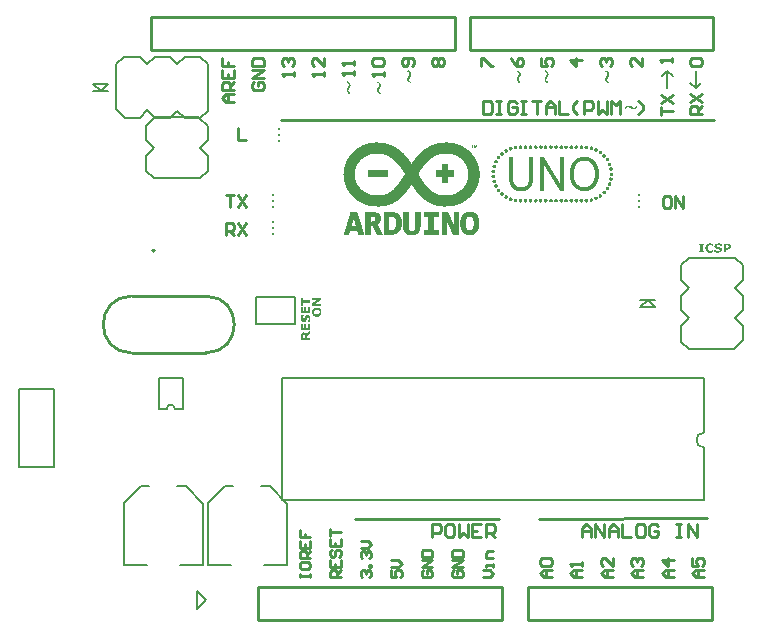
<source format=gto>
G04*
G04 #@! TF.GenerationSoftware,Altium Limited,Altium Designer,18.0.12 (696)*
G04*
G04 Layer_Color=65535*
%FSLAX44Y44*%
%MOMM*%
G71*
G01*
G75*
%ADD10C,0.2000*%
%ADD11C,0.2540*%
%ADD12R,0.2540X0.2540*%
G36*
X450020Y411111D02*
X449549D01*
Y412760D01*
X449432D01*
Y412524D01*
X449314D01*
Y412053D01*
X449196D01*
Y411700D01*
X449079D01*
Y411347D01*
X448961D01*
Y411111D01*
X448490D01*
Y411465D01*
X448372D01*
Y411818D01*
X448254D01*
Y412171D01*
X448137D01*
Y412524D01*
X448019D01*
Y412760D01*
X447901D01*
Y411111D01*
X447430D01*
Y413702D01*
X448137D01*
Y413584D01*
X448254D01*
Y413113D01*
X448372D01*
Y412760D01*
X448490D01*
Y412406D01*
X448608D01*
Y412053D01*
X448725D01*
Y411936D01*
X448843D01*
Y412289D01*
X448961D01*
Y412642D01*
X449079D01*
Y413113D01*
X449196D01*
Y413466D01*
X449314D01*
Y413702D01*
X450020D01*
Y411111D01*
D02*
G37*
G36*
X447195Y413348D02*
X446488D01*
Y413231D01*
X446371D01*
Y411111D01*
X445900D01*
Y413348D01*
X445075D01*
Y413702D01*
X447195D01*
Y413348D01*
D02*
G37*
G36*
X499913Y413153D02*
X500102D01*
Y413089D01*
X500228D01*
Y413026D01*
X500354D01*
Y412963D01*
X500418D01*
Y412900D01*
X500481D01*
Y412837D01*
X500544D01*
Y412774D01*
X500607D01*
Y412711D01*
X500670D01*
Y412648D01*
X500733D01*
Y412585D01*
X500796D01*
Y412458D01*
X500859D01*
Y412332D01*
X500922D01*
Y412206D01*
X500985D01*
Y411890D01*
X501049D01*
Y411575D01*
X500985D01*
Y411259D01*
X500922D01*
Y411070D01*
X500859D01*
Y410944D01*
X500796D01*
Y410881D01*
X500733D01*
Y410754D01*
X500670D01*
Y410691D01*
X500607D01*
Y410628D01*
X500544D01*
Y410565D01*
X500481D01*
Y410502D01*
X500354D01*
Y410439D01*
X500291D01*
Y410376D01*
X500165D01*
Y410313D01*
X500039D01*
Y410249D01*
X499786D01*
Y410186D01*
X499218D01*
Y410249D01*
X498966D01*
Y410313D01*
X498840D01*
Y410376D01*
X498713D01*
Y410439D01*
X498587D01*
Y410502D01*
X498524D01*
Y410565D01*
X498461D01*
Y410628D01*
X498398D01*
Y410691D01*
X498335D01*
Y410754D01*
X498272D01*
Y410817D01*
X498209D01*
Y410944D01*
X498145D01*
Y411070D01*
X498082D01*
Y411259D01*
X498019D01*
Y411512D01*
X497956D01*
Y411954D01*
X498019D01*
Y412206D01*
X498082D01*
Y412332D01*
X498145D01*
Y412458D01*
X498209D01*
Y412585D01*
X498272D01*
Y412648D01*
X498335D01*
Y412774D01*
X498398D01*
Y412837D01*
X498524D01*
Y412900D01*
X498587D01*
Y412963D01*
X498650D01*
Y413026D01*
X498777D01*
Y413089D01*
X498903D01*
Y413153D01*
X499092D01*
Y413216D01*
X499913D01*
Y413153D01*
D02*
G37*
G36*
X495621D02*
X495810D01*
Y413089D01*
X495937D01*
Y413026D01*
X496063D01*
Y412963D01*
X496126D01*
Y412900D01*
X496189D01*
Y412837D01*
X496252D01*
Y412774D01*
X496315D01*
Y412711D01*
X496378D01*
Y412648D01*
X496442D01*
Y412585D01*
X496505D01*
Y412458D01*
X496568D01*
Y412332D01*
X496631D01*
Y412143D01*
X496694D01*
Y411764D01*
X496757D01*
Y411638D01*
X496694D01*
Y411259D01*
X496631D01*
Y411070D01*
X496568D01*
Y410944D01*
X496505D01*
Y410881D01*
X496442D01*
Y410754D01*
X496378D01*
Y410691D01*
X496315D01*
Y410628D01*
X496252D01*
Y410565D01*
X496189D01*
Y410502D01*
X496063D01*
Y410439D01*
X496000D01*
Y410376D01*
X495874D01*
Y410313D01*
X495747D01*
Y410249D01*
X495495D01*
Y410186D01*
X494927D01*
Y410249D01*
X494674D01*
Y410313D01*
X494548D01*
Y410376D01*
X494422D01*
Y410439D01*
X494296D01*
Y410502D01*
X494233D01*
Y410565D01*
X494170D01*
Y410628D01*
X494106D01*
Y410691D01*
X494043D01*
Y410754D01*
X493980D01*
Y410817D01*
X493917D01*
Y410944D01*
X493854D01*
Y411070D01*
X493791D01*
Y411196D01*
X493728D01*
Y411449D01*
X493665D01*
Y411954D01*
X493728D01*
Y412206D01*
X493791D01*
Y412395D01*
X493854D01*
Y412522D01*
X493917D01*
Y412585D01*
X493980D01*
Y412648D01*
X494043D01*
Y412774D01*
X494106D01*
Y412837D01*
X494170D01*
Y412900D01*
X494296D01*
Y412963D01*
X494359D01*
Y413026D01*
X494485D01*
Y413089D01*
X494611D01*
Y413153D01*
X494801D01*
Y413216D01*
X495621D01*
Y413153D01*
D02*
G37*
G36*
X491267D02*
X491456D01*
Y413089D01*
X491582D01*
Y413026D01*
X491708D01*
Y412963D01*
X491771D01*
Y412900D01*
X491835D01*
Y412837D01*
X491961D01*
Y412711D01*
X492024D01*
Y412648D01*
X492087D01*
Y412585D01*
X492150D01*
Y412458D01*
X492213D01*
Y412332D01*
X492276D01*
Y412206D01*
X492339D01*
Y411890D01*
X492402D01*
Y411512D01*
X492339D01*
Y411259D01*
X492276D01*
Y411070D01*
X492213D01*
Y410944D01*
X492150D01*
Y410881D01*
X492087D01*
Y410754D01*
X492024D01*
Y410691D01*
X491961D01*
Y410628D01*
X491898D01*
Y410565D01*
X491835D01*
Y410502D01*
X491771D01*
Y410439D01*
X491645D01*
Y410376D01*
X491519D01*
Y410313D01*
X491393D01*
Y410249D01*
X491140D01*
Y410186D01*
X490572D01*
Y410249D01*
X490320D01*
Y410313D01*
X490194D01*
Y410376D01*
X490067D01*
Y410439D01*
X489941D01*
Y410502D01*
X489878D01*
Y410565D01*
X489815D01*
Y410628D01*
X489752D01*
Y410691D01*
X489689D01*
Y410754D01*
X489626D01*
Y410881D01*
X489563D01*
Y410944D01*
X489500D01*
Y411070D01*
X489436D01*
Y411259D01*
X489373D01*
Y411512D01*
X489310D01*
Y411890D01*
X489373D01*
Y412206D01*
X489436D01*
Y412332D01*
X489500D01*
Y412458D01*
X489563D01*
Y412585D01*
X489626D01*
Y412648D01*
X489689D01*
Y412711D01*
X489752D01*
Y412837D01*
X489878D01*
Y412900D01*
X489941D01*
Y412963D01*
X490004D01*
Y413026D01*
X490131D01*
Y413089D01*
X490257D01*
Y413153D01*
X490446D01*
Y413216D01*
X491267D01*
Y413153D01*
D02*
G37*
G36*
X487038D02*
X487164D01*
Y413089D01*
X487354D01*
Y413026D01*
X487417D01*
Y412963D01*
X487543D01*
Y412900D01*
X487606D01*
Y412837D01*
X487669D01*
Y412774D01*
X487732D01*
Y412711D01*
X487795D01*
Y412648D01*
X487859D01*
Y412522D01*
X487922D01*
Y412395D01*
X487985D01*
Y412269D01*
X488048D01*
Y412080D01*
X488111D01*
Y411385D01*
X488048D01*
Y411133D01*
X487985D01*
Y411007D01*
X487922D01*
Y410881D01*
X487859D01*
Y410817D01*
X487795D01*
Y410754D01*
X487732D01*
Y410628D01*
X487606D01*
Y410565D01*
X487543D01*
Y410502D01*
X487480D01*
Y410439D01*
X487354D01*
Y410376D01*
X487291D01*
Y410313D01*
X487101D01*
Y410249D01*
X486912D01*
Y410186D01*
X486281D01*
Y410249D01*
X486091D01*
Y410313D01*
X485902D01*
Y410376D01*
X485776D01*
Y410439D01*
X485713D01*
Y410502D01*
X485650D01*
Y410565D01*
X485523D01*
Y410628D01*
X485460D01*
Y410754D01*
X485397D01*
Y410817D01*
X485334D01*
Y410881D01*
X485271D01*
Y411007D01*
X485208D01*
Y411133D01*
X485145D01*
Y411322D01*
X485082D01*
Y412080D01*
X485145D01*
Y412269D01*
X485208D01*
Y412395D01*
X485271D01*
Y412522D01*
X485334D01*
Y412648D01*
X485397D01*
Y412711D01*
X485460D01*
Y412774D01*
X485523D01*
Y412837D01*
X485587D01*
Y412900D01*
X485650D01*
Y412963D01*
X485776D01*
Y413026D01*
X485839D01*
Y413089D01*
X485965D01*
Y413153D01*
X486155D01*
Y413216D01*
X487038D01*
Y413153D01*
D02*
G37*
G36*
X482810Y412774D02*
X482999D01*
Y412711D01*
X483125D01*
Y412648D01*
X483252D01*
Y412585D01*
X483315D01*
Y412522D01*
X483378D01*
Y412458D01*
X483441D01*
Y412395D01*
X483504D01*
Y412332D01*
X483567D01*
Y412269D01*
X483630D01*
Y412143D01*
X483693D01*
Y412080D01*
X483756D01*
Y411954D01*
X483820D01*
Y411764D01*
X483883D01*
Y410944D01*
X483820D01*
Y410754D01*
X483756D01*
Y410628D01*
X483693D01*
Y410502D01*
X483630D01*
Y410439D01*
X483567D01*
Y410313D01*
X483504D01*
Y410249D01*
X483441D01*
Y410186D01*
X483315D01*
Y410123D01*
X483252D01*
Y410060D01*
X483189D01*
Y409997D01*
X483062D01*
Y409934D01*
X482873D01*
Y409871D01*
X482621D01*
Y409808D01*
X482116D01*
Y409871D01*
X481863D01*
Y409934D01*
X481737D01*
Y409997D01*
X481611D01*
Y410060D01*
X481484D01*
Y410123D01*
X481421D01*
Y410186D01*
X481358D01*
Y410249D01*
X481295D01*
Y410313D01*
X481232D01*
Y410376D01*
X481169D01*
Y410439D01*
X481106D01*
Y410565D01*
X481043D01*
Y410628D01*
X480980D01*
Y410817D01*
X480916D01*
Y411007D01*
X480853D01*
Y411638D01*
X480916D01*
Y411890D01*
X480980D01*
Y412017D01*
X481043D01*
Y412143D01*
X481106D01*
Y412206D01*
X481169D01*
Y412332D01*
X481232D01*
Y412395D01*
X481295D01*
Y412458D01*
X481358D01*
Y412522D01*
X481421D01*
Y412585D01*
X481548D01*
Y412648D01*
X481611D01*
Y412711D01*
X481737D01*
Y412774D01*
X481926D01*
Y412837D01*
X482810D01*
Y412774D01*
D02*
G37*
G36*
X478455Y411890D02*
X478771D01*
Y411827D01*
X478897D01*
Y411764D01*
X479023D01*
Y411701D01*
X479149D01*
Y411638D01*
X479213D01*
Y411575D01*
X479276D01*
Y411512D01*
X479339D01*
Y411449D01*
X479402D01*
Y411385D01*
X479465D01*
Y411322D01*
X479528D01*
Y411259D01*
X479591D01*
Y411133D01*
X479654D01*
Y411007D01*
X479717D01*
Y410817D01*
X479781D01*
Y409997D01*
X479717D01*
Y409808D01*
X479654D01*
Y409682D01*
X479591D01*
Y409555D01*
X479528D01*
Y409492D01*
X479465D01*
Y409429D01*
X479402D01*
Y409366D01*
X479339D01*
Y409303D01*
X479276D01*
Y409240D01*
X479213D01*
Y409177D01*
X479149D01*
Y409114D01*
X479023D01*
Y409050D01*
X478897D01*
Y408987D01*
X478771D01*
Y408924D01*
X478455D01*
Y408861D01*
X478077D01*
Y408924D01*
X477824D01*
Y408987D01*
X477635D01*
Y409050D01*
X477509D01*
Y409114D01*
X477445D01*
Y409177D01*
X477319D01*
Y409240D01*
X477256D01*
Y409303D01*
X477193D01*
Y409366D01*
X477130D01*
Y409429D01*
X477067D01*
Y409492D01*
X477004D01*
Y409618D01*
X476941D01*
Y409745D01*
X476878D01*
Y409871D01*
X476814D01*
Y410123D01*
X476751D01*
Y410691D01*
X476814D01*
Y410944D01*
X476878D01*
Y411070D01*
X476941D01*
Y411196D01*
X477004D01*
Y411322D01*
X477067D01*
Y411385D01*
X477130D01*
Y411449D01*
X477193D01*
Y411512D01*
X477256D01*
Y411575D01*
X477319D01*
Y411638D01*
X477445D01*
Y411701D01*
X477509D01*
Y411764D01*
X477635D01*
Y411827D01*
X477824D01*
Y411890D01*
X478077D01*
Y411954D01*
X478455D01*
Y411890D01*
D02*
G37*
G36*
X474606Y410060D02*
X474921D01*
Y409997D01*
X475110D01*
Y409934D01*
X475237D01*
Y409871D01*
X475300D01*
Y409808D01*
X475426D01*
Y409745D01*
X475489D01*
Y409682D01*
X475552D01*
Y409618D01*
X475615D01*
Y409555D01*
X475678D01*
Y409429D01*
X475742D01*
Y409366D01*
X475805D01*
Y409240D01*
X475868D01*
Y409050D01*
X475931D01*
Y408861D01*
X475994D01*
Y408293D01*
X475931D01*
Y408041D01*
X475868D01*
Y407915D01*
X475805D01*
Y407788D01*
X475742D01*
Y407725D01*
X475678D01*
Y407599D01*
X475615D01*
Y407536D01*
X475552D01*
Y407473D01*
X475489D01*
Y407410D01*
X475426D01*
Y407346D01*
X475300D01*
Y407283D01*
X475237D01*
Y407220D01*
X475110D01*
Y407157D01*
X474921D01*
Y407094D01*
X474669D01*
Y407031D01*
X474227D01*
Y407094D01*
X473974D01*
Y407157D01*
X473785D01*
Y407220D01*
X473722D01*
Y407283D01*
X473596D01*
Y407346D01*
X473533D01*
Y407410D01*
X473406D01*
Y407473D01*
X473343D01*
Y407536D01*
X473280D01*
Y407662D01*
X473217D01*
Y407725D01*
X473154D01*
Y407851D01*
X473091D01*
Y407978D01*
X473028D01*
Y408167D01*
X472965D01*
Y408546D01*
X472902D01*
Y408609D01*
X472965D01*
Y408987D01*
X473028D01*
Y409177D01*
X473091D01*
Y409303D01*
X473154D01*
Y409429D01*
X473217D01*
Y409492D01*
X473280D01*
Y409555D01*
X473343D01*
Y409682D01*
X473406D01*
Y409745D01*
X473533D01*
Y409808D01*
X473596D01*
Y409871D01*
X473722D01*
Y409934D01*
X473848D01*
Y409997D01*
X473974D01*
Y410060D01*
X474290D01*
Y410123D01*
X474606D01*
Y410060D01*
D02*
G37*
G36*
X471387Y407473D02*
X471513D01*
Y407410D01*
X471639D01*
Y407346D01*
X471766D01*
Y407283D01*
X471892D01*
Y407220D01*
X471955D01*
Y407157D01*
X472018D01*
Y407094D01*
X472081D01*
Y407031D01*
X472144D01*
Y406905D01*
X472207D01*
Y406842D01*
X472270D01*
Y406715D01*
X472334D01*
Y406589D01*
X472397D01*
Y406337D01*
X472460D01*
Y405769D01*
X472397D01*
Y405516D01*
X472334D01*
Y405390D01*
X472270D01*
Y405264D01*
X472207D01*
Y405138D01*
X472144D01*
Y405075D01*
X472081D01*
Y405011D01*
X472018D01*
Y404948D01*
X471955D01*
Y404885D01*
X471892D01*
Y404822D01*
X471829D01*
Y404759D01*
X471702D01*
Y404696D01*
X471576D01*
Y404633D01*
X471450D01*
Y404570D01*
X471198D01*
Y404506D01*
X470630D01*
Y404570D01*
X470440D01*
Y404633D01*
X470251D01*
Y404696D01*
X470125D01*
Y404759D01*
X470062D01*
Y404822D01*
X469935D01*
Y404885D01*
X469872D01*
Y404948D01*
X469809D01*
Y405011D01*
X469746D01*
Y405138D01*
X469683D01*
Y405201D01*
X469620D01*
Y405327D01*
X469557D01*
Y405453D01*
X469494D01*
Y405643D01*
X469431D01*
Y406463D01*
X469494D01*
Y406652D01*
X469557D01*
Y406778D01*
X469620D01*
Y406905D01*
X469683D01*
Y406968D01*
X469746D01*
Y407031D01*
X469809D01*
Y407094D01*
X469872D01*
Y407157D01*
X469935D01*
Y407220D01*
X469999D01*
Y407283D01*
X470062D01*
Y407346D01*
X470188D01*
Y407410D01*
X470314D01*
Y407473D01*
X470503D01*
Y407536D01*
X471387D01*
Y407473D01*
D02*
G37*
G36*
X468168Y404570D02*
X468421D01*
Y404506D01*
X468610D01*
Y404443D01*
X468736D01*
Y404380D01*
X468862D01*
Y404317D01*
X468926D01*
Y404254D01*
X468989D01*
Y404191D01*
X469052D01*
Y404128D01*
X469115D01*
Y404065D01*
X469178D01*
Y404002D01*
X469241D01*
Y403875D01*
X469304D01*
Y403812D01*
X469367D01*
Y403623D01*
X469431D01*
Y403434D01*
X469494D01*
Y402739D01*
X469431D01*
Y402550D01*
X469367D01*
Y402361D01*
X469304D01*
Y402298D01*
X469241D01*
Y402172D01*
X469178D01*
Y402108D01*
X469115D01*
Y402045D01*
X469052D01*
Y401982D01*
X468989D01*
Y401919D01*
X468926D01*
Y401856D01*
X468862D01*
Y401793D01*
X468736D01*
Y401730D01*
X468610D01*
Y401667D01*
X468484D01*
Y401604D01*
X468168D01*
Y401540D01*
X467790D01*
Y401604D01*
X467474D01*
Y401667D01*
X467348D01*
Y401730D01*
X467222D01*
Y401793D01*
X467095D01*
Y401856D01*
X467032D01*
Y401919D01*
X466969D01*
Y401982D01*
X466906D01*
Y402045D01*
X466843D01*
Y402108D01*
X466780D01*
Y402172D01*
X466717D01*
Y402298D01*
X466654D01*
Y402361D01*
X466591D01*
Y402487D01*
X466527D01*
Y402739D01*
X466464D01*
Y403434D01*
X466527D01*
Y403623D01*
X466591D01*
Y403812D01*
X466654D01*
Y403875D01*
X466717D01*
Y404002D01*
X466780D01*
Y404065D01*
X466843D01*
Y404128D01*
X466906D01*
Y404191D01*
X466969D01*
Y404254D01*
X467032D01*
Y404317D01*
X467095D01*
Y404380D01*
X467222D01*
Y404443D01*
X467348D01*
Y404506D01*
X467537D01*
Y404570D01*
X467790D01*
Y404633D01*
X468168D01*
Y404570D01*
D02*
G37*
G36*
X425414Y415703D02*
X426944D01*
Y415585D01*
X427886D01*
Y415468D01*
X428592D01*
Y415350D01*
X429299D01*
Y415232D01*
X429888D01*
Y415114D01*
X430476D01*
Y414997D01*
X430947D01*
Y414879D01*
X431418D01*
Y414761D01*
X431771D01*
Y414643D01*
X432242D01*
Y414526D01*
X432595D01*
Y414408D01*
X432949D01*
Y414290D01*
X433302D01*
Y414173D01*
X433655D01*
Y414055D01*
X434008D01*
Y413937D01*
X434244D01*
Y413819D01*
X434597D01*
Y413702D01*
X434832D01*
Y413584D01*
X435186D01*
Y413466D01*
X435421D01*
Y413348D01*
X435657D01*
Y413231D01*
X436010D01*
Y413113D01*
X436245D01*
Y412995D01*
X436481D01*
Y412877D01*
X436716D01*
Y412760D01*
X436952D01*
Y412642D01*
X437187D01*
Y412524D01*
X437423D01*
Y412406D01*
X437540D01*
Y412289D01*
X437776D01*
Y412171D01*
X438011D01*
Y412053D01*
X438247D01*
Y411936D01*
X438482D01*
Y411818D01*
X438600D01*
Y411700D01*
X438835D01*
Y411582D01*
X438953D01*
Y411465D01*
X439189D01*
Y411347D01*
X439424D01*
Y411229D01*
X439542D01*
Y411111D01*
X439777D01*
Y410994D01*
X439895D01*
Y410876D01*
X440131D01*
Y410758D01*
X440248D01*
Y410640D01*
X440484D01*
Y410523D01*
X440602D01*
Y410405D01*
X440719D01*
Y410287D01*
X440955D01*
Y410169D01*
X441072D01*
Y410052D01*
X441190D01*
Y409934D01*
X441426D01*
Y409816D01*
X441543D01*
Y409698D01*
X441661D01*
Y409581D01*
X441897D01*
Y409463D01*
X442014D01*
Y409345D01*
X442132D01*
Y409228D01*
X442250D01*
Y409110D01*
X442368D01*
Y408992D01*
X442603D01*
Y408874D01*
X442721D01*
Y408757D01*
X442839D01*
Y408639D01*
X442956D01*
Y408521D01*
X443074D01*
Y408403D01*
X443192D01*
Y408286D01*
X443310D01*
Y408168D01*
X443427D01*
Y408050D01*
X443545D01*
Y407932D01*
X443663D01*
Y407815D01*
X443780D01*
Y407697D01*
X443898D01*
Y407579D01*
X444016D01*
Y407462D01*
X444134D01*
Y407344D01*
X444251D01*
Y407226D01*
X444369D01*
Y407108D01*
X444487D01*
Y406991D01*
X444604D01*
Y406873D01*
X444722D01*
Y406755D01*
X444840D01*
Y406637D01*
X444958D01*
Y406520D01*
X445075D01*
Y406402D01*
X445193D01*
Y406284D01*
X445311D01*
Y406166D01*
X445429D01*
Y406049D01*
X445546D01*
Y405813D01*
X445664D01*
Y405695D01*
X445782D01*
Y405578D01*
X445900D01*
Y405460D01*
X446017D01*
Y405224D01*
X446135D01*
Y405107D01*
X446253D01*
Y404989D01*
X446371D01*
Y404871D01*
X446488D01*
Y404636D01*
X446606D01*
Y404518D01*
X446724D01*
Y404400D01*
X446842D01*
Y404165D01*
X446959D01*
Y404047D01*
X447077D01*
Y403929D01*
X447195D01*
Y403694D01*
X447313D01*
Y403576D01*
X447430D01*
Y403341D01*
X447548D01*
Y403223D01*
X447666D01*
Y402988D01*
X447784D01*
Y402870D01*
X447901D01*
Y402634D01*
X448019D01*
Y402399D01*
X448137D01*
Y402281D01*
X448254D01*
Y402046D01*
X448372D01*
Y401810D01*
X448490D01*
Y401692D01*
X448608D01*
Y401457D01*
X448725D01*
Y401221D01*
X448843D01*
Y400986D01*
X448961D01*
Y400751D01*
X449079D01*
Y400515D01*
X449196D01*
Y400280D01*
X449314D01*
Y400044D01*
X449432D01*
Y399809D01*
X449549D01*
Y399573D01*
X449667D01*
Y399338D01*
X449785D01*
Y398984D01*
X449903D01*
Y398749D01*
X450020D01*
Y398396D01*
X450138D01*
Y398160D01*
X450256D01*
Y397807D01*
X450374D01*
Y397572D01*
X450491D01*
Y397218D01*
X450609D01*
Y396865D01*
X450727D01*
Y396512D01*
X450845D01*
Y396041D01*
X450962D01*
Y395688D01*
X451080D01*
Y395217D01*
X451198D01*
Y394746D01*
X451316D01*
Y394275D01*
X451433D01*
Y393686D01*
X451551D01*
Y392980D01*
X451669D01*
Y392273D01*
X451786D01*
Y391214D01*
X451904D01*
Y389330D01*
X452022D01*
Y387917D01*
X451904D01*
Y386033D01*
X451786D01*
Y385092D01*
X451669D01*
Y384267D01*
X451551D01*
Y383679D01*
X451433D01*
Y383090D01*
X451316D01*
Y382619D01*
X451198D01*
Y382030D01*
X451080D01*
Y381677D01*
X450962D01*
Y381206D01*
X450845D01*
Y380853D01*
X450727D01*
Y380500D01*
X450609D01*
Y380147D01*
X450491D01*
Y379793D01*
X450374D01*
Y379440D01*
X450256D01*
Y379087D01*
X450138D01*
Y378852D01*
X450020D01*
Y378616D01*
X449903D01*
Y378263D01*
X449785D01*
Y378027D01*
X449667D01*
Y377792D01*
X449549D01*
Y377439D01*
X449432D01*
Y377203D01*
X449314D01*
Y376968D01*
X449196D01*
Y376732D01*
X449079D01*
Y376497D01*
X448961D01*
Y376261D01*
X448843D01*
Y376143D01*
X448725D01*
Y375908D01*
X448608D01*
Y375673D01*
X448490D01*
Y375437D01*
X448372D01*
Y375202D01*
X448254D01*
Y375084D01*
X448137D01*
Y374848D01*
X448019D01*
Y374613D01*
X447901D01*
Y374495D01*
X447784D01*
Y374260D01*
X447666D01*
Y374142D01*
X447548D01*
Y373907D01*
X447430D01*
Y373789D01*
X447313D01*
Y373553D01*
X447195D01*
Y373436D01*
X447077D01*
Y373200D01*
X446959D01*
Y373082D01*
X446842D01*
Y372965D01*
X446724D01*
Y372729D01*
X446606D01*
Y372611D01*
X446488D01*
Y372494D01*
X446371D01*
Y372258D01*
X446253D01*
Y372141D01*
X446135D01*
Y372023D01*
X446017D01*
Y371905D01*
X445900D01*
Y371670D01*
X445782D01*
Y371552D01*
X445664D01*
Y371434D01*
X445546D01*
Y371316D01*
X445429D01*
Y371199D01*
X445311D01*
Y371081D01*
X445193D01*
Y370963D01*
X445075D01*
Y370728D01*
X444958D01*
Y370610D01*
X444840D01*
Y370492D01*
X444722D01*
Y370374D01*
X444604D01*
Y370257D01*
X444487D01*
Y370139D01*
X444369D01*
Y370021D01*
X444251D01*
Y369903D01*
X444134D01*
Y369786D01*
X444016D01*
Y369668D01*
X443898D01*
Y369550D01*
X443780D01*
Y369432D01*
X443663D01*
Y369315D01*
X443545D01*
Y369197D01*
X443427D01*
Y369079D01*
X443310D01*
Y368962D01*
X443192D01*
Y368844D01*
X443074D01*
Y368726D01*
X442956D01*
Y368608D01*
X442721D01*
Y368491D01*
X442603D01*
Y368373D01*
X442485D01*
Y368255D01*
X442368D01*
Y368137D01*
X442250D01*
Y368020D01*
X442014D01*
Y367902D01*
X441897D01*
Y367784D01*
X441779D01*
Y367667D01*
X441661D01*
Y367549D01*
X441426D01*
Y367431D01*
X441308D01*
Y367313D01*
X441190D01*
Y367196D01*
X441072D01*
Y367078D01*
X440837D01*
Y366960D01*
X440719D01*
Y366842D01*
X440484D01*
Y366725D01*
X440366D01*
Y366607D01*
X440248D01*
Y366489D01*
X440013D01*
Y366371D01*
X439895D01*
Y366254D01*
X439660D01*
Y366136D01*
X439542D01*
Y366018D01*
X439306D01*
Y365900D01*
X439071D01*
Y365783D01*
X438953D01*
Y365665D01*
X438718D01*
Y365547D01*
X438600D01*
Y365429D01*
X438364D01*
Y365312D01*
X438129D01*
Y365194D01*
X437894D01*
Y365076D01*
X437776D01*
Y364959D01*
X437540D01*
Y364841D01*
X437305D01*
Y364723D01*
X437069D01*
Y364605D01*
X436834D01*
Y364488D01*
X436599D01*
Y364370D01*
X436363D01*
Y364252D01*
X436128D01*
Y364134D01*
X435892D01*
Y364017D01*
X435539D01*
Y363899D01*
X435303D01*
Y363781D01*
X435068D01*
Y363663D01*
X434715D01*
Y363546D01*
X434479D01*
Y363428D01*
X434126D01*
Y363310D01*
X433890D01*
Y363192D01*
X433537D01*
Y363075D01*
X433184D01*
Y362957D01*
X432831D01*
Y362839D01*
X432478D01*
Y362722D01*
X432007D01*
Y362604D01*
X431654D01*
Y362486D01*
X431183D01*
Y362368D01*
X430712D01*
Y362251D01*
X430241D01*
Y362133D01*
X429652D01*
Y362015D01*
X429063D01*
Y361897D01*
X428357D01*
Y361780D01*
X427533D01*
Y361662D01*
X426355D01*
Y361544D01*
X423765D01*
Y361426D01*
X420939D01*
Y361544D01*
X419409D01*
Y361662D01*
X418349D01*
Y361780D01*
X417525D01*
Y361897D01*
X416936D01*
Y362015D01*
X416348D01*
Y362133D01*
X415759D01*
Y362251D01*
X415288D01*
Y362368D01*
X414817D01*
Y362486D01*
X414464D01*
Y362604D01*
X413993D01*
Y362722D01*
X413640D01*
Y362839D01*
X413287D01*
Y362957D01*
X412933D01*
Y363075D01*
X412698D01*
Y363192D01*
X412345D01*
Y363310D01*
X411992D01*
Y363428D01*
X411756D01*
Y363546D01*
X411521D01*
Y363663D01*
X411167D01*
Y363781D01*
X410932D01*
Y363899D01*
X410696D01*
Y364017D01*
X410461D01*
Y364134D01*
X410225D01*
Y364252D01*
X409990D01*
Y364370D01*
X409754D01*
Y364488D01*
X409519D01*
Y364605D01*
X409283D01*
Y364723D01*
X409048D01*
Y364841D01*
X408813D01*
Y364959D01*
X408577D01*
Y365076D01*
X408459D01*
Y365194D01*
X408224D01*
Y365312D01*
X407988D01*
Y365429D01*
X407871D01*
Y365547D01*
X407635D01*
Y365665D01*
X407518D01*
Y365783D01*
X407282D01*
Y365900D01*
X407164D01*
Y366018D01*
X406929D01*
Y366136D01*
X406811D01*
Y366254D01*
X406576D01*
Y366371D01*
X406458D01*
Y366489D01*
X406222D01*
Y366607D01*
X406105D01*
Y366725D01*
X405987D01*
Y366842D01*
X405751D01*
Y366960D01*
X405634D01*
Y367078D01*
X405398D01*
Y367196D01*
X405280D01*
Y367313D01*
X405163D01*
Y367431D01*
X405045D01*
Y367549D01*
X404810D01*
Y367667D01*
X404692D01*
Y367784D01*
X404574D01*
Y367902D01*
X404456D01*
Y368020D01*
X404221D01*
Y368137D01*
X404103D01*
Y368255D01*
X403985D01*
Y368373D01*
X403868D01*
Y368491D01*
X403750D01*
Y368608D01*
X403632D01*
Y368726D01*
X403515D01*
Y368844D01*
X403279D01*
Y368962D01*
X403161D01*
Y369079D01*
X403044D01*
Y369197D01*
X402926D01*
Y369315D01*
X402808D01*
Y369432D01*
X402690D01*
Y369550D01*
X402573D01*
Y369668D01*
X402455D01*
Y369786D01*
X402337D01*
Y369903D01*
X402219D01*
Y370021D01*
X402102D01*
Y370139D01*
X401984D01*
Y370257D01*
X401866D01*
Y370374D01*
X401748D01*
Y370492D01*
X401631D01*
Y370610D01*
X401513D01*
Y370728D01*
X401395D01*
Y370845D01*
X401278D01*
Y370963D01*
X401160D01*
Y371081D01*
X401042D01*
Y371199D01*
X400924D01*
Y371316D01*
X400807D01*
Y371552D01*
X400689D01*
Y371670D01*
X400571D01*
Y371787D01*
X400453D01*
Y371905D01*
X400336D01*
Y372023D01*
X400218D01*
Y372141D01*
X400100D01*
Y372258D01*
X399982D01*
Y372494D01*
X399865D01*
Y372611D01*
X399747D01*
Y372729D01*
X399629D01*
Y372847D01*
X399511D01*
Y372965D01*
X399394D01*
Y373082D01*
X399276D01*
Y373318D01*
X399158D01*
Y373436D01*
X399040D01*
Y373553D01*
X398923D01*
Y373671D01*
X398805D01*
Y373907D01*
X398687D01*
Y374024D01*
X398569D01*
Y374142D01*
X398452D01*
Y374260D01*
X398334D01*
Y374495D01*
X398216D01*
Y374613D01*
X398099D01*
Y374731D01*
X397981D01*
Y374966D01*
X397863D01*
Y375084D01*
X397745D01*
Y375202D01*
X397628D01*
Y375319D01*
X397510D01*
Y375555D01*
X397392D01*
Y375673D01*
X397274D01*
Y375908D01*
X397157D01*
Y376026D01*
X397039D01*
Y376143D01*
X396921D01*
Y376379D01*
X396803D01*
Y376497D01*
X396686D01*
Y376614D01*
X396568D01*
Y376850D01*
X396450D01*
Y376968D01*
X396333D01*
Y377203D01*
X396215D01*
Y377321D01*
X396097D01*
Y377556D01*
X395979D01*
Y377674D01*
X395862D01*
Y377792D01*
X395744D01*
Y378027D01*
X395626D01*
Y378145D01*
X395508D01*
Y378381D01*
X395391D01*
Y378498D01*
X395273D01*
Y378734D01*
X395155D01*
Y378852D01*
X395037D01*
Y379087D01*
X394920D01*
Y379205D01*
X394802D01*
Y379440D01*
X394684D01*
Y379558D01*
X394566D01*
Y379793D01*
X394449D01*
Y379911D01*
X394213D01*
Y379793D01*
X394095D01*
Y379558D01*
X393978D01*
Y379440D01*
X393860D01*
Y379205D01*
X393742D01*
Y379087D01*
X393625D01*
Y378852D01*
X393507D01*
Y378734D01*
X393389D01*
Y378498D01*
X393271D01*
Y378381D01*
X393154D01*
Y378145D01*
X393036D01*
Y378027D01*
X392918D01*
Y377792D01*
X392800D01*
Y377674D01*
X392683D01*
Y377556D01*
X392565D01*
Y377321D01*
X392447D01*
Y377203D01*
X392329D01*
Y376968D01*
X392212D01*
Y376850D01*
X392094D01*
Y376614D01*
X391976D01*
Y376497D01*
X391858D01*
Y376379D01*
X391741D01*
Y376143D01*
X391623D01*
Y376026D01*
X391505D01*
Y375908D01*
X391388D01*
Y375673D01*
X391270D01*
Y375555D01*
X391152D01*
Y375319D01*
X391034D01*
Y375202D01*
X390917D01*
Y375084D01*
X390799D01*
Y374966D01*
X390681D01*
Y374731D01*
X390563D01*
Y374613D01*
X390446D01*
Y374495D01*
X390328D01*
Y374260D01*
X390210D01*
Y374142D01*
X390093D01*
Y374024D01*
X389975D01*
Y373907D01*
X389857D01*
Y373671D01*
X389739D01*
Y373553D01*
X389622D01*
Y373436D01*
X389504D01*
Y373318D01*
X389386D01*
Y373082D01*
X389268D01*
Y372965D01*
X389151D01*
Y372847D01*
X389033D01*
Y372729D01*
X388915D01*
Y372611D01*
X388797D01*
Y372494D01*
X388680D01*
Y372258D01*
X388562D01*
Y372141D01*
X388444D01*
Y372023D01*
X388326D01*
Y371905D01*
X388209D01*
Y371787D01*
X388091D01*
Y371670D01*
X387973D01*
Y371552D01*
X387855D01*
Y371316D01*
X387738D01*
Y371199D01*
X387620D01*
Y371081D01*
X387502D01*
Y370963D01*
X387384D01*
Y370845D01*
X387267D01*
Y370728D01*
X387149D01*
Y370610D01*
X387031D01*
Y370492D01*
X386914D01*
Y370374D01*
X386796D01*
Y370257D01*
X386678D01*
Y370139D01*
X386560D01*
Y370021D01*
X386443D01*
Y369903D01*
X386325D01*
Y369786D01*
X386207D01*
Y369668D01*
X386089D01*
Y369550D01*
X385972D01*
Y369432D01*
X385854D01*
Y369315D01*
X385736D01*
Y369197D01*
X385619D01*
Y369079D01*
X385501D01*
Y368962D01*
X385265D01*
Y368844D01*
X385148D01*
Y368726D01*
X385030D01*
Y368608D01*
X384912D01*
Y368491D01*
X384794D01*
Y368373D01*
X384677D01*
Y368255D01*
X384559D01*
Y368137D01*
X384441D01*
Y368020D01*
X384206D01*
Y367902D01*
X384088D01*
Y367784D01*
X383970D01*
Y367667D01*
X383852D01*
Y367549D01*
X383617D01*
Y367431D01*
X383499D01*
Y367313D01*
X383382D01*
Y367196D01*
X383264D01*
Y367078D01*
X383028D01*
Y366960D01*
X382910D01*
Y366842D01*
X382793D01*
Y366725D01*
X382557D01*
Y366607D01*
X382440D01*
Y366489D01*
X382204D01*
Y366371D01*
X382086D01*
Y366254D01*
X381969D01*
Y366136D01*
X381733D01*
Y366018D01*
X381498D01*
Y365900D01*
X381380D01*
Y365783D01*
X381144D01*
Y365665D01*
X381027D01*
Y365547D01*
X380791D01*
Y365429D01*
X380673D01*
Y365312D01*
X380438D01*
Y365194D01*
X380203D01*
Y365076D01*
X380085D01*
Y364959D01*
X379849D01*
Y364841D01*
X379614D01*
Y364723D01*
X379378D01*
Y364605D01*
X379143D01*
Y364488D01*
X378907D01*
Y364370D01*
X378672D01*
Y364252D01*
X378437D01*
Y364134D01*
X378201D01*
Y364017D01*
X377966D01*
Y363899D01*
X377730D01*
Y363781D01*
X377495D01*
Y363663D01*
X377259D01*
Y363546D01*
X376906D01*
Y363428D01*
X376670D01*
Y363310D01*
X376317D01*
Y363192D01*
X376082D01*
Y363075D01*
X375729D01*
Y362957D01*
X375375D01*
Y362839D01*
X375022D01*
Y362722D01*
X374669D01*
Y362604D01*
X374198D01*
Y362486D01*
X373845D01*
Y362368D01*
X373374D01*
Y362251D01*
X372903D01*
Y362133D01*
X372314D01*
Y362015D01*
X371726D01*
Y361897D01*
X371137D01*
Y361780D01*
X370313D01*
Y361662D01*
X369253D01*
Y361544D01*
X367605D01*
Y361426D01*
X365014D01*
Y361544D01*
X362307D01*
Y361662D01*
X361129D01*
Y361780D01*
X360305D01*
Y361897D01*
X359599D01*
Y362015D01*
X358892D01*
Y362133D01*
X358421D01*
Y362251D01*
X357950D01*
Y362368D01*
X357479D01*
Y362486D01*
X357009D01*
Y362604D01*
X356538D01*
Y362722D01*
X356184D01*
Y362839D01*
X355831D01*
Y362957D01*
X355478D01*
Y363075D01*
X355125D01*
Y363192D01*
X354771D01*
Y363310D01*
X354536D01*
Y363428D01*
X354183D01*
Y363546D01*
X353947D01*
Y363663D01*
X353594D01*
Y363781D01*
X353359D01*
Y363899D01*
X353123D01*
Y364017D01*
X352770D01*
Y364134D01*
X352534D01*
Y364252D01*
X352299D01*
Y364370D01*
X352063D01*
Y364488D01*
X351828D01*
Y364605D01*
X351593D01*
Y364723D01*
X351357D01*
Y364841D01*
X351122D01*
Y364959D01*
X350886D01*
Y365076D01*
X350768D01*
Y365194D01*
X350533D01*
Y365312D01*
X350297D01*
Y365429D01*
X350062D01*
Y365547D01*
X349944D01*
Y365665D01*
X349709D01*
Y365783D01*
X349591D01*
Y365900D01*
X349356D01*
Y366018D01*
X349120D01*
Y366136D01*
X349002D01*
Y366254D01*
X348767D01*
Y366371D01*
X348649D01*
Y366489D01*
X348414D01*
Y366607D01*
X348296D01*
Y366725D01*
X348178D01*
Y366842D01*
X347943D01*
Y366960D01*
X347825D01*
Y367078D01*
X347589D01*
Y367196D01*
X347472D01*
Y367313D01*
X347354D01*
Y367431D01*
X347236D01*
Y367549D01*
X347001D01*
Y367667D01*
X346883D01*
Y367784D01*
X346765D01*
Y367902D01*
X346648D01*
Y368020D01*
X346412D01*
Y368137D01*
X346294D01*
Y368255D01*
X346177D01*
Y368373D01*
X346059D01*
Y368491D01*
X345941D01*
Y368608D01*
X345706D01*
Y368726D01*
X345588D01*
Y368844D01*
X345470D01*
Y368962D01*
X345353D01*
Y369079D01*
X345235D01*
Y369197D01*
X345117D01*
Y369315D01*
X344999D01*
Y369432D01*
X344882D01*
Y369550D01*
X344764D01*
Y369668D01*
X344646D01*
Y369786D01*
X344528D01*
Y369903D01*
X344411D01*
Y370021D01*
X344293D01*
Y370139D01*
X344175D01*
Y370257D01*
X344057D01*
Y370374D01*
X343940D01*
Y370492D01*
X343822D01*
Y370610D01*
X343704D01*
Y370728D01*
X343587D01*
Y370845D01*
X343469D01*
Y371081D01*
X343351D01*
Y371199D01*
X343233D01*
Y371316D01*
X343116D01*
Y371434D01*
X342998D01*
Y371552D01*
X342880D01*
Y371670D01*
X342762D01*
Y371905D01*
X342645D01*
Y372023D01*
X342527D01*
Y372141D01*
X342409D01*
Y372258D01*
X342291D01*
Y372494D01*
X342174D01*
Y372611D01*
X342056D01*
Y372729D01*
X341938D01*
Y372965D01*
X341820D01*
Y373082D01*
X341703D01*
Y373200D01*
X341585D01*
Y373436D01*
X341467D01*
Y373553D01*
X341349D01*
Y373789D01*
X341232D01*
Y373907D01*
X341114D01*
Y374142D01*
X340996D01*
Y374260D01*
X340878D01*
Y374495D01*
X340761D01*
Y374613D01*
X340643D01*
Y374848D01*
X340525D01*
Y375084D01*
X340408D01*
Y375202D01*
X340290D01*
Y375437D01*
X340172D01*
Y375673D01*
X340054D01*
Y375908D01*
X339937D01*
Y376143D01*
X339819D01*
Y376261D01*
X339701D01*
Y376497D01*
X339583D01*
Y376732D01*
X339466D01*
Y376968D01*
X339348D01*
Y377203D01*
X339230D01*
Y377439D01*
X339113D01*
Y377792D01*
X338995D01*
Y378027D01*
X338877D01*
Y378263D01*
X338759D01*
Y378616D01*
X338642D01*
Y378852D01*
X338524D01*
Y379087D01*
X338406D01*
Y379440D01*
X338288D01*
Y379793D01*
X338171D01*
Y380147D01*
X338053D01*
Y380500D01*
X337935D01*
Y380853D01*
X337817D01*
Y381206D01*
X337700D01*
Y381677D01*
X337582D01*
Y382030D01*
X337464D01*
Y382619D01*
X337346D01*
Y383090D01*
X337229D01*
Y383679D01*
X337111D01*
Y384267D01*
X336993D01*
Y385092D01*
X336875D01*
Y386033D01*
X336758D01*
Y387917D01*
X336640D01*
Y389448D01*
X336758D01*
Y391214D01*
X336875D01*
Y392273D01*
X336993D01*
Y392980D01*
X337111D01*
Y393686D01*
X337229D01*
Y394275D01*
X337346D01*
Y394746D01*
X337464D01*
Y395217D01*
X337582D01*
Y395688D01*
X337700D01*
Y396041D01*
X337817D01*
Y396512D01*
X337935D01*
Y396865D01*
X338053D01*
Y397218D01*
X338171D01*
Y397572D01*
X338288D01*
Y397807D01*
X338406D01*
Y398160D01*
X338524D01*
Y398396D01*
X338642D01*
Y398749D01*
X338759D01*
Y398984D01*
X338877D01*
Y399338D01*
X338995D01*
Y399573D01*
X339113D01*
Y399809D01*
X339230D01*
Y400044D01*
X339348D01*
Y400280D01*
X339466D01*
Y400515D01*
X339583D01*
Y400751D01*
X339701D01*
Y400986D01*
X339819D01*
Y401221D01*
X339937D01*
Y401457D01*
X340054D01*
Y401692D01*
X340172D01*
Y401810D01*
X340290D01*
Y402046D01*
X340408D01*
Y402281D01*
X340525D01*
Y402399D01*
X340643D01*
Y402634D01*
X340761D01*
Y402870D01*
X340878D01*
Y402988D01*
X340996D01*
Y403223D01*
X341114D01*
Y403341D01*
X341232D01*
Y403576D01*
X341349D01*
Y403694D01*
X341467D01*
Y403929D01*
X341585D01*
Y404047D01*
X341703D01*
Y404165D01*
X341820D01*
Y404400D01*
X341938D01*
Y404518D01*
X342056D01*
Y404636D01*
X342174D01*
Y404871D01*
X342291D01*
Y404989D01*
X342409D01*
Y405107D01*
X342527D01*
Y405224D01*
X342645D01*
Y405460D01*
X342762D01*
Y405578D01*
X342880D01*
Y405695D01*
X342998D01*
Y405813D01*
X343116D01*
Y406049D01*
X343233D01*
Y406166D01*
X343351D01*
Y406284D01*
X343469D01*
Y406402D01*
X343587D01*
Y406520D01*
X343704D01*
Y406637D01*
X343822D01*
Y406755D01*
X343940D01*
Y406873D01*
X344057D01*
Y406991D01*
X344175D01*
Y407108D01*
X344293D01*
Y407226D01*
X344411D01*
Y407344D01*
X344528D01*
Y407462D01*
X344646D01*
Y407579D01*
X344764D01*
Y407697D01*
X344882D01*
Y407815D01*
X344999D01*
Y407932D01*
X345117D01*
Y408050D01*
X345235D01*
Y408168D01*
X345353D01*
Y408286D01*
X345470D01*
Y408403D01*
X345588D01*
Y408521D01*
X345706D01*
Y408639D01*
X345823D01*
Y408757D01*
X345941D01*
Y408874D01*
X346059D01*
Y408992D01*
X346294D01*
Y409110D01*
X346412D01*
Y409228D01*
X346530D01*
Y409345D01*
X346648D01*
Y409463D01*
X346765D01*
Y409581D01*
X347001D01*
Y409698D01*
X347119D01*
Y409816D01*
X347236D01*
Y409934D01*
X347472D01*
Y410052D01*
X347589D01*
Y410169D01*
X347707D01*
Y410287D01*
X347943D01*
Y410405D01*
X348060D01*
Y410523D01*
X348178D01*
Y410640D01*
X348414D01*
Y410758D01*
X348531D01*
Y410876D01*
X348767D01*
Y410994D01*
X348885D01*
Y411111D01*
X349120D01*
Y411229D01*
X349238D01*
Y411347D01*
X349473D01*
Y411465D01*
X349709D01*
Y411582D01*
X349827D01*
Y411700D01*
X350062D01*
Y411818D01*
X350180D01*
Y411936D01*
X350415D01*
Y412053D01*
X350651D01*
Y412171D01*
X350886D01*
Y412289D01*
X351122D01*
Y412406D01*
X351239D01*
Y412524D01*
X351475D01*
Y412642D01*
X351710D01*
Y412760D01*
X351946D01*
Y412877D01*
X352181D01*
Y412995D01*
X352417D01*
Y413113D01*
X352652D01*
Y413231D01*
X353005D01*
Y413348D01*
X353241D01*
Y413466D01*
X353476D01*
Y413584D01*
X353829D01*
Y413702D01*
X354065D01*
Y413819D01*
X354418D01*
Y413937D01*
X354654D01*
Y414055D01*
X355007D01*
Y414173D01*
X355360D01*
Y414290D01*
X355713D01*
Y414408D01*
X356067D01*
Y414526D01*
X356420D01*
Y414643D01*
X356891D01*
Y414761D01*
X357244D01*
Y414879D01*
X357715D01*
Y414997D01*
X358186D01*
Y415114D01*
X358774D01*
Y415232D01*
X359363D01*
Y415350D01*
X360070D01*
Y415468D01*
X360776D01*
Y415585D01*
X361718D01*
Y415703D01*
X363248D01*
Y415821D01*
X366310D01*
Y415703D01*
X368076D01*
Y415585D01*
X369135D01*
Y415468D01*
X369959D01*
Y415350D01*
X370666D01*
Y415232D01*
X371372D01*
Y415114D01*
X371961D01*
Y414997D01*
X372432D01*
Y414879D01*
X372903D01*
Y414761D01*
X373374D01*
Y414643D01*
X373845D01*
Y414526D01*
X374198D01*
Y414408D01*
X374551D01*
Y414290D01*
X374904D01*
Y414173D01*
X375258D01*
Y414055D01*
X375611D01*
Y413937D01*
X375964D01*
Y413819D01*
X376317D01*
Y413702D01*
X376553D01*
Y413584D01*
X376906D01*
Y413466D01*
X377141D01*
Y413348D01*
X377377D01*
Y413231D01*
X377730D01*
Y413113D01*
X377966D01*
Y412995D01*
X378201D01*
Y412877D01*
X378437D01*
Y412760D01*
X378672D01*
Y412642D01*
X378907D01*
Y412524D01*
X379143D01*
Y412406D01*
X379378D01*
Y412289D01*
X379614D01*
Y412171D01*
X379849D01*
Y412053D01*
X380085D01*
Y411936D01*
X380203D01*
Y411818D01*
X380438D01*
Y411700D01*
X380673D01*
Y411582D01*
X380909D01*
Y411465D01*
X381027D01*
Y411347D01*
X381262D01*
Y411229D01*
X381380D01*
Y411111D01*
X381615D01*
Y410994D01*
X381851D01*
Y410876D01*
X381969D01*
Y410758D01*
X382204D01*
Y410640D01*
X382322D01*
Y410523D01*
X382440D01*
Y410405D01*
X382675D01*
Y410287D01*
X382793D01*
Y410169D01*
X383028D01*
Y410052D01*
X383146D01*
Y409934D01*
X383382D01*
Y409816D01*
X383499D01*
Y409698D01*
X383617D01*
Y409581D01*
X383852D01*
Y409463D01*
X383970D01*
Y409345D01*
X384088D01*
Y409228D01*
X384206D01*
Y409110D01*
X384441D01*
Y408992D01*
X384559D01*
Y408874D01*
X384677D01*
Y408757D01*
X384794D01*
Y408639D01*
X385030D01*
Y408521D01*
X385148D01*
Y408403D01*
X385265D01*
Y408286D01*
X385383D01*
Y408168D01*
X385501D01*
Y408050D01*
X385619D01*
Y407932D01*
X385854D01*
Y407815D01*
X385972D01*
Y407697D01*
X386089D01*
Y407579D01*
X386207D01*
Y407462D01*
X386325D01*
Y407344D01*
X386443D01*
Y407226D01*
X386560D01*
Y407108D01*
X386678D01*
Y406991D01*
X386796D01*
Y406873D01*
X386914D01*
Y406755D01*
X387031D01*
Y406637D01*
X387149D01*
Y406520D01*
X387267D01*
Y406402D01*
X387502D01*
Y406284D01*
X387620D01*
Y406166D01*
X387738D01*
Y405931D01*
X387855D01*
Y405813D01*
X387973D01*
Y405695D01*
X388091D01*
Y405578D01*
X388209D01*
Y405460D01*
X388326D01*
Y405342D01*
X388444D01*
Y405224D01*
X388562D01*
Y405107D01*
X388680D01*
Y404989D01*
X388797D01*
Y404871D01*
X388915D01*
Y404753D01*
X389033D01*
Y404636D01*
X389151D01*
Y404518D01*
X389268D01*
Y404400D01*
X389386D01*
Y404165D01*
X389504D01*
Y404047D01*
X389622D01*
Y403929D01*
X389739D01*
Y403812D01*
X389857D01*
Y403694D01*
X389975D01*
Y403576D01*
X390093D01*
Y403459D01*
X390210D01*
Y403223D01*
X390328D01*
Y403105D01*
X390446D01*
Y402988D01*
X390563D01*
Y402870D01*
X390681D01*
Y402752D01*
X390799D01*
Y402517D01*
X390917D01*
Y402399D01*
X391034D01*
Y402281D01*
X391152D01*
Y402163D01*
X391270D01*
Y401928D01*
X391388D01*
Y401810D01*
X391505D01*
Y401692D01*
X391623D01*
Y401457D01*
X391741D01*
Y401339D01*
X391858D01*
Y401221D01*
X391976D01*
Y401104D01*
X392094D01*
Y400868D01*
X392212D01*
Y400751D01*
X392329D01*
Y400633D01*
X392447D01*
Y400397D01*
X392565D01*
Y400280D01*
X392683D01*
Y400044D01*
X392800D01*
Y399926D01*
X392918D01*
Y399809D01*
X393036D01*
Y399573D01*
X393154D01*
Y399455D01*
X393271D01*
Y399338D01*
X393389D01*
Y399102D01*
X393507D01*
Y398984D01*
X393625D01*
Y398749D01*
X393742D01*
Y398631D01*
X393860D01*
Y398396D01*
X393978D01*
Y398278D01*
X394095D01*
Y398043D01*
X394213D01*
Y397925D01*
X394449D01*
Y398043D01*
X394566D01*
Y398278D01*
X394684D01*
Y398396D01*
X394802D01*
Y398631D01*
X394920D01*
Y398749D01*
X395037D01*
Y398984D01*
X395155D01*
Y399102D01*
X395273D01*
Y399338D01*
X395391D01*
Y399455D01*
X395508D01*
Y399573D01*
X395626D01*
Y399809D01*
X395744D01*
Y399926D01*
X395862D01*
Y400044D01*
X395979D01*
Y400280D01*
X396097D01*
Y400397D01*
X396215D01*
Y400515D01*
X396333D01*
Y400751D01*
X396450D01*
Y400868D01*
X396568D01*
Y400986D01*
X396686D01*
Y401221D01*
X396803D01*
Y401339D01*
X396921D01*
Y401457D01*
X397039D01*
Y401692D01*
X397157D01*
Y401810D01*
X397274D01*
Y401928D01*
X397392D01*
Y402046D01*
X397510D01*
Y402281D01*
X397628D01*
Y402399D01*
X397745D01*
Y402517D01*
X397863D01*
Y402752D01*
X397981D01*
Y402870D01*
X398099D01*
Y402988D01*
X398216D01*
Y403105D01*
X398334D01*
Y403223D01*
X398452D01*
Y403341D01*
X398569D01*
Y403576D01*
X398687D01*
Y403694D01*
X398805D01*
Y403812D01*
X398923D01*
Y403929D01*
X399040D01*
Y404047D01*
X399158D01*
Y404165D01*
X399276D01*
Y404400D01*
X399394D01*
Y404518D01*
X399511D01*
Y404636D01*
X399629D01*
Y404753D01*
X399747D01*
Y404871D01*
X399865D01*
Y404989D01*
X399982D01*
Y405107D01*
X400100D01*
Y405224D01*
X400218D01*
Y405342D01*
X400336D01*
Y405460D01*
X400453D01*
Y405578D01*
X400571D01*
Y405695D01*
X400689D01*
Y405813D01*
X400807D01*
Y405931D01*
X400924D01*
Y406166D01*
X401042D01*
Y406284D01*
X401278D01*
Y406402D01*
X401395D01*
Y406520D01*
X401513D01*
Y406637D01*
X401631D01*
Y406755D01*
X401748D01*
Y406873D01*
X401866D01*
Y406991D01*
X401984D01*
Y407108D01*
X402102D01*
Y407226D01*
X402219D01*
Y407344D01*
X402337D01*
Y407462D01*
X402455D01*
Y407579D01*
X402573D01*
Y407697D01*
X402690D01*
Y407815D01*
X402808D01*
Y407932D01*
X403044D01*
Y408050D01*
X403161D01*
Y408168D01*
X403279D01*
Y408286D01*
X403397D01*
Y408403D01*
X403515D01*
Y408521D01*
X403632D01*
Y408639D01*
X403868D01*
Y408757D01*
X403985D01*
Y408874D01*
X404103D01*
Y408992D01*
X404221D01*
Y409110D01*
X404456D01*
Y409228D01*
X404574D01*
Y409345D01*
X404692D01*
Y409463D01*
X404810D01*
Y409581D01*
X405045D01*
Y409698D01*
X405163D01*
Y409816D01*
X405398D01*
Y409934D01*
X405516D01*
Y410052D01*
X405634D01*
Y410169D01*
X405869D01*
Y410287D01*
X405987D01*
Y410405D01*
X406222D01*
Y410523D01*
X406340D01*
Y410640D01*
X406576D01*
Y410758D01*
X406693D01*
Y410876D01*
X406811D01*
Y410994D01*
X407047D01*
Y411111D01*
X407282D01*
Y411229D01*
X407400D01*
Y411347D01*
X407635D01*
Y411465D01*
X407871D01*
Y411582D01*
X407988D01*
Y411700D01*
X408224D01*
Y411818D01*
X408459D01*
Y411936D01*
X408577D01*
Y412053D01*
X408813D01*
Y412171D01*
X409048D01*
Y412289D01*
X409283D01*
Y412406D01*
X409519D01*
Y412524D01*
X409754D01*
Y412642D01*
X409990D01*
Y412760D01*
X410225D01*
Y412877D01*
X410461D01*
Y412995D01*
X410696D01*
Y413113D01*
X410932D01*
Y413231D01*
X411285D01*
Y413348D01*
X411521D01*
Y413466D01*
X411756D01*
Y413584D01*
X412109D01*
Y413702D01*
X412345D01*
Y413819D01*
X412698D01*
Y413937D01*
X413051D01*
Y414055D01*
X413404D01*
Y414173D01*
X413758D01*
Y414290D01*
X414111D01*
Y414408D01*
X414464D01*
Y414526D01*
X414817D01*
Y414643D01*
X415288D01*
Y414761D01*
X415759D01*
Y414879D01*
X416230D01*
Y414997D01*
X416701D01*
Y415114D01*
X417290D01*
Y415232D01*
X417996D01*
Y415350D01*
X418703D01*
Y415468D01*
X419527D01*
Y415585D01*
X420586D01*
Y415703D01*
X422352D01*
Y415821D01*
X425414D01*
Y415703D01*
D02*
G37*
G36*
X466149Y400846D02*
X466338D01*
Y400783D01*
X466464D01*
Y400720D01*
X466591D01*
Y400657D01*
X466717D01*
Y400594D01*
X466780D01*
Y400531D01*
X466843D01*
Y400467D01*
X466906D01*
Y400404D01*
X466969D01*
Y400341D01*
X467032D01*
Y400215D01*
X467095D01*
Y400089D01*
X467159D01*
Y399963D01*
X467222D01*
Y399773D01*
X467285D01*
Y399016D01*
X467222D01*
Y398827D01*
X467159D01*
Y398700D01*
X467095D01*
Y398574D01*
X467032D01*
Y398448D01*
X466969D01*
Y398385D01*
X466906D01*
Y398322D01*
X466843D01*
Y398259D01*
X466780D01*
Y398196D01*
X466717D01*
Y398133D01*
X466591D01*
Y398069D01*
X466464D01*
Y398006D01*
X466338D01*
Y397943D01*
X466149D01*
Y397880D01*
X465392D01*
Y397943D01*
X465202D01*
Y398006D01*
X465076D01*
Y398069D01*
X464950D01*
Y398133D01*
X464887D01*
Y398196D01*
X464823D01*
Y398259D01*
X464697D01*
Y398322D01*
X464634D01*
Y398448D01*
X464571D01*
Y398511D01*
X464508D01*
Y398574D01*
X464445D01*
Y398700D01*
X464382D01*
Y398890D01*
X464319D01*
Y399079D01*
X464255D01*
Y399710D01*
X464319D01*
Y399899D01*
X464382D01*
Y400089D01*
X464445D01*
Y400215D01*
X464508D01*
Y400278D01*
X464571D01*
Y400341D01*
X464634D01*
Y400467D01*
X464697D01*
Y400531D01*
X464823D01*
Y400594D01*
X464887D01*
Y400657D01*
X464950D01*
Y400720D01*
X465076D01*
Y400783D01*
X465202D01*
Y400846D01*
X465392D01*
Y400909D01*
X466149D01*
Y400846D01*
D02*
G37*
G36*
X464382Y396870D02*
X464634D01*
Y396807D01*
X464823D01*
Y396744D01*
X464950D01*
Y396681D01*
X465013D01*
Y396618D01*
X465139D01*
Y396555D01*
X465202D01*
Y396492D01*
X465265D01*
Y396428D01*
X465328D01*
Y396365D01*
X465392D01*
Y396239D01*
X465455D01*
Y396176D01*
X465518D01*
Y396050D01*
X465581D01*
Y395860D01*
X465644D01*
Y395608D01*
X465707D01*
Y395166D01*
X465644D01*
Y394914D01*
X465581D01*
Y394725D01*
X465518D01*
Y394661D01*
X465455D01*
Y394535D01*
X465392D01*
Y394472D01*
X465328D01*
Y394346D01*
X465265D01*
Y394283D01*
X465202D01*
Y394220D01*
X465076D01*
Y394156D01*
X465013D01*
Y394093D01*
X464887D01*
Y394030D01*
X464760D01*
Y393967D01*
X464634D01*
Y393904D01*
X464319D01*
Y393841D01*
X464003D01*
Y393904D01*
X463688D01*
Y393967D01*
X463561D01*
Y394030D01*
X463435D01*
Y394093D01*
X463309D01*
Y394156D01*
X463246D01*
Y394220D01*
X463120D01*
Y394283D01*
X463056D01*
Y394346D01*
X462993D01*
Y394472D01*
X462930D01*
Y394535D01*
X462867D01*
Y394661D01*
X462804D01*
Y394788D01*
X462741D01*
Y394914D01*
X462678D01*
Y395229D01*
X462615D01*
Y395545D01*
X462678D01*
Y395860D01*
X462741D01*
Y396050D01*
X462804D01*
Y396176D01*
X462867D01*
Y396239D01*
X462930D01*
Y396365D01*
X462993D01*
Y396428D01*
X463056D01*
Y396492D01*
X463120D01*
Y396555D01*
X463183D01*
Y396618D01*
X463309D01*
Y396681D01*
X463372D01*
Y396744D01*
X463498D01*
Y396807D01*
X463688D01*
Y396870D01*
X463940D01*
Y396933D01*
X464382D01*
Y396870D01*
D02*
G37*
G36*
X463751Y392579D02*
X463940D01*
Y392516D01*
X464066D01*
Y392453D01*
X464129D01*
Y392389D01*
X464255D01*
Y392326D01*
X464319D01*
Y392263D01*
X464382D01*
Y392200D01*
X464445D01*
Y392137D01*
X464508D01*
Y392074D01*
X464571D01*
Y392011D01*
X464634D01*
Y391885D01*
X464697D01*
Y391758D01*
X464760D01*
Y391569D01*
X464823D01*
Y390686D01*
X464760D01*
Y390496D01*
X464697D01*
Y390370D01*
X464634D01*
Y390307D01*
X464571D01*
Y390181D01*
X464508D01*
Y390117D01*
X464445D01*
Y390054D01*
X464382D01*
Y389991D01*
X464319D01*
Y389928D01*
X464192D01*
Y389865D01*
X464129D01*
Y389802D01*
X464003D01*
Y389739D01*
X463877D01*
Y389676D01*
X463624D01*
Y389613D01*
X462993D01*
Y389676D01*
X462804D01*
Y389739D01*
X462615D01*
Y389802D01*
X462552D01*
Y389865D01*
X462425D01*
Y389928D01*
X462362D01*
Y389991D01*
X462299D01*
Y390054D01*
X462236D01*
Y390117D01*
X462173D01*
Y390181D01*
X462110D01*
Y390244D01*
X462047D01*
Y390370D01*
X461984D01*
Y390496D01*
X461920D01*
Y390622D01*
X461857D01*
Y390875D01*
X461794D01*
Y391380D01*
X461857D01*
Y391632D01*
X461920D01*
Y391821D01*
X461984D01*
Y391948D01*
X462047D01*
Y392011D01*
X462110D01*
Y392074D01*
X462173D01*
Y392200D01*
X462236D01*
Y392263D01*
X462299D01*
Y392326D01*
X462425D01*
Y392389D01*
X462488D01*
Y392453D01*
X462615D01*
Y392516D01*
X462741D01*
Y392579D01*
X462930D01*
Y392642D01*
X463751D01*
Y392579D01*
D02*
G37*
G36*
X463498Y388350D02*
X463814D01*
Y388287D01*
X463940D01*
Y388224D01*
X464066D01*
Y388161D01*
X464192D01*
Y388098D01*
X464255D01*
Y388035D01*
X464319D01*
Y387972D01*
X464445D01*
Y387846D01*
X464508D01*
Y387782D01*
X464571D01*
Y387719D01*
X464634D01*
Y387593D01*
X464697D01*
Y387467D01*
X464760D01*
Y387277D01*
X464823D01*
Y386457D01*
X464760D01*
Y386268D01*
X464697D01*
Y386142D01*
X464634D01*
Y386015D01*
X464571D01*
Y385952D01*
X464508D01*
Y385826D01*
X464445D01*
Y385763D01*
X464382D01*
Y385700D01*
X464255D01*
Y385637D01*
X464192D01*
Y385574D01*
X464066D01*
Y385510D01*
X464003D01*
Y385447D01*
X463814D01*
Y385384D01*
X463561D01*
Y385321D01*
X463120D01*
Y385384D01*
X462867D01*
Y385447D01*
X462678D01*
Y385510D01*
X462552D01*
Y385574D01*
X462488D01*
Y385637D01*
X462362D01*
Y385700D01*
X462299D01*
Y385763D01*
X462236D01*
Y385826D01*
X462173D01*
Y385889D01*
X462110D01*
Y385952D01*
X462047D01*
Y386078D01*
X461984D01*
Y386205D01*
X461920D01*
Y386331D01*
X461857D01*
Y386583D01*
X461794D01*
Y387151D01*
X461857D01*
Y387341D01*
X461920D01*
Y387530D01*
X461984D01*
Y387656D01*
X462047D01*
Y387719D01*
X462110D01*
Y387846D01*
X462173D01*
Y387909D01*
X462236D01*
Y387972D01*
X462299D01*
Y388035D01*
X462362D01*
Y388098D01*
X462488D01*
Y388161D01*
X462552D01*
Y388224D01*
X462678D01*
Y388287D01*
X462867D01*
Y388350D01*
X463183D01*
Y388414D01*
X463498D01*
Y388350D01*
D02*
G37*
G36*
X464508Y384185D02*
X464697D01*
Y384122D01*
X464823D01*
Y384059D01*
X464950D01*
Y383996D01*
X465076D01*
Y383933D01*
X465139D01*
Y383870D01*
X465202D01*
Y383806D01*
X465265D01*
Y383743D01*
X465328D01*
Y383680D01*
X465392D01*
Y383617D01*
X465455D01*
Y383491D01*
X465518D01*
Y383365D01*
X465581D01*
Y383175D01*
X465644D01*
Y382923D01*
X465707D01*
Y382544D01*
X465644D01*
Y382229D01*
X465581D01*
Y382103D01*
X465518D01*
Y381976D01*
X465455D01*
Y381850D01*
X465392D01*
Y381787D01*
X465328D01*
Y381724D01*
X465265D01*
Y381661D01*
X465202D01*
Y381598D01*
X465139D01*
Y381535D01*
X465076D01*
Y381471D01*
X465013D01*
Y381408D01*
X464887D01*
Y381345D01*
X464760D01*
Y381282D01*
X464571D01*
Y381219D01*
X463751D01*
Y381282D01*
X463561D01*
Y381345D01*
X463435D01*
Y381408D01*
X463309D01*
Y381471D01*
X463246D01*
Y381535D01*
X463183D01*
Y381598D01*
X463120D01*
Y381661D01*
X463056D01*
Y381724D01*
X462993D01*
Y381787D01*
X462930D01*
Y381850D01*
X462867D01*
Y381976D01*
X462804D01*
Y382103D01*
X462741D01*
Y382229D01*
X462678D01*
Y382544D01*
X462615D01*
Y382923D01*
X462678D01*
Y383175D01*
X462741D01*
Y383365D01*
X462804D01*
Y383491D01*
X462867D01*
Y383554D01*
X462930D01*
Y383680D01*
X462993D01*
Y383743D01*
X463056D01*
Y383806D01*
X463120D01*
Y383870D01*
X463183D01*
Y383933D01*
X463246D01*
Y383996D01*
X463372D01*
Y384059D01*
X463498D01*
Y384122D01*
X463624D01*
Y384185D01*
X463814D01*
Y384248D01*
X464508D01*
Y384185D01*
D02*
G37*
G36*
X497262Y386015D02*
X497199D01*
Y384690D01*
X497136D01*
Y383933D01*
X497073D01*
Y383365D01*
X497010D01*
Y382860D01*
X496946D01*
Y382481D01*
X496883D01*
Y382103D01*
X496820D01*
Y381787D01*
X496757D01*
Y381535D01*
X496694D01*
Y381282D01*
X496631D01*
Y381030D01*
X496568D01*
Y380777D01*
X496505D01*
Y380588D01*
X496442D01*
Y380399D01*
X496378D01*
Y380146D01*
X496315D01*
Y380020D01*
X496252D01*
Y379831D01*
X496189D01*
Y379704D01*
X496126D01*
Y379515D01*
X496063D01*
Y379389D01*
X496000D01*
Y379263D01*
X495937D01*
Y379136D01*
X495874D01*
Y379010D01*
X495810D01*
Y378884D01*
X495747D01*
Y378758D01*
X495684D01*
Y378632D01*
X495621D01*
Y378568D01*
X495558D01*
Y378442D01*
X495495D01*
Y378379D01*
X495432D01*
Y378253D01*
X495369D01*
Y378190D01*
X495306D01*
Y378064D01*
X495242D01*
Y378000D01*
X495179D01*
Y377937D01*
X495116D01*
Y377811D01*
X495053D01*
Y377748D01*
X494990D01*
Y377685D01*
X494927D01*
Y377622D01*
X494864D01*
Y377559D01*
X494801D01*
Y377432D01*
X494738D01*
Y377369D01*
X494674D01*
Y377306D01*
X494611D01*
Y377243D01*
X494548D01*
Y377180D01*
X494485D01*
Y377117D01*
X494422D01*
Y377054D01*
X494359D01*
Y376991D01*
X494296D01*
Y376927D01*
X494233D01*
Y376864D01*
X494106D01*
Y376801D01*
X494043D01*
Y376738D01*
X493980D01*
Y376675D01*
X493917D01*
Y376612D01*
X493854D01*
Y376549D01*
X493728D01*
Y376486D01*
X493665D01*
Y376423D01*
X493602D01*
Y376359D01*
X493475D01*
Y376297D01*
X493412D01*
Y376233D01*
X493349D01*
Y376170D01*
X493223D01*
Y376107D01*
X493160D01*
Y376044D01*
X493034D01*
Y375981D01*
X492907D01*
Y375918D01*
X492844D01*
Y375855D01*
X492718D01*
Y375792D01*
X492592D01*
Y375728D01*
X492466D01*
Y375665D01*
X492339D01*
Y375602D01*
X492213D01*
Y375539D01*
X492087D01*
Y375476D01*
X491961D01*
Y375413D01*
X491835D01*
Y375350D01*
X491645D01*
Y375287D01*
X491519D01*
Y375224D01*
X491330D01*
Y375160D01*
X491140D01*
Y375097D01*
X490951D01*
Y375034D01*
X490699D01*
Y374971D01*
X490509D01*
Y374908D01*
X490257D01*
Y374845D01*
X489941D01*
Y374782D01*
X489626D01*
Y374719D01*
X489247D01*
Y374655D01*
X488679D01*
Y374592D01*
X487859D01*
Y374529D01*
X486344D01*
Y374592D01*
X485460D01*
Y374655D01*
X484892D01*
Y374719D01*
X484514D01*
Y374782D01*
X484135D01*
Y374845D01*
X483820D01*
Y374908D01*
X483567D01*
Y374971D01*
X483315D01*
Y375034D01*
X483125D01*
Y375097D01*
X482936D01*
Y375160D01*
X482747D01*
Y375224D01*
X482557D01*
Y375287D01*
X482368D01*
Y375350D01*
X482242D01*
Y375413D01*
X482052D01*
Y375476D01*
X481926D01*
Y375539D01*
X481800D01*
Y375602D01*
X481674D01*
Y375665D01*
X481548D01*
Y375728D01*
X481421D01*
Y375792D01*
X481295D01*
Y375855D01*
X481169D01*
Y375918D01*
X481106D01*
Y375981D01*
X480980D01*
Y376044D01*
X480853D01*
Y376107D01*
X480790D01*
Y376170D01*
X480664D01*
Y376233D01*
X480601D01*
Y376297D01*
X480475D01*
Y376359D01*
X480412D01*
Y376423D01*
X480349D01*
Y376486D01*
X480222D01*
Y376549D01*
X480159D01*
Y376612D01*
X480096D01*
Y376675D01*
X480033D01*
Y376738D01*
X479970D01*
Y376801D01*
X479844D01*
Y376864D01*
X479781D01*
Y376927D01*
X479717D01*
Y376991D01*
X479654D01*
Y377054D01*
X479591D01*
Y377117D01*
X479528D01*
Y377180D01*
X479465D01*
Y377243D01*
X479402D01*
Y377306D01*
X479339D01*
Y377432D01*
X479276D01*
Y377495D01*
X479213D01*
Y377559D01*
X479149D01*
Y377622D01*
X479086D01*
Y377685D01*
X479023D01*
Y377811D01*
X478960D01*
Y377874D01*
X478897D01*
Y378000D01*
X478834D01*
Y378064D01*
X478771D01*
Y378190D01*
X478708D01*
Y378253D01*
X478644D01*
Y378379D01*
X478581D01*
Y378442D01*
X478518D01*
Y378568D01*
X478455D01*
Y378695D01*
X478392D01*
Y378821D01*
X478329D01*
Y378947D01*
X478266D01*
Y379073D01*
X478203D01*
Y379199D01*
X478140D01*
Y379326D01*
X478077D01*
Y379515D01*
X478013D01*
Y379641D01*
X477950D01*
Y379831D01*
X477887D01*
Y379957D01*
X477824D01*
Y380146D01*
X477761D01*
Y380336D01*
X477698D01*
Y380525D01*
X477635D01*
Y380777D01*
X477572D01*
Y380966D01*
X477509D01*
Y381219D01*
X477445D01*
Y381471D01*
X477382D01*
Y381787D01*
X477319D01*
Y382103D01*
X477256D01*
Y382481D01*
X477193D01*
Y382860D01*
X477130D01*
Y383302D01*
X477067D01*
Y383870D01*
X477004D01*
Y384627D01*
X476941D01*
Y385889D01*
X476878D01*
Y403118D01*
X480285D01*
Y385384D01*
X480349D01*
Y384311D01*
X480412D01*
Y383680D01*
X480475D01*
Y383238D01*
X480538D01*
Y382797D01*
X480601D01*
Y382481D01*
X480664D01*
Y382229D01*
X480727D01*
Y381976D01*
X480790D01*
Y381724D01*
X480853D01*
Y381535D01*
X480916D01*
Y381408D01*
X480980D01*
Y381219D01*
X481043D01*
Y381093D01*
X481106D01*
Y380966D01*
X481169D01*
Y380840D01*
X481232D01*
Y380714D01*
X481295D01*
Y380588D01*
X481358D01*
Y380462D01*
X481421D01*
Y380399D01*
X481484D01*
Y380272D01*
X481548D01*
Y380209D01*
X481611D01*
Y380083D01*
X481674D01*
Y380020D01*
X481737D01*
Y379957D01*
X481800D01*
Y379894D01*
X481863D01*
Y379767D01*
X481926D01*
Y379704D01*
X481989D01*
Y379641D01*
X482052D01*
Y379578D01*
X482116D01*
Y379515D01*
X482179D01*
Y379452D01*
X482242D01*
Y379389D01*
X482305D01*
Y379326D01*
X482368D01*
Y379263D01*
X482494D01*
Y379199D01*
X482557D01*
Y379136D01*
X482621D01*
Y379073D01*
X482684D01*
Y379010D01*
X482810D01*
Y378947D01*
X482873D01*
Y378884D01*
X482999D01*
Y378821D01*
X483062D01*
Y378758D01*
X483189D01*
Y378695D01*
X483315D01*
Y378632D01*
X483441D01*
Y378568D01*
X483567D01*
Y378505D01*
X483693D01*
Y378442D01*
X483820D01*
Y378379D01*
X484009D01*
Y378316D01*
X484135D01*
Y378253D01*
X484324D01*
Y378190D01*
X484577D01*
Y378127D01*
X484766D01*
Y378064D01*
X485082D01*
Y378000D01*
X485397D01*
Y377937D01*
X485902D01*
Y377874D01*
X487985D01*
Y377937D01*
X488553D01*
Y378000D01*
X488932D01*
Y378064D01*
X489247D01*
Y378127D01*
X489500D01*
Y378190D01*
X489689D01*
Y378253D01*
X489878D01*
Y378316D01*
X490067D01*
Y378379D01*
X490257D01*
Y378442D01*
X490383D01*
Y378505D01*
X490572D01*
Y378568D01*
X490699D01*
Y378632D01*
X490825D01*
Y378695D01*
X490951D01*
Y378758D01*
X491014D01*
Y378821D01*
X491140D01*
Y378884D01*
X491267D01*
Y378947D01*
X491330D01*
Y379010D01*
X491456D01*
Y379073D01*
X491519D01*
Y379136D01*
X491582D01*
Y379199D01*
X491645D01*
Y379263D01*
X491771D01*
Y379326D01*
X491835D01*
Y379389D01*
X491898D01*
Y379452D01*
X491961D01*
Y379515D01*
X492024D01*
Y379578D01*
X492087D01*
Y379641D01*
X492150D01*
Y379704D01*
X492213D01*
Y379767D01*
X492276D01*
Y379894D01*
X492339D01*
Y379957D01*
X492402D01*
Y380020D01*
X492466D01*
Y380146D01*
X492529D01*
Y380209D01*
X492592D01*
Y380336D01*
X492655D01*
Y380462D01*
X492718D01*
Y380525D01*
X492781D01*
Y380651D01*
X492844D01*
Y380777D01*
X492907D01*
Y380966D01*
X492971D01*
Y381093D01*
X493034D01*
Y381282D01*
X493097D01*
Y381408D01*
X493160D01*
Y381598D01*
X493223D01*
Y381850D01*
X493286D01*
Y382039D01*
X493349D01*
Y382292D01*
X493412D01*
Y382544D01*
X493475D01*
Y382860D01*
X493539D01*
Y383238D01*
X493602D01*
Y383680D01*
X493665D01*
Y384185D01*
X493728D01*
Y384879D01*
X493791D01*
Y386520D01*
X493854D01*
Y403118D01*
X497262D01*
Y386015D01*
D02*
G37*
G36*
X465960Y380209D02*
X466275D01*
Y380146D01*
X466401D01*
Y380083D01*
X466527D01*
Y380020D01*
X466654D01*
Y379957D01*
X466717D01*
Y379894D01*
X466780D01*
Y379831D01*
X466843D01*
Y379767D01*
X466906D01*
Y379704D01*
X466969D01*
Y379641D01*
X467032D01*
Y379578D01*
X467095D01*
Y379452D01*
X467159D01*
Y379326D01*
X467222D01*
Y379136D01*
X467285D01*
Y378316D01*
X467222D01*
Y378127D01*
X467159D01*
Y378000D01*
X467095D01*
Y377874D01*
X467032D01*
Y377811D01*
X466969D01*
Y377748D01*
X466906D01*
Y377622D01*
X466780D01*
Y377559D01*
X466717D01*
Y377495D01*
X466654D01*
Y377432D01*
X466527D01*
Y377369D01*
X466401D01*
Y377306D01*
X466275D01*
Y377243D01*
X466023D01*
Y377180D01*
X465581D01*
Y377243D01*
X465265D01*
Y377306D01*
X465139D01*
Y377369D01*
X465013D01*
Y377432D01*
X464887D01*
Y377495D01*
X464823D01*
Y377559D01*
X464760D01*
Y377622D01*
X464697D01*
Y377685D01*
X464634D01*
Y377748D01*
X464571D01*
Y377811D01*
X464508D01*
Y377937D01*
X464445D01*
Y378064D01*
X464382D01*
Y378190D01*
X464319D01*
Y378442D01*
X464255D01*
Y379010D01*
X464319D01*
Y379263D01*
X464382D01*
Y379389D01*
X464445D01*
Y379515D01*
X464508D01*
Y379641D01*
X464571D01*
Y379704D01*
X464634D01*
Y379767D01*
X464697D01*
Y379831D01*
X464760D01*
Y379894D01*
X464823D01*
Y379957D01*
X464950D01*
Y380020D01*
X465013D01*
Y380083D01*
X465139D01*
Y380146D01*
X465328D01*
Y380209D01*
X465644D01*
Y380272D01*
X465960D01*
Y380209D01*
D02*
G37*
G36*
X468358Y376486D02*
X468547D01*
Y376423D01*
X468673D01*
Y376359D01*
X468799D01*
Y376297D01*
X468862D01*
Y376233D01*
X468989D01*
Y376170D01*
X469052D01*
Y376107D01*
X469115D01*
Y376044D01*
X469178D01*
Y375918D01*
X469241D01*
Y375855D01*
X469304D01*
Y375728D01*
X469367D01*
Y375602D01*
X469431D01*
Y375413D01*
X469494D01*
Y374655D01*
X469431D01*
Y374466D01*
X469367D01*
Y374340D01*
X469304D01*
Y374214D01*
X469241D01*
Y374151D01*
X469178D01*
Y374025D01*
X469115D01*
Y373961D01*
X469052D01*
Y373898D01*
X468989D01*
Y373835D01*
X468862D01*
Y373772D01*
X468799D01*
Y373709D01*
X468673D01*
Y373646D01*
X468547D01*
Y373583D01*
X468358D01*
Y373520D01*
X467600D01*
Y373583D01*
X467411D01*
Y373646D01*
X467285D01*
Y373709D01*
X467159D01*
Y373772D01*
X467095D01*
Y373835D01*
X466969D01*
Y373898D01*
X466906D01*
Y373961D01*
X466843D01*
Y374025D01*
X466780D01*
Y374151D01*
X466717D01*
Y374214D01*
X466654D01*
Y374340D01*
X466591D01*
Y374466D01*
X466527D01*
Y374655D01*
X466464D01*
Y375413D01*
X466527D01*
Y375602D01*
X466591D01*
Y375728D01*
X466654D01*
Y375855D01*
X466717D01*
Y375918D01*
X466780D01*
Y376044D01*
X466843D01*
Y376107D01*
X466906D01*
Y376170D01*
X466969D01*
Y376233D01*
X467095D01*
Y376297D01*
X467159D01*
Y376359D01*
X467285D01*
Y376423D01*
X467411D01*
Y376486D01*
X467600D01*
Y376549D01*
X468358D01*
Y376486D01*
D02*
G37*
G36*
X471324Y373520D02*
X471513D01*
Y373456D01*
X471639D01*
Y373393D01*
X471766D01*
Y373330D01*
X471829D01*
Y373267D01*
X471955D01*
Y373204D01*
X472018D01*
Y373141D01*
X472081D01*
Y373078D01*
X472144D01*
Y372952D01*
X472207D01*
Y372888D01*
X472270D01*
Y372762D01*
X472334D01*
Y372573D01*
X472397D01*
Y372384D01*
X472460D01*
Y371753D01*
X472397D01*
Y371563D01*
X472334D01*
Y371374D01*
X472270D01*
Y371311D01*
X472207D01*
Y371185D01*
X472144D01*
Y371121D01*
X472081D01*
Y371058D01*
X472018D01*
Y370995D01*
X471955D01*
Y370932D01*
X471892D01*
Y370869D01*
X471829D01*
Y370806D01*
X471702D01*
Y370743D01*
X471639D01*
Y370680D01*
X471450D01*
Y370616D01*
X471261D01*
Y370553D01*
X470630D01*
Y370616D01*
X470377D01*
Y370680D01*
X470251D01*
Y370743D01*
X470125D01*
Y370806D01*
X470062D01*
Y370869D01*
X469935D01*
Y370932D01*
X469872D01*
Y370995D01*
X469809D01*
Y371058D01*
X469746D01*
Y371121D01*
X469683D01*
Y371248D01*
X469620D01*
Y371374D01*
X469557D01*
Y371500D01*
X469494D01*
Y371689D01*
X469431D01*
Y372510D01*
X469494D01*
Y372699D01*
X469557D01*
Y372825D01*
X469620D01*
Y372888D01*
X469683D01*
Y373015D01*
X469746D01*
Y373078D01*
X469809D01*
Y373141D01*
X469872D01*
Y373204D01*
X469935D01*
Y373267D01*
X469999D01*
Y373330D01*
X470125D01*
Y373393D01*
X470188D01*
Y373456D01*
X470377D01*
Y373520D01*
X470503D01*
Y373583D01*
X471324D01*
Y373520D01*
D02*
G37*
G36*
X474795Y370995D02*
X475047D01*
Y370932D01*
X475173D01*
Y370869D01*
X475300D01*
Y370806D01*
X475363D01*
Y370743D01*
X475426D01*
Y370680D01*
X475489D01*
Y370616D01*
X475552D01*
Y370553D01*
X475615D01*
Y370490D01*
X475678D01*
Y370427D01*
X475742D01*
Y370301D01*
X475805D01*
Y370175D01*
X475868D01*
Y370049D01*
X475931D01*
Y369796D01*
X475994D01*
Y369291D01*
X475931D01*
Y369039D01*
X475868D01*
Y368913D01*
X475805D01*
Y368786D01*
X475742D01*
Y368660D01*
X475678D01*
Y368597D01*
X475615D01*
Y368534D01*
X475552D01*
Y368471D01*
X475489D01*
Y368408D01*
X475426D01*
Y368345D01*
X475363D01*
Y368282D01*
X475300D01*
Y368218D01*
X475173D01*
Y368155D01*
X475047D01*
Y368092D01*
X474795D01*
Y368029D01*
X474101D01*
Y368092D01*
X473911D01*
Y368155D01*
X473785D01*
Y368218D01*
X473659D01*
Y368282D01*
X473533D01*
Y368345D01*
X473470D01*
Y368408D01*
X473406D01*
Y368471D01*
X473343D01*
Y368534D01*
X473280D01*
Y368597D01*
X473217D01*
Y368723D01*
X473154D01*
Y368786D01*
X473091D01*
Y368913D01*
X473028D01*
Y369102D01*
X472965D01*
Y369985D01*
X473028D01*
Y370175D01*
X473091D01*
Y370301D01*
X473154D01*
Y370364D01*
X473217D01*
Y370490D01*
X473280D01*
Y370553D01*
X473343D01*
Y370616D01*
X473406D01*
Y370680D01*
X473470D01*
Y370743D01*
X473533D01*
Y370806D01*
X473659D01*
Y370869D01*
X473785D01*
Y370932D01*
X473911D01*
Y370995D01*
X474101D01*
Y371058D01*
X474795D01*
Y370995D01*
D02*
G37*
G36*
X478644Y369165D02*
X478834D01*
Y369102D01*
X478960D01*
Y369039D01*
X479086D01*
Y368976D01*
X479149D01*
Y368913D01*
X479276D01*
Y368849D01*
X479339D01*
Y368786D01*
X479402D01*
Y368723D01*
X479465D01*
Y368660D01*
X479528D01*
Y368534D01*
X479591D01*
Y368408D01*
X479654D01*
Y368282D01*
X479717D01*
Y368092D01*
X479781D01*
Y367272D01*
X479717D01*
Y367146D01*
X479654D01*
Y366956D01*
X479591D01*
Y366893D01*
X479528D01*
Y366767D01*
X479465D01*
Y366704D01*
X479402D01*
Y366641D01*
X479339D01*
Y366577D01*
X479276D01*
Y366514D01*
X479213D01*
Y366451D01*
X479086D01*
Y366388D01*
X478960D01*
Y366325D01*
X478834D01*
Y366262D01*
X478644D01*
Y366199D01*
X477887D01*
Y366262D01*
X477698D01*
Y366325D01*
X477572D01*
Y366388D01*
X477445D01*
Y366451D01*
X477382D01*
Y366514D01*
X477256D01*
Y366577D01*
X477193D01*
Y366641D01*
X477130D01*
Y366767D01*
X477067D01*
Y366830D01*
X477004D01*
Y366893D01*
X476941D01*
Y367019D01*
X476878D01*
Y367209D01*
X476814D01*
Y367398D01*
X476751D01*
Y368029D01*
X476814D01*
Y368218D01*
X476878D01*
Y368408D01*
X476941D01*
Y368534D01*
X477004D01*
Y368597D01*
X477067D01*
Y368660D01*
X477130D01*
Y368786D01*
X477193D01*
Y368849D01*
X477319D01*
Y368913D01*
X477382D01*
Y368976D01*
X477445D01*
Y369039D01*
X477572D01*
Y369102D01*
X477698D01*
Y369165D01*
X477950D01*
Y369228D01*
X478644D01*
Y369165D01*
D02*
G37*
G36*
X482747Y368218D02*
X482936D01*
Y368155D01*
X483125D01*
Y368092D01*
X483189D01*
Y368029D01*
X483315D01*
Y367966D01*
X483378D01*
Y367903D01*
X483441D01*
Y367840D01*
X483504D01*
Y367777D01*
X483567D01*
Y367714D01*
X483630D01*
Y367587D01*
X483693D01*
Y367524D01*
X483756D01*
Y367335D01*
X483820D01*
Y367146D01*
X483883D01*
Y366388D01*
X483820D01*
Y366199D01*
X483756D01*
Y366073D01*
X483693D01*
Y365946D01*
X483630D01*
Y365883D01*
X483567D01*
Y365757D01*
X483504D01*
Y365694D01*
X483441D01*
Y365631D01*
X483378D01*
Y365568D01*
X483252D01*
Y365505D01*
X483189D01*
Y365442D01*
X483062D01*
Y365378D01*
X482936D01*
Y365315D01*
X482684D01*
Y365252D01*
X482052D01*
Y365315D01*
X481863D01*
Y365378D01*
X481674D01*
Y365442D01*
X481548D01*
Y365505D01*
X481484D01*
Y365568D01*
X481421D01*
Y365631D01*
X481295D01*
Y365694D01*
X481232D01*
Y365820D01*
X481169D01*
Y365883D01*
X481106D01*
Y365946D01*
X481043D01*
Y366073D01*
X480980D01*
Y366262D01*
X480916D01*
Y366451D01*
X480853D01*
Y367082D01*
X480916D01*
Y367335D01*
X480980D01*
Y367461D01*
X481043D01*
Y367587D01*
X481106D01*
Y367650D01*
X481169D01*
Y367777D01*
X481232D01*
Y367840D01*
X481295D01*
Y367903D01*
X481358D01*
Y367966D01*
X481484D01*
Y368029D01*
X481548D01*
Y368092D01*
X481674D01*
Y368155D01*
X481800D01*
Y368218D01*
X481989D01*
Y368282D01*
X482747D01*
Y368218D01*
D02*
G37*
G36*
X499976Y367840D02*
X500165D01*
Y367777D01*
X500291D01*
Y367714D01*
X500354D01*
Y367650D01*
X500481D01*
Y367587D01*
X500544D01*
Y367524D01*
X500607D01*
Y367461D01*
X500670D01*
Y367398D01*
X500733D01*
Y367335D01*
X500796D01*
Y367209D01*
X500859D01*
Y367146D01*
X500922D01*
Y367019D01*
X500985D01*
Y366830D01*
X501049D01*
Y366009D01*
X500985D01*
Y365820D01*
X500922D01*
Y365694D01*
X500859D01*
Y365568D01*
X500796D01*
Y365505D01*
X500733D01*
Y365378D01*
X500670D01*
Y365315D01*
X500607D01*
Y365252D01*
X500544D01*
Y365189D01*
X500418D01*
Y365126D01*
X500354D01*
Y365063D01*
X500228D01*
Y365000D01*
X500102D01*
Y364937D01*
X499849D01*
Y364874D01*
X499218D01*
Y364937D01*
X499029D01*
Y365000D01*
X498840D01*
Y365063D01*
X498777D01*
Y365126D01*
X498650D01*
Y365189D01*
X498587D01*
Y365252D01*
X498524D01*
Y365315D01*
X498461D01*
Y365378D01*
X498398D01*
Y365442D01*
X498335D01*
Y365505D01*
X498272D01*
Y365631D01*
X498209D01*
Y365694D01*
X498145D01*
Y365883D01*
X498082D01*
Y366073D01*
X498019D01*
Y366704D01*
X498082D01*
Y366956D01*
X498145D01*
Y367082D01*
X498209D01*
Y367209D01*
X498272D01*
Y367272D01*
X498335D01*
Y367398D01*
X498398D01*
Y367461D01*
X498461D01*
Y367524D01*
X498524D01*
Y367587D01*
X498650D01*
Y367650D01*
X498713D01*
Y367714D01*
X498840D01*
Y367777D01*
X498966D01*
Y367840D01*
X499155D01*
Y367903D01*
X499976D01*
Y367840D01*
D02*
G37*
G36*
X495621D02*
X495810D01*
Y367777D01*
X495937D01*
Y367714D01*
X496063D01*
Y367650D01*
X496126D01*
Y367587D01*
X496189D01*
Y367524D01*
X496252D01*
Y367461D01*
X496315D01*
Y367398D01*
X496378D01*
Y367335D01*
X496442D01*
Y367272D01*
X496505D01*
Y367146D01*
X496568D01*
Y367019D01*
X496631D01*
Y366830D01*
X496694D01*
Y366451D01*
X496757D01*
Y366325D01*
X496694D01*
Y365946D01*
X496631D01*
Y365757D01*
X496568D01*
Y365631D01*
X496505D01*
Y365568D01*
X496442D01*
Y365442D01*
X496378D01*
Y365378D01*
X496315D01*
Y365315D01*
X496252D01*
Y365252D01*
X496189D01*
Y365189D01*
X496063D01*
Y365126D01*
X496000D01*
Y365063D01*
X495874D01*
Y365000D01*
X495747D01*
Y364937D01*
X495495D01*
Y364874D01*
X494927D01*
Y364937D01*
X494674D01*
Y365000D01*
X494548D01*
Y365063D01*
X494422D01*
Y365126D01*
X494296D01*
Y365189D01*
X494233D01*
Y365252D01*
X494170D01*
Y365315D01*
X494106D01*
Y365378D01*
X494043D01*
Y365442D01*
X493980D01*
Y365505D01*
X493917D01*
Y365631D01*
X493854D01*
Y365757D01*
X493791D01*
Y365883D01*
X493728D01*
Y366136D01*
X493665D01*
Y366641D01*
X493728D01*
Y366893D01*
X493791D01*
Y367082D01*
X493854D01*
Y367209D01*
X493917D01*
Y367272D01*
X493980D01*
Y367335D01*
X494043D01*
Y367461D01*
X494106D01*
Y367524D01*
X494170D01*
Y367587D01*
X494296D01*
Y367650D01*
X494359D01*
Y367714D01*
X494485D01*
Y367777D01*
X494611D01*
Y367840D01*
X494801D01*
Y367903D01*
X495621D01*
Y367840D01*
D02*
G37*
G36*
X491267D02*
X491456D01*
Y367777D01*
X491582D01*
Y367714D01*
X491708D01*
Y367650D01*
X491771D01*
Y367587D01*
X491835D01*
Y367524D01*
X491898D01*
Y367461D01*
X491961D01*
Y367398D01*
X492024D01*
Y367335D01*
X492087D01*
Y367272D01*
X492150D01*
Y367146D01*
X492213D01*
Y367019D01*
X492276D01*
Y366893D01*
X492339D01*
Y366577D01*
X492402D01*
Y366199D01*
X492339D01*
Y365946D01*
X492276D01*
Y365757D01*
X492213D01*
Y365631D01*
X492150D01*
Y365568D01*
X492087D01*
Y365442D01*
X492024D01*
Y365378D01*
X491961D01*
Y365315D01*
X491898D01*
Y365252D01*
X491835D01*
Y365189D01*
X491771D01*
Y365126D01*
X491645D01*
Y365063D01*
X491519D01*
Y365000D01*
X491393D01*
Y364937D01*
X491140D01*
Y364874D01*
X490572D01*
Y364937D01*
X490320D01*
Y365000D01*
X490194D01*
Y365063D01*
X490067D01*
Y365126D01*
X489941D01*
Y365189D01*
X489878D01*
Y365252D01*
X489815D01*
Y365315D01*
X489752D01*
Y365378D01*
X489689D01*
Y365442D01*
X489626D01*
Y365568D01*
X489563D01*
Y365631D01*
X489500D01*
Y365757D01*
X489436D01*
Y365946D01*
X489373D01*
Y366199D01*
X489310D01*
Y366577D01*
X489373D01*
Y366893D01*
X489436D01*
Y367019D01*
X489500D01*
Y367146D01*
X489563D01*
Y367272D01*
X489626D01*
Y367335D01*
X489689D01*
Y367398D01*
X489752D01*
Y367461D01*
X489815D01*
Y367524D01*
X489878D01*
Y367587D01*
X489941D01*
Y367650D01*
X490004D01*
Y367714D01*
X490131D01*
Y367777D01*
X490257D01*
Y367840D01*
X490446D01*
Y367903D01*
X491267D01*
Y367840D01*
D02*
G37*
G36*
X486975D02*
X487164D01*
Y367777D01*
X487291D01*
Y367714D01*
X487417D01*
Y367650D01*
X487543D01*
Y367587D01*
X487606D01*
Y367524D01*
X487669D01*
Y367461D01*
X487732D01*
Y367398D01*
X487795D01*
Y367335D01*
X487859D01*
Y367209D01*
X487922D01*
Y367082D01*
X487985D01*
Y366956D01*
X488048D01*
Y366767D01*
X488111D01*
Y366073D01*
X488048D01*
Y365820D01*
X487985D01*
Y365694D01*
X487922D01*
Y365568D01*
X487859D01*
Y365505D01*
X487795D01*
Y365442D01*
X487732D01*
Y365315D01*
X487669D01*
Y365252D01*
X487543D01*
Y365189D01*
X487480D01*
Y365126D01*
X487417D01*
Y365063D01*
X487291D01*
Y365000D01*
X487101D01*
Y364937D01*
X486912D01*
Y364874D01*
X486281D01*
Y364937D01*
X486091D01*
Y365000D01*
X485902D01*
Y365063D01*
X485776D01*
Y365126D01*
X485713D01*
Y365189D01*
X485650D01*
Y365252D01*
X485523D01*
Y365315D01*
X485460D01*
Y365378D01*
X485397D01*
Y365505D01*
X485334D01*
Y365568D01*
X485271D01*
Y365694D01*
X485208D01*
Y365820D01*
X485145D01*
Y366009D01*
X485082D01*
Y366767D01*
X485145D01*
Y366956D01*
X485208D01*
Y367082D01*
X485271D01*
Y367209D01*
X485334D01*
Y367335D01*
X485397D01*
Y367398D01*
X485460D01*
Y367461D01*
X485523D01*
Y367524D01*
X485587D01*
Y367587D01*
X485650D01*
Y367650D01*
X485776D01*
Y367714D01*
X485839D01*
Y367777D01*
X486028D01*
Y367840D01*
X486155D01*
Y367903D01*
X486975D01*
Y367840D01*
D02*
G37*
G36*
X434715Y337526D02*
X429417D01*
Y337879D01*
X429299D01*
Y338115D01*
X429181D01*
Y338350D01*
X429063D01*
Y338586D01*
X428946D01*
Y338821D01*
X428828D01*
Y339056D01*
X428710D01*
Y339292D01*
X428592D01*
Y339645D01*
X428475D01*
Y339881D01*
X428357D01*
Y340116D01*
X428239D01*
Y340352D01*
X428121D01*
Y340587D01*
X428004D01*
Y340822D01*
X427886D01*
Y341176D01*
X427768D01*
Y341411D01*
X427650D01*
Y341647D01*
X427533D01*
Y341882D01*
X427415D01*
Y342118D01*
X427297D01*
Y342353D01*
X427179D01*
Y342589D01*
X427062D01*
Y342942D01*
X426944D01*
Y343177D01*
X426826D01*
Y343413D01*
X426709D01*
Y343648D01*
X426591D01*
Y343884D01*
X426473D01*
Y344119D01*
X426355D01*
Y344472D01*
X426238D01*
Y344708D01*
X426120D01*
Y344943D01*
X426002D01*
Y345179D01*
X425884D01*
Y345414D01*
X425767D01*
Y345650D01*
X425649D01*
Y345885D01*
X425531D01*
Y346238D01*
X425414D01*
Y346474D01*
X425296D01*
Y346709D01*
X425178D01*
Y346945D01*
X425060D01*
Y347180D01*
X424943D01*
Y347416D01*
X424825D01*
Y347769D01*
X424707D01*
Y348004D01*
X424589D01*
Y348240D01*
X424472D01*
Y348475D01*
X424354D01*
Y348711D01*
X424236D01*
Y337526D01*
X419998D01*
Y356835D01*
X425178D01*
Y356599D01*
X425296D01*
Y356364D01*
X425414D01*
Y356128D01*
X425531D01*
Y355893D01*
X425649D01*
Y355657D01*
X425767D01*
Y355304D01*
X425884D01*
Y355069D01*
X426002D01*
Y354833D01*
X426120D01*
Y354598D01*
X426238D01*
Y354362D01*
X426355D01*
Y354127D01*
X426473D01*
Y353891D01*
X426591D01*
Y353656D01*
X426709D01*
Y353303D01*
X426826D01*
Y353067D01*
X426944D01*
Y352832D01*
X427062D01*
Y352596D01*
X427179D01*
Y352361D01*
X427297D01*
Y352125D01*
X427415D01*
Y351890D01*
X427533D01*
Y351654D01*
X427650D01*
Y351301D01*
X427768D01*
Y351066D01*
X427886D01*
Y350830D01*
X428004D01*
Y350595D01*
X428121D01*
Y350359D01*
X428239D01*
Y350124D01*
X428357D01*
Y349888D01*
X428475D01*
Y349653D01*
X428592D01*
Y349300D01*
X428710D01*
Y349064D01*
X428828D01*
Y348829D01*
X428946D01*
Y348593D01*
X429063D01*
Y348358D01*
X429181D01*
Y348122D01*
X429299D01*
Y347887D01*
X429417D01*
Y347651D01*
X429534D01*
Y347298D01*
X429652D01*
Y347063D01*
X429770D01*
Y346827D01*
X429888D01*
Y346592D01*
X430005D01*
Y346356D01*
X430123D01*
Y346121D01*
X430241D01*
Y345885D01*
X430358D01*
Y345768D01*
X430476D01*
Y356835D01*
X434715D01*
Y337526D01*
D02*
G37*
G36*
X401984Y343766D02*
X401866D01*
Y342824D01*
X401748D01*
Y342235D01*
X401631D01*
Y341882D01*
X401513D01*
Y341529D01*
X401395D01*
Y341176D01*
X401278D01*
Y340940D01*
X401160D01*
Y340705D01*
X401042D01*
Y340469D01*
X400924D01*
Y340234D01*
X400807D01*
Y340116D01*
X400689D01*
Y339881D01*
X400571D01*
Y339763D01*
X400453D01*
Y339645D01*
X400336D01*
Y339410D01*
X400218D01*
Y339292D01*
X400100D01*
Y339174D01*
X399982D01*
Y339056D01*
X399865D01*
Y338939D01*
X399747D01*
Y338821D01*
X399511D01*
Y338703D01*
X399394D01*
Y338586D01*
X399276D01*
Y338468D01*
X399040D01*
Y338350D01*
X398923D01*
Y338232D01*
X398687D01*
Y338115D01*
X398452D01*
Y337997D01*
X398216D01*
Y337879D01*
X397981D01*
Y337761D01*
X397628D01*
Y337644D01*
X397274D01*
Y337526D01*
X396921D01*
Y337408D01*
X396333D01*
Y337290D01*
X395391D01*
Y337173D01*
X393389D01*
Y337290D01*
X392447D01*
Y337408D01*
X391858D01*
Y337526D01*
X391388D01*
Y337644D01*
X391034D01*
Y337761D01*
X390799D01*
Y337879D01*
X390446D01*
Y337997D01*
X390210D01*
Y338115D01*
X390093D01*
Y338232D01*
X389857D01*
Y338350D01*
X389622D01*
Y338468D01*
X389504D01*
Y338586D01*
X389386D01*
Y338703D01*
X389151D01*
Y338821D01*
X389033D01*
Y338939D01*
X388915D01*
Y339056D01*
X388797D01*
Y339174D01*
X388680D01*
Y339292D01*
X388562D01*
Y339527D01*
X388444D01*
Y339645D01*
X388326D01*
Y339763D01*
X388209D01*
Y339998D01*
X388091D01*
Y340234D01*
X387973D01*
Y340469D01*
X387855D01*
Y340705D01*
X387738D01*
Y340940D01*
X387620D01*
Y341293D01*
X387502D01*
Y341764D01*
X387384D01*
Y342353D01*
X387267D01*
Y343295D01*
X387149D01*
Y356835D01*
X391741D01*
Y343295D01*
X391858D01*
Y342706D01*
X391976D01*
Y342353D01*
X392094D01*
Y342118D01*
X392212D01*
Y342000D01*
X392329D01*
Y341764D01*
X392447D01*
Y341647D01*
X392565D01*
Y341529D01*
X392800D01*
Y341411D01*
X392918D01*
Y341293D01*
X393154D01*
Y341176D01*
X393625D01*
Y341058D01*
X395626D01*
Y341176D01*
X395979D01*
Y341293D01*
X396215D01*
Y341411D01*
X396450D01*
Y341529D01*
X396568D01*
Y341647D01*
X396686D01*
Y341764D01*
X396803D01*
Y342000D01*
X396921D01*
Y342235D01*
X397039D01*
Y342471D01*
X397157D01*
Y342824D01*
X397274D01*
Y343413D01*
X397392D01*
Y356835D01*
X401984D01*
Y343766D01*
D02*
G37*
G36*
X417407Y352949D02*
X413169D01*
Y341411D01*
X413287D01*
Y341293D01*
X417407D01*
Y337526D01*
X404456D01*
Y341293D01*
X408577D01*
Y352949D01*
X404456D01*
Y356835D01*
X417407D01*
Y352949D01*
D02*
G37*
G36*
X377966Y356717D02*
X379143D01*
Y356599D01*
X379849D01*
Y356482D01*
X380320D01*
Y356364D01*
X380791D01*
Y356246D01*
X381144D01*
Y356128D01*
X381380D01*
Y356011D01*
X381733D01*
Y355893D01*
X381969D01*
Y355775D01*
X382204D01*
Y355657D01*
X382440D01*
Y355540D01*
X382557D01*
Y355422D01*
X382793D01*
Y355304D01*
X382910D01*
Y355186D01*
X383146D01*
Y355069D01*
X383264D01*
Y354951D01*
X383382D01*
Y354833D01*
X383499D01*
Y354715D01*
X383617D01*
Y354598D01*
X383735D01*
Y354480D01*
X383852D01*
Y354362D01*
X383970D01*
Y354244D01*
X384088D01*
Y354127D01*
X384206D01*
Y354009D01*
X384323D01*
Y353891D01*
X384441D01*
Y353656D01*
X384559D01*
Y353538D01*
X384677D01*
Y353303D01*
X384794D01*
Y353067D01*
X384912D01*
Y352949D01*
X385030D01*
Y352714D01*
X385148D01*
Y352478D01*
X385265D01*
Y352125D01*
X385383D01*
Y351890D01*
X385501D01*
Y351537D01*
X385619D01*
Y351066D01*
X385736D01*
Y350595D01*
X385854D01*
Y350006D01*
X385972D01*
Y349064D01*
X386089D01*
Y345768D01*
X385972D01*
Y344943D01*
X385854D01*
Y344237D01*
X385736D01*
Y343766D01*
X385619D01*
Y343413D01*
X385501D01*
Y343060D01*
X385383D01*
Y342706D01*
X385265D01*
Y342471D01*
X385148D01*
Y342235D01*
X385030D01*
Y342000D01*
X384912D01*
Y341764D01*
X384794D01*
Y341529D01*
X384677D01*
Y341293D01*
X384559D01*
Y341176D01*
X384441D01*
Y340940D01*
X384323D01*
Y340822D01*
X384206D01*
Y340705D01*
X384088D01*
Y340587D01*
X383970D01*
Y340352D01*
X383852D01*
Y340234D01*
X383735D01*
Y340116D01*
X383617D01*
Y339998D01*
X383499D01*
Y339881D01*
X383382D01*
Y339763D01*
X383146D01*
Y339645D01*
X383028D01*
Y339527D01*
X382910D01*
Y339410D01*
X382793D01*
Y339292D01*
X382557D01*
Y339174D01*
X382440D01*
Y339056D01*
X382204D01*
Y338939D01*
X382086D01*
Y338821D01*
X381851D01*
Y338703D01*
X381615D01*
Y338586D01*
X381380D01*
Y338468D01*
X381144D01*
Y338350D01*
X380791D01*
Y338232D01*
X380556D01*
Y338115D01*
X380203D01*
Y337997D01*
X379732D01*
Y337879D01*
X379261D01*
Y337761D01*
X378672D01*
Y337644D01*
X377612D01*
Y337526D01*
X370784D01*
Y356835D01*
X377966D01*
Y356717D01*
D02*
G37*
G36*
X362189D02*
X363366D01*
Y356599D01*
X364073D01*
Y356482D01*
X364544D01*
Y356364D01*
X364897D01*
Y356246D01*
X365250D01*
Y356128D01*
X365603D01*
Y356011D01*
X365839D01*
Y355893D01*
X366074D01*
Y355775D01*
X366192D01*
Y355657D01*
X366427D01*
Y355540D01*
X366545D01*
Y355422D01*
X366781D01*
Y355304D01*
X366898D01*
Y355186D01*
X367016D01*
Y355069D01*
X367134D01*
Y354951D01*
X367252D01*
Y354833D01*
X367369D01*
Y354715D01*
X367487D01*
Y354480D01*
X367605D01*
Y354362D01*
X367723D01*
Y354127D01*
X367840D01*
Y354009D01*
X367958D01*
Y353773D01*
X368076D01*
Y353420D01*
X368193D01*
Y353067D01*
X368311D01*
Y352596D01*
X368429D01*
Y351654D01*
X368547D01*
Y350948D01*
X368429D01*
Y350006D01*
X368311D01*
Y349535D01*
X368193D01*
Y349182D01*
X368076D01*
Y348946D01*
X367958D01*
Y348711D01*
X367840D01*
Y348475D01*
X367723D01*
Y348358D01*
X367605D01*
Y348240D01*
X367487D01*
Y348004D01*
X367369D01*
Y347887D01*
X367252D01*
Y347769D01*
X367134D01*
Y347651D01*
X367016D01*
Y347533D01*
X366898D01*
Y347416D01*
X366781D01*
Y347298D01*
X366545D01*
Y347180D01*
X366427D01*
Y347063D01*
X366192D01*
Y346945D01*
X366074D01*
Y346827D01*
X365839D01*
Y346709D01*
X365485D01*
Y346592D01*
X365368D01*
Y346356D01*
X365485D01*
Y346238D01*
X365603D01*
Y346121D01*
X365721D01*
Y346003D01*
X365839D01*
Y345768D01*
X365956D01*
Y345650D01*
X366074D01*
Y345414D01*
X366192D01*
Y345297D01*
X366310D01*
Y345061D01*
X366427D01*
Y344826D01*
X366545D01*
Y344590D01*
X366663D01*
Y344472D01*
X366781D01*
Y344237D01*
X366898D01*
Y344001D01*
X367016D01*
Y343766D01*
X367134D01*
Y343531D01*
X367252D01*
Y343295D01*
X367369D01*
Y342942D01*
X367487D01*
Y342706D01*
X367605D01*
Y342471D01*
X367723D01*
Y342235D01*
X367840D01*
Y342000D01*
X367958D01*
Y341764D01*
X368076D01*
Y341529D01*
X368193D01*
Y341293D01*
X368311D01*
Y341058D01*
X368429D01*
Y340822D01*
X368547D01*
Y340587D01*
X368664D01*
Y340352D01*
X368782D01*
Y340116D01*
X368900D01*
Y339881D01*
X369018D01*
Y339645D01*
X369135D01*
Y339410D01*
X369253D01*
Y339174D01*
X369371D01*
Y338939D01*
X369488D01*
Y338703D01*
X369606D01*
Y338468D01*
X369724D01*
Y338232D01*
X369842D01*
Y337997D01*
X369959D01*
Y337761D01*
X370077D01*
Y337526D01*
X364779D01*
Y337761D01*
X364661D01*
Y337997D01*
X364544D01*
Y338350D01*
X364426D01*
Y338586D01*
X364308D01*
Y338821D01*
X364190D01*
Y339056D01*
X364073D01*
Y339292D01*
X363955D01*
Y339645D01*
X363837D01*
Y339881D01*
X363719D01*
Y340116D01*
X363602D01*
Y340352D01*
X363484D01*
Y340587D01*
X363366D01*
Y340940D01*
X363248D01*
Y341176D01*
X363131D01*
Y341411D01*
X363013D01*
Y341647D01*
X362895D01*
Y341882D01*
X362777D01*
Y342235D01*
X362660D01*
Y342471D01*
X362542D01*
Y342706D01*
X362424D01*
Y342942D01*
X362307D01*
Y343177D01*
X362189D01*
Y343531D01*
X362071D01*
Y343766D01*
X361953D01*
Y344001D01*
X361836D01*
Y344119D01*
X361718D01*
Y344355D01*
X361600D01*
Y344472D01*
X361483D01*
Y344590D01*
X361247D01*
Y344708D01*
X361129D01*
Y344826D01*
X360894D01*
Y344943D01*
X360541D01*
Y345061D01*
X359716D01*
Y337526D01*
X355125D01*
Y356835D01*
X362189D01*
Y356717D01*
D02*
G37*
G36*
X348414D02*
X348531D01*
Y356246D01*
X348649D01*
Y355893D01*
X348767D01*
Y355540D01*
X348885D01*
Y355069D01*
X349002D01*
Y354715D01*
X349120D01*
Y354362D01*
X349238D01*
Y354009D01*
X349356D01*
Y353538D01*
X349473D01*
Y353185D01*
X349591D01*
Y352832D01*
X349709D01*
Y352478D01*
X349827D01*
Y352007D01*
X349944D01*
Y351654D01*
X350062D01*
Y351301D01*
X350180D01*
Y350948D01*
X350297D01*
Y350477D01*
X350415D01*
Y350124D01*
X350533D01*
Y349771D01*
X350651D01*
Y349300D01*
X350768D01*
Y348946D01*
X350886D01*
Y348593D01*
X351004D01*
Y348240D01*
X351122D01*
Y347769D01*
X351239D01*
Y347416D01*
X351357D01*
Y347063D01*
X351475D01*
Y346709D01*
X351593D01*
Y346238D01*
X351710D01*
Y345885D01*
X351828D01*
Y345532D01*
X351946D01*
Y345179D01*
X352063D01*
Y344708D01*
X352181D01*
Y344355D01*
X352299D01*
Y344001D01*
X352417D01*
Y343531D01*
X352534D01*
Y343177D01*
X352652D01*
Y342824D01*
X352770D01*
Y342471D01*
X352888D01*
Y342000D01*
X353005D01*
Y341647D01*
X353123D01*
Y341293D01*
X353241D01*
Y340940D01*
X353359D01*
Y340469D01*
X353476D01*
Y340116D01*
X353594D01*
Y339763D01*
X353712D01*
Y339292D01*
X353829D01*
Y338939D01*
X353947D01*
Y338586D01*
X354065D01*
Y338232D01*
X354183D01*
Y337761D01*
X354300D01*
Y337526D01*
X349356D01*
Y337644D01*
X349238D01*
Y338115D01*
X349120D01*
Y338468D01*
X349002D01*
Y338939D01*
X348885D01*
Y339292D01*
X348767D01*
Y339763D01*
X348649D01*
Y340116D01*
X348531D01*
Y340469D01*
X348414D01*
Y340940D01*
X348296D01*
Y341176D01*
X342409D01*
Y340822D01*
X342291D01*
Y340469D01*
X342174D01*
Y339998D01*
X342056D01*
Y339645D01*
X341938D01*
Y339292D01*
X341820D01*
Y338821D01*
X341703D01*
Y338468D01*
X341585D01*
Y338115D01*
X341467D01*
Y337644D01*
X341349D01*
Y337526D01*
X336758D01*
Y337644D01*
X336875D01*
Y337997D01*
X336993D01*
Y338350D01*
X337111D01*
Y338821D01*
X337229D01*
Y339174D01*
X337346D01*
Y339527D01*
X337464D01*
Y339881D01*
X337582D01*
Y340352D01*
X337700D01*
Y340705D01*
X337817D01*
Y341058D01*
X337935D01*
Y341411D01*
X338053D01*
Y341882D01*
X338171D01*
Y342235D01*
X338288D01*
Y342589D01*
X338406D01*
Y342942D01*
X338524D01*
Y343413D01*
X338642D01*
Y343766D01*
X338759D01*
Y344119D01*
X338877D01*
Y344590D01*
X338995D01*
Y344943D01*
X339113D01*
Y345297D01*
X339230D01*
Y345650D01*
X339348D01*
Y346121D01*
X339466D01*
Y346474D01*
X339583D01*
Y346827D01*
X339701D01*
Y347180D01*
X339819D01*
Y347651D01*
X339937D01*
Y348004D01*
X340054D01*
Y348358D01*
X340172D01*
Y348711D01*
X340290D01*
Y349182D01*
X340408D01*
Y349535D01*
X340525D01*
Y349888D01*
X340643D01*
Y350359D01*
X340761D01*
Y350712D01*
X340878D01*
Y351066D01*
X340996D01*
Y351419D01*
X341114D01*
Y351890D01*
X341232D01*
Y352243D01*
X341349D01*
Y352596D01*
X341467D01*
Y352949D01*
X341585D01*
Y353420D01*
X341703D01*
Y353773D01*
X341820D01*
Y354127D01*
X341938D01*
Y354480D01*
X342056D01*
Y354951D01*
X342174D01*
Y355304D01*
X342291D01*
Y355657D01*
X342409D01*
Y356011D01*
X342527D01*
Y356482D01*
X342645D01*
Y356835D01*
X348414D01*
Y356717D01*
D02*
G37*
G36*
X445193Y356952D02*
X445782D01*
Y356835D01*
X446253D01*
Y356717D01*
X446606D01*
Y356599D01*
X446959D01*
Y356482D01*
X447313D01*
Y356364D01*
X447548D01*
Y356246D01*
X447784D01*
Y356128D01*
X447901D01*
Y356011D01*
X448137D01*
Y355893D01*
X448372D01*
Y355775D01*
X448490D01*
Y355657D01*
X448608D01*
Y355540D01*
X448843D01*
Y355422D01*
X448961D01*
Y355304D01*
X449079D01*
Y355186D01*
X449196D01*
Y355069D01*
X449314D01*
Y354951D01*
X449432D01*
Y354833D01*
X449549D01*
Y354598D01*
X449667D01*
Y354480D01*
X449785D01*
Y354362D01*
X449903D01*
Y354127D01*
X450020D01*
Y354009D01*
X450138D01*
Y353773D01*
X450256D01*
Y353656D01*
X450374D01*
Y353420D01*
X450491D01*
Y353185D01*
X450609D01*
Y352949D01*
X450727D01*
Y352714D01*
X450845D01*
Y352361D01*
X450962D01*
Y352007D01*
X451080D01*
Y351654D01*
X451198D01*
Y351183D01*
X451316D01*
Y350712D01*
X451433D01*
Y350124D01*
X451551D01*
Y349182D01*
X451669D01*
Y345297D01*
X451551D01*
Y344355D01*
X451433D01*
Y343766D01*
X451316D01*
Y343295D01*
X451198D01*
Y342942D01*
X451080D01*
Y342589D01*
X450962D01*
Y342235D01*
X450845D01*
Y342000D01*
X450727D01*
Y341647D01*
X450609D01*
Y341411D01*
X450491D01*
Y341176D01*
X450374D01*
Y341058D01*
X450256D01*
Y340822D01*
X450138D01*
Y340587D01*
X450020D01*
Y340469D01*
X449903D01*
Y340234D01*
X449785D01*
Y340116D01*
X449667D01*
Y339998D01*
X449549D01*
Y339763D01*
X449432D01*
Y339645D01*
X449314D01*
Y339527D01*
X449196D01*
Y339410D01*
X449079D01*
Y339292D01*
X448961D01*
Y339174D01*
X448843D01*
Y339056D01*
X448725D01*
Y338939D01*
X448608D01*
Y338821D01*
X448372D01*
Y338703D01*
X448254D01*
Y338586D01*
X448137D01*
Y338468D01*
X447901D01*
Y338350D01*
X447666D01*
Y338232D01*
X447548D01*
Y338115D01*
X447313D01*
Y337997D01*
X447077D01*
Y337879D01*
X446842D01*
Y337761D01*
X446488D01*
Y337644D01*
X446135D01*
Y337526D01*
X445782D01*
Y337408D01*
X445193D01*
Y337290D01*
X444369D01*
Y337173D01*
X442485D01*
Y337290D01*
X441661D01*
Y337408D01*
X441072D01*
Y337526D01*
X440719D01*
Y337644D01*
X440366D01*
Y337761D01*
X440013D01*
Y337879D01*
X439777D01*
Y337997D01*
X439542D01*
Y338115D01*
X439306D01*
Y338232D01*
X439071D01*
Y338350D01*
X438953D01*
Y338468D01*
X438835D01*
Y338586D01*
X438600D01*
Y338703D01*
X438482D01*
Y338821D01*
X438364D01*
Y338939D01*
X438247D01*
Y339056D01*
X438129D01*
Y339174D01*
X438011D01*
Y339292D01*
X437894D01*
Y339410D01*
X437776D01*
Y339527D01*
X437658D01*
Y339645D01*
X437540D01*
Y339763D01*
X437423D01*
Y339881D01*
X437305D01*
Y340116D01*
X437187D01*
Y340234D01*
X437069D01*
Y340469D01*
X436952D01*
Y340587D01*
X436834D01*
Y340822D01*
X436716D01*
Y341058D01*
X436599D01*
Y341293D01*
X436481D01*
Y341529D01*
X436363D01*
Y341882D01*
X436245D01*
Y342235D01*
X436128D01*
Y342589D01*
X436010D01*
Y342942D01*
X435892D01*
Y343413D01*
X435774D01*
Y344119D01*
X435657D01*
Y344943D01*
X435539D01*
Y349182D01*
X435657D01*
Y350006D01*
X435774D01*
Y350595D01*
X435892D01*
Y351066D01*
X436010D01*
Y351419D01*
X436128D01*
Y351772D01*
X436245D01*
Y352125D01*
X436363D01*
Y352361D01*
X436481D01*
Y352596D01*
X436599D01*
Y352832D01*
X436716D01*
Y353067D01*
X436834D01*
Y353303D01*
X436952D01*
Y353538D01*
X437069D01*
Y353656D01*
X437187D01*
Y353891D01*
X437305D01*
Y354009D01*
X437423D01*
Y354244D01*
X437540D01*
Y354362D01*
X437658D01*
Y354480D01*
X437776D01*
Y354598D01*
X437894D01*
Y354715D01*
X438011D01*
Y354833D01*
X438129D01*
Y354951D01*
X438247D01*
Y355069D01*
X438364D01*
Y355186D01*
X438482D01*
Y355304D01*
X438600D01*
Y355422D01*
X438718D01*
Y355540D01*
X438835D01*
Y355657D01*
X439071D01*
Y355775D01*
X439189D01*
Y355893D01*
X439424D01*
Y356011D01*
X439542D01*
Y356128D01*
X439777D01*
Y356246D01*
X440013D01*
Y356364D01*
X440248D01*
Y356482D01*
X440602D01*
Y356599D01*
X440955D01*
Y356717D01*
X441308D01*
Y356835D01*
X441779D01*
Y356952D01*
X442368D01*
Y357070D01*
X445193D01*
Y356952D01*
D02*
G37*
G36*
X538410Y413153D02*
X538599D01*
Y413089D01*
X538725D01*
Y413026D01*
X538851D01*
Y412963D01*
X538914D01*
Y412900D01*
X538978D01*
Y412837D01*
X539041D01*
Y412774D01*
X539104D01*
Y412711D01*
X539167D01*
Y412648D01*
X539230D01*
Y412585D01*
X539293D01*
Y412458D01*
X539356D01*
Y412332D01*
X539419D01*
Y412143D01*
X539482D01*
Y411827D01*
X539546D01*
Y411575D01*
X539482D01*
Y411259D01*
X539419D01*
Y411070D01*
X539356D01*
Y410944D01*
X539293D01*
Y410881D01*
X539230D01*
Y410754D01*
X539167D01*
Y410691D01*
X539104D01*
Y410628D01*
X539041D01*
Y410565D01*
X538978D01*
Y410502D01*
X538851D01*
Y410439D01*
X538788D01*
Y410376D01*
X538662D01*
Y410313D01*
X538536D01*
Y410249D01*
X538283D01*
Y410186D01*
X537715D01*
Y410249D01*
X537463D01*
Y410313D01*
X537337D01*
Y410376D01*
X537211D01*
Y410439D01*
X537084D01*
Y410502D01*
X537021D01*
Y410565D01*
X536958D01*
Y410628D01*
X536895D01*
Y410691D01*
X536832D01*
Y410754D01*
X536769D01*
Y410817D01*
X536706D01*
Y410944D01*
X536642D01*
Y411070D01*
X536579D01*
Y411196D01*
X536516D01*
Y411512D01*
X536453D01*
Y411954D01*
X536516D01*
Y412206D01*
X536579D01*
Y412395D01*
X536642D01*
Y412458D01*
X536706D01*
Y412585D01*
X536769D01*
Y412648D01*
X536832D01*
Y412774D01*
X536895D01*
Y412837D01*
X536958D01*
Y412900D01*
X537084D01*
Y412963D01*
X537147D01*
Y413026D01*
X537274D01*
Y413089D01*
X537400D01*
Y413153D01*
X537589D01*
Y413216D01*
X538410D01*
Y413153D01*
D02*
G37*
G36*
X534118D02*
X534244D01*
Y413089D01*
X534434D01*
Y413026D01*
X534497D01*
Y412963D01*
X534623D01*
Y412900D01*
X534686D01*
Y412837D01*
X534749D01*
Y412774D01*
X534812D01*
Y412711D01*
X534875D01*
Y412648D01*
X534939D01*
Y412522D01*
X535002D01*
Y412395D01*
X535065D01*
Y412269D01*
X535128D01*
Y412080D01*
X535191D01*
Y411385D01*
X535128D01*
Y411196D01*
X535065D01*
Y411007D01*
X535002D01*
Y410881D01*
X534939D01*
Y410817D01*
X534875D01*
Y410754D01*
X534812D01*
Y410691D01*
X534749D01*
Y410628D01*
X534686D01*
Y410565D01*
X534623D01*
Y410502D01*
X534560D01*
Y410439D01*
X534434D01*
Y410376D01*
X534371D01*
Y410313D01*
X534181D01*
Y410249D01*
X533992D01*
Y410186D01*
X533361D01*
Y410249D01*
X533172D01*
Y410313D01*
X532982D01*
Y410376D01*
X532856D01*
Y410439D01*
X532793D01*
Y410502D01*
X532730D01*
Y410565D01*
X532603D01*
Y410628D01*
X532540D01*
Y410691D01*
X532477D01*
Y410817D01*
X532414D01*
Y410881D01*
X532351D01*
Y411007D01*
X532288D01*
Y411133D01*
X532225D01*
Y411322D01*
X532162D01*
Y412080D01*
X532225D01*
Y412269D01*
X532288D01*
Y412458D01*
X532351D01*
Y412522D01*
X532414D01*
Y412648D01*
X532477D01*
Y412711D01*
X532540D01*
Y412774D01*
X532603D01*
Y412837D01*
X532667D01*
Y412900D01*
X532730D01*
Y412963D01*
X532856D01*
Y413026D01*
X532919D01*
Y413089D01*
X533045D01*
Y413153D01*
X533235D01*
Y413216D01*
X534118D01*
Y413153D01*
D02*
G37*
G36*
X529890D02*
X530079D01*
Y413089D01*
X530205D01*
Y413026D01*
X530332D01*
Y412963D01*
X530395D01*
Y412900D01*
X530458D01*
Y412837D01*
X530521D01*
Y412774D01*
X530584D01*
Y412711D01*
X530647D01*
Y412648D01*
X530710D01*
Y412585D01*
X530773D01*
Y412458D01*
X530836D01*
Y412332D01*
X530900D01*
Y412143D01*
X530963D01*
Y411259D01*
X530900D01*
Y411133D01*
X530836D01*
Y411007D01*
X530773D01*
Y410881D01*
X530710D01*
Y410754D01*
X530647D01*
Y410691D01*
X530584D01*
Y410628D01*
X530521D01*
Y410565D01*
X530458D01*
Y410502D01*
X530332D01*
Y410439D01*
X530268D01*
Y410376D01*
X530142D01*
Y410313D01*
X530016D01*
Y410249D01*
X529763D01*
Y410186D01*
X529196D01*
Y410249D01*
X528943D01*
Y410313D01*
X528817D01*
Y410376D01*
X528691D01*
Y410439D01*
X528564D01*
Y410502D01*
X528501D01*
Y410565D01*
X528438D01*
Y410628D01*
X528375D01*
Y410691D01*
X528312D01*
Y410754D01*
X528249D01*
Y410817D01*
X528186D01*
Y410944D01*
X528123D01*
Y411070D01*
X528060D01*
Y411196D01*
X527996D01*
Y411449D01*
X527933D01*
Y412017D01*
X527996D01*
Y412206D01*
X528060D01*
Y412395D01*
X528123D01*
Y412522D01*
X528186D01*
Y412585D01*
X528249D01*
Y412711D01*
X528312D01*
Y412774D01*
X528375D01*
Y412837D01*
X528438D01*
Y412900D01*
X528564D01*
Y412963D01*
X528628D01*
Y413026D01*
X528754D01*
Y413089D01*
X528880D01*
Y413153D01*
X529069D01*
Y413216D01*
X529890D01*
Y413153D01*
D02*
G37*
G36*
X525472D02*
X525661D01*
Y413089D01*
X525788D01*
Y413026D01*
X525914D01*
Y412963D01*
X525977D01*
Y412900D01*
X526103D01*
Y412837D01*
X526166D01*
Y412774D01*
X526229D01*
Y412711D01*
X526292D01*
Y412585D01*
X526356D01*
Y412522D01*
X526419D01*
Y412395D01*
X526482D01*
Y412206D01*
X526545D01*
Y412017D01*
X526608D01*
Y411449D01*
X526545D01*
Y411196D01*
X526482D01*
Y411070D01*
X526419D01*
Y410944D01*
X526356D01*
Y410817D01*
X526292D01*
Y410754D01*
X526229D01*
Y410691D01*
X526166D01*
Y410628D01*
X526103D01*
Y410565D01*
X526040D01*
Y410502D01*
X525977D01*
Y410439D01*
X525851D01*
Y410376D01*
X525724D01*
Y410313D01*
X525598D01*
Y410249D01*
X525346D01*
Y410186D01*
X524778D01*
Y410249D01*
X524525D01*
Y410313D01*
X524399D01*
Y410376D01*
X524273D01*
Y410439D01*
X524210D01*
Y410502D01*
X524084D01*
Y410565D01*
X524021D01*
Y410628D01*
X523957D01*
Y410691D01*
X523894D01*
Y410754D01*
X523831D01*
Y410881D01*
X523768D01*
Y411007D01*
X523705D01*
Y411133D01*
X523642D01*
Y411259D01*
X523579D01*
Y412143D01*
X523642D01*
Y412332D01*
X523705D01*
Y412458D01*
X523768D01*
Y412585D01*
X523831D01*
Y412648D01*
X523894D01*
Y412711D01*
X523957D01*
Y412774D01*
X524021D01*
Y412837D01*
X524084D01*
Y412900D01*
X524147D01*
Y412963D01*
X524210D01*
Y413026D01*
X524336D01*
Y413089D01*
X524462D01*
Y413153D01*
X524652D01*
Y413216D01*
X525472D01*
Y413153D01*
D02*
G37*
G36*
X521433D02*
X521622D01*
Y413089D01*
X521749D01*
Y413026D01*
X521875D01*
Y412963D01*
X521938D01*
Y412900D01*
X522064D01*
Y412837D01*
X522127D01*
Y412774D01*
X522190D01*
Y412711D01*
X522253D01*
Y412585D01*
X522317D01*
Y412522D01*
X522380D01*
Y412395D01*
X522443D01*
Y412206D01*
X522506D01*
Y412017D01*
X522569D01*
Y411449D01*
X522506D01*
Y411196D01*
X522443D01*
Y411070D01*
X522380D01*
Y410944D01*
X522317D01*
Y410817D01*
X522253D01*
Y410754D01*
X522190D01*
Y410691D01*
X522127D01*
Y410628D01*
X522064D01*
Y410565D01*
X522001D01*
Y410502D01*
X521938D01*
Y410439D01*
X521812D01*
Y410376D01*
X521685D01*
Y410313D01*
X521559D01*
Y410249D01*
X521307D01*
Y410186D01*
X520739D01*
Y410249D01*
X520486D01*
Y410313D01*
X520360D01*
Y410376D01*
X520234D01*
Y410439D01*
X520171D01*
Y410502D01*
X520045D01*
Y410565D01*
X519981D01*
Y410628D01*
X519918D01*
Y410691D01*
X519855D01*
Y410754D01*
X519792D01*
Y410881D01*
X519729D01*
Y411007D01*
X519666D01*
Y411133D01*
X519603D01*
Y411259D01*
X519540D01*
Y412143D01*
X519603D01*
Y412332D01*
X519666D01*
Y412458D01*
X519729D01*
Y412585D01*
X519792D01*
Y412648D01*
X519855D01*
Y412711D01*
X519918D01*
Y412774D01*
X519981D01*
Y412837D01*
X520045D01*
Y412900D01*
X520108D01*
Y412963D01*
X520171D01*
Y413026D01*
X520297D01*
Y413089D01*
X520423D01*
Y413153D01*
X520613D01*
Y413216D01*
X521433D01*
Y413153D01*
D02*
G37*
G36*
X517079D02*
X517268D01*
Y413089D01*
X517394D01*
Y413026D01*
X517520D01*
Y412963D01*
X517646D01*
Y412900D01*
X517710D01*
Y412837D01*
X517773D01*
Y412774D01*
X517836D01*
Y412711D01*
X517899D01*
Y412585D01*
X517962D01*
Y412522D01*
X518025D01*
Y412395D01*
X518088D01*
Y412269D01*
X518151D01*
Y412017D01*
X518214D01*
Y411385D01*
X518151D01*
Y411196D01*
X518088D01*
Y411007D01*
X518025D01*
Y410944D01*
X517962D01*
Y410817D01*
X517899D01*
Y410754D01*
X517836D01*
Y410691D01*
X517773D01*
Y410628D01*
X517710D01*
Y410565D01*
X517646D01*
Y410502D01*
X517583D01*
Y410439D01*
X517457D01*
Y410376D01*
X517394D01*
Y410313D01*
X517205D01*
Y410249D01*
X517015D01*
Y410186D01*
X516384D01*
Y410249D01*
X516195D01*
Y410313D01*
X516006D01*
Y410376D01*
X515879D01*
Y410439D01*
X515816D01*
Y410502D01*
X515690D01*
Y410565D01*
X515627D01*
Y410628D01*
X515564D01*
Y410691D01*
X515501D01*
Y410817D01*
X515438D01*
Y410881D01*
X515374D01*
Y411007D01*
X515311D01*
Y411133D01*
X515248D01*
Y411322D01*
X515185D01*
Y412143D01*
X515248D01*
Y412332D01*
X515311D01*
Y412458D01*
X515374D01*
Y412522D01*
X515438D01*
Y412648D01*
X515501D01*
Y412711D01*
X515564D01*
Y412774D01*
X515627D01*
Y412837D01*
X515690D01*
Y412900D01*
X515753D01*
Y412963D01*
X515879D01*
Y413026D01*
X515942D01*
Y413089D01*
X516069D01*
Y413153D01*
X516258D01*
Y413216D01*
X517079D01*
Y413153D01*
D02*
G37*
G36*
X512724D02*
X512850D01*
Y413089D01*
X512976D01*
Y413026D01*
X513103D01*
Y412963D01*
X513229D01*
Y412900D01*
X513292D01*
Y412837D01*
X513355D01*
Y412774D01*
X513418D01*
Y412711D01*
X513481D01*
Y412585D01*
X513544D01*
Y412522D01*
X513607D01*
Y412395D01*
X513671D01*
Y412269D01*
X513734D01*
Y412080D01*
X513797D01*
Y411385D01*
X513734D01*
Y411196D01*
X513671D01*
Y411007D01*
X513607D01*
Y410881D01*
X513544D01*
Y410817D01*
X513481D01*
Y410754D01*
X513418D01*
Y410691D01*
X513355D01*
Y410628D01*
X513292D01*
Y410565D01*
X513229D01*
Y410502D01*
X513166D01*
Y410439D01*
X513039D01*
Y410376D01*
X512976D01*
Y410313D01*
X512787D01*
Y410249D01*
X512598D01*
Y410186D01*
X511967D01*
Y410249D01*
X511777D01*
Y410313D01*
X511588D01*
Y410376D01*
X511462D01*
Y410439D01*
X511399D01*
Y410502D01*
X511335D01*
Y410565D01*
X511209D01*
Y410628D01*
X511146D01*
Y410691D01*
X511083D01*
Y410817D01*
X511020D01*
Y410881D01*
X510957D01*
Y411007D01*
X510894D01*
Y411133D01*
X510831D01*
Y411322D01*
X510768D01*
Y412080D01*
X510831D01*
Y412269D01*
X510894D01*
Y412458D01*
X510957D01*
Y412522D01*
X511020D01*
Y412648D01*
X511083D01*
Y412711D01*
X511146D01*
Y412774D01*
X511209D01*
Y412837D01*
X511272D01*
Y412900D01*
X511335D01*
Y412963D01*
X511462D01*
Y413026D01*
X511525D01*
Y413089D01*
X511651D01*
Y413153D01*
X511840D01*
Y413216D01*
X512724D01*
Y413153D01*
D02*
G37*
G36*
X508306D02*
X508495D01*
Y413089D01*
X508622D01*
Y413026D01*
X508748D01*
Y412963D01*
X508811D01*
Y412900D01*
X508874D01*
Y412837D01*
X508937D01*
Y412774D01*
X509000D01*
Y412711D01*
X509063D01*
Y412648D01*
X509127D01*
Y412585D01*
X509190D01*
Y412458D01*
X509253D01*
Y412332D01*
X509316D01*
Y412143D01*
X509379D01*
Y411259D01*
X509316D01*
Y411133D01*
X509253D01*
Y411007D01*
X509190D01*
Y410881D01*
X509127D01*
Y410754D01*
X509063D01*
Y410691D01*
X509000D01*
Y410628D01*
X508937D01*
Y410565D01*
X508874D01*
Y410502D01*
X508748D01*
Y410439D01*
X508685D01*
Y410376D01*
X508559D01*
Y410313D01*
X508432D01*
Y410249D01*
X508180D01*
Y410186D01*
X507612D01*
Y410249D01*
X507360D01*
Y410313D01*
X507233D01*
Y410376D01*
X507107D01*
Y410439D01*
X506981D01*
Y410502D01*
X506918D01*
Y410565D01*
X506855D01*
Y410628D01*
X506792D01*
Y410691D01*
X506728D01*
Y410754D01*
X506665D01*
Y410817D01*
X506602D01*
Y410944D01*
X506539D01*
Y411070D01*
X506476D01*
Y411196D01*
X506413D01*
Y411449D01*
X506350D01*
Y411954D01*
X506413D01*
Y412206D01*
X506476D01*
Y412395D01*
X506539D01*
Y412522D01*
X506602D01*
Y412585D01*
X506665D01*
Y412711D01*
X506728D01*
Y412774D01*
X506792D01*
Y412837D01*
X506855D01*
Y412900D01*
X506981D01*
Y412963D01*
X507044D01*
Y413026D01*
X507170D01*
Y413089D01*
X507296D01*
Y413153D01*
X507486D01*
Y413216D01*
X508306D01*
Y413153D01*
D02*
G37*
G36*
X504267D02*
X504456D01*
Y413089D01*
X504583D01*
Y413026D01*
X504709D01*
Y412963D01*
X504772D01*
Y412900D01*
X504835D01*
Y412837D01*
X504898D01*
Y412774D01*
X504961D01*
Y412711D01*
X505024D01*
Y412648D01*
X505088D01*
Y412585D01*
X505151D01*
Y412458D01*
X505214D01*
Y412332D01*
X505277D01*
Y412143D01*
X505340D01*
Y411259D01*
X505277D01*
Y411133D01*
X505214D01*
Y411007D01*
X505151D01*
Y410881D01*
X505088D01*
Y410754D01*
X505024D01*
Y410691D01*
X504961D01*
Y410628D01*
X504898D01*
Y410565D01*
X504835D01*
Y410502D01*
X504709D01*
Y410439D01*
X504646D01*
Y410376D01*
X504520D01*
Y410313D01*
X504393D01*
Y410249D01*
X504141D01*
Y410186D01*
X503573D01*
Y410249D01*
X503321D01*
Y410313D01*
X503194D01*
Y410376D01*
X503068D01*
Y410439D01*
X502942D01*
Y410502D01*
X502879D01*
Y410565D01*
X502816D01*
Y410628D01*
X502752D01*
Y410691D01*
X502689D01*
Y410754D01*
X502626D01*
Y410817D01*
X502563D01*
Y410944D01*
X502500D01*
Y411070D01*
X502437D01*
Y411196D01*
X502374D01*
Y411449D01*
X502311D01*
Y412017D01*
X502374D01*
Y412206D01*
X502437D01*
Y412395D01*
X502500D01*
Y412522D01*
X502563D01*
Y412585D01*
X502626D01*
Y412711D01*
X502689D01*
Y412774D01*
X502752D01*
Y412837D01*
X502816D01*
Y412900D01*
X502942D01*
Y412963D01*
X503005D01*
Y413026D01*
X503131D01*
Y413089D01*
X503257D01*
Y413153D01*
X503447D01*
Y413216D01*
X504267D01*
Y413153D01*
D02*
G37*
G36*
X542638Y412774D02*
X542827D01*
Y412711D01*
X542953D01*
Y412648D01*
X543080D01*
Y412585D01*
X543143D01*
Y412522D01*
X543206D01*
Y412458D01*
X543332D01*
Y412332D01*
X543395D01*
Y412269D01*
X543458D01*
Y412206D01*
X543521D01*
Y412080D01*
X543585D01*
Y411954D01*
X543648D01*
Y411764D01*
X543711D01*
Y411449D01*
X543774D01*
Y411196D01*
X543711D01*
Y410881D01*
X543648D01*
Y410691D01*
X543585D01*
Y410565D01*
X543521D01*
Y410502D01*
X543458D01*
Y410376D01*
X543395D01*
Y410313D01*
X543332D01*
Y410249D01*
X543269D01*
Y410186D01*
X543206D01*
Y410123D01*
X543080D01*
Y410060D01*
X543017D01*
Y409997D01*
X542890D01*
Y409934D01*
X542701D01*
Y409871D01*
X542512D01*
Y409808D01*
X541944D01*
Y409871D01*
X541691D01*
Y409934D01*
X541565D01*
Y409997D01*
X541439D01*
Y410060D01*
X541313D01*
Y410123D01*
X541250D01*
Y410186D01*
X541186D01*
Y410249D01*
X541123D01*
Y410313D01*
X541060D01*
Y410376D01*
X540997D01*
Y410439D01*
X540934D01*
Y410565D01*
X540871D01*
Y410691D01*
X540808D01*
Y410817D01*
X540745D01*
Y411133D01*
X540682D01*
Y411575D01*
X540745D01*
Y411827D01*
X540808D01*
Y412017D01*
X540871D01*
Y412143D01*
X540934D01*
Y412206D01*
X540997D01*
Y412269D01*
X541060D01*
Y412395D01*
X541123D01*
Y412458D01*
X541186D01*
Y412522D01*
X541313D01*
Y412585D01*
X541376D01*
Y412648D01*
X541502D01*
Y412711D01*
X541628D01*
Y412774D01*
X541754D01*
Y412837D01*
X542638D01*
Y412774D01*
D02*
G37*
G36*
X546803Y412332D02*
X547056D01*
Y412269D01*
X547182D01*
Y412206D01*
X547308D01*
Y412143D01*
X547371D01*
Y412080D01*
X547497D01*
Y412017D01*
X547561D01*
Y411954D01*
X547624D01*
Y411890D01*
X547687D01*
Y411764D01*
X547750D01*
Y411701D01*
X547813D01*
Y411575D01*
X547876D01*
Y411449D01*
X547939D01*
Y411259D01*
X548002D01*
Y410502D01*
X547939D01*
Y410313D01*
X547876D01*
Y410186D01*
X547813D01*
Y410060D01*
X547750D01*
Y409934D01*
X547687D01*
Y409871D01*
X547624D01*
Y409808D01*
X547561D01*
Y409745D01*
X547497D01*
Y409682D01*
X547434D01*
Y409618D01*
X547308D01*
Y409555D01*
X547182D01*
Y409492D01*
X547056D01*
Y409429D01*
X546866D01*
Y409366D01*
X546109D01*
Y409429D01*
X545920D01*
Y409492D01*
X545793D01*
Y409555D01*
X545667D01*
Y409618D01*
X545604D01*
Y409682D01*
X545478D01*
Y409745D01*
X545415D01*
Y409808D01*
X545352D01*
Y409871D01*
X545289D01*
Y409997D01*
X545225D01*
Y410060D01*
X545162D01*
Y410186D01*
X545099D01*
Y410313D01*
X545036D01*
Y410565D01*
X544973D01*
Y411196D01*
X545036D01*
Y411385D01*
X545099D01*
Y411575D01*
X545162D01*
Y411701D01*
X545225D01*
Y411764D01*
X545289D01*
Y411827D01*
X545352D01*
Y411954D01*
X545415D01*
Y412017D01*
X545541D01*
Y412080D01*
X545604D01*
Y412143D01*
X545667D01*
Y412206D01*
X545793D01*
Y412269D01*
X545920D01*
Y412332D01*
X546172D01*
Y412395D01*
X546803D01*
Y412332D01*
D02*
G37*
G36*
X550653Y410817D02*
X550968D01*
Y410754D01*
X551095D01*
Y410691D01*
X551221D01*
Y410628D01*
X551347D01*
Y410565D01*
X551410D01*
Y410502D01*
X551536D01*
Y410439D01*
X551600D01*
Y410376D01*
X551663D01*
Y410249D01*
X551726D01*
Y410186D01*
X551789D01*
Y410060D01*
X551852D01*
Y409934D01*
X551915D01*
Y409808D01*
X551978D01*
Y409492D01*
X552041D01*
Y409177D01*
X551978D01*
Y408861D01*
X551915D01*
Y408735D01*
X551852D01*
Y408609D01*
X551789D01*
Y408482D01*
X551726D01*
Y408419D01*
X551663D01*
Y408293D01*
X551600D01*
Y408230D01*
X551536D01*
Y408167D01*
X551410D01*
Y408104D01*
X551347D01*
Y408041D01*
X551284D01*
Y407978D01*
X551158D01*
Y407915D01*
X550968D01*
Y407851D01*
X550716D01*
Y407788D01*
X550274D01*
Y407851D01*
X550022D01*
Y407915D01*
X549832D01*
Y407978D01*
X549706D01*
Y408041D01*
X549643D01*
Y408104D01*
X549517D01*
Y408167D01*
X549454D01*
Y408230D01*
X549391D01*
Y408293D01*
X549328D01*
Y408356D01*
X549264D01*
Y408482D01*
X549201D01*
Y408546D01*
X549138D01*
Y408672D01*
X549075D01*
Y408861D01*
X549012D01*
Y409114D01*
X548949D01*
Y409555D01*
X549012D01*
Y409808D01*
X549075D01*
Y409997D01*
X549138D01*
Y410123D01*
X549201D01*
Y410186D01*
X549264D01*
Y410313D01*
X549328D01*
Y410376D01*
X549391D01*
Y410439D01*
X549454D01*
Y410502D01*
X549517D01*
Y410565D01*
X549643D01*
Y410628D01*
X549706D01*
Y410691D01*
X549832D01*
Y410754D01*
X550022D01*
Y410817D01*
X550337D01*
Y410881D01*
X550653D01*
Y410817D01*
D02*
G37*
G36*
X554566Y408735D02*
X554755D01*
Y408672D01*
X554881D01*
Y408609D01*
X554944D01*
Y408546D01*
X555071D01*
Y408482D01*
X555134D01*
Y408419D01*
X555197D01*
Y408356D01*
X555260D01*
Y408293D01*
X555323D01*
Y408230D01*
X555386D01*
Y408104D01*
X555449D01*
Y408041D01*
X555512D01*
Y407915D01*
X555575D01*
Y407725D01*
X555639D01*
Y406905D01*
X555575D01*
Y406715D01*
X555512D01*
Y406589D01*
X555449D01*
Y406463D01*
X555386D01*
Y406400D01*
X555323D01*
Y406274D01*
X555260D01*
Y406211D01*
X555197D01*
Y406147D01*
X555071D01*
Y406084D01*
X555008D01*
Y406021D01*
X554944D01*
Y405958D01*
X554818D01*
Y405895D01*
X554629D01*
Y405832D01*
X554440D01*
Y405769D01*
X553871D01*
Y405832D01*
X553619D01*
Y405895D01*
X553493D01*
Y405958D01*
X553367D01*
Y406021D01*
X553240D01*
Y406084D01*
X553177D01*
Y406147D01*
X553114D01*
Y406211D01*
X553051D01*
Y406274D01*
X552988D01*
Y406337D01*
X552925D01*
Y406400D01*
X552862D01*
Y406526D01*
X552799D01*
Y406589D01*
X552735D01*
Y406778D01*
X552673D01*
Y406968D01*
X552609D01*
Y407599D01*
X552673D01*
Y407851D01*
X552735D01*
Y407978D01*
X552799D01*
Y408104D01*
X552862D01*
Y408167D01*
X552925D01*
Y408293D01*
X552988D01*
Y408356D01*
X553051D01*
Y408419D01*
X553114D01*
Y408482D01*
X553177D01*
Y408546D01*
X553303D01*
Y408609D01*
X553367D01*
Y408672D01*
X553556D01*
Y408735D01*
X553682D01*
Y408798D01*
X554566D01*
Y408735D01*
D02*
G37*
G36*
X557595Y405895D02*
X557847D01*
Y405832D01*
X558037D01*
Y405769D01*
X558100D01*
Y405706D01*
X558226D01*
Y405643D01*
X558289D01*
Y405579D01*
X558352D01*
Y405516D01*
X558415D01*
Y405453D01*
X558479D01*
Y405390D01*
X558542D01*
Y405327D01*
X558605D01*
Y405201D01*
X558668D01*
Y405138D01*
X558731D01*
Y404948D01*
X558794D01*
Y404759D01*
X558857D01*
Y404128D01*
X558794D01*
Y403875D01*
X558731D01*
Y403749D01*
X558668D01*
Y403623D01*
X558605D01*
Y403560D01*
X558542D01*
Y403434D01*
X558479D01*
Y403371D01*
X558415D01*
Y403307D01*
X558352D01*
Y403244D01*
X558289D01*
Y403181D01*
X558163D01*
Y403118D01*
X558037D01*
Y403055D01*
X557910D01*
Y402992D01*
X557784D01*
Y402929D01*
X556901D01*
Y402992D01*
X556712D01*
Y403055D01*
X556585D01*
Y403118D01*
X556522D01*
Y403181D01*
X556396D01*
Y403244D01*
X556333D01*
Y403307D01*
X556270D01*
Y403371D01*
X556207D01*
Y403434D01*
X556143D01*
Y403497D01*
X556080D01*
Y403623D01*
X556017D01*
Y403686D01*
X555954D01*
Y403812D01*
X555891D01*
Y404002D01*
X555828D01*
Y404822D01*
X555891D01*
Y405011D01*
X555954D01*
Y405138D01*
X556017D01*
Y405264D01*
X556080D01*
Y405327D01*
X556143D01*
Y405453D01*
X556207D01*
Y405516D01*
X556270D01*
Y405579D01*
X556333D01*
Y405643D01*
X556459D01*
Y405706D01*
X556522D01*
Y405769D01*
X556648D01*
Y405832D01*
X556838D01*
Y405895D01*
X557027D01*
Y405958D01*
X557595D01*
Y405895D01*
D02*
G37*
G36*
X560246Y402613D02*
X560561D01*
Y402550D01*
X560687D01*
Y402487D01*
X560814D01*
Y402424D01*
X560940D01*
Y402361D01*
X561003D01*
Y402298D01*
X561066D01*
Y402235D01*
X561129D01*
Y402172D01*
X561192D01*
Y402108D01*
X561255D01*
Y402045D01*
X561319D01*
Y401919D01*
X561382D01*
Y401793D01*
X561445D01*
Y401667D01*
X561508D01*
Y401414D01*
X561571D01*
Y400846D01*
X561508D01*
Y400594D01*
X561445D01*
Y400467D01*
X561382D01*
Y400341D01*
X561319D01*
Y400215D01*
X561255D01*
Y400152D01*
X561192D01*
Y400089D01*
X561129D01*
Y400026D01*
X561066D01*
Y399963D01*
X561003D01*
Y399899D01*
X560877D01*
Y399836D01*
X560814D01*
Y399773D01*
X560687D01*
Y399710D01*
X560498D01*
Y399647D01*
X560182D01*
Y399584D01*
X559930D01*
Y399647D01*
X559615D01*
Y399710D01*
X559425D01*
Y399773D01*
X559299D01*
Y399836D01*
X559173D01*
Y399899D01*
X559110D01*
Y399963D01*
X559047D01*
Y400026D01*
X558983D01*
Y400089D01*
X558920D01*
Y400152D01*
X558857D01*
Y400215D01*
X558794D01*
Y400278D01*
X558731D01*
Y400404D01*
X558668D01*
Y400531D01*
X558605D01*
Y400720D01*
X558542D01*
Y401540D01*
X558605D01*
Y401730D01*
X558668D01*
Y401856D01*
X558731D01*
Y401982D01*
X558794D01*
Y402045D01*
X558857D01*
Y402108D01*
X558920D01*
Y402235D01*
X558983D01*
Y402298D01*
X559110D01*
Y402361D01*
X559173D01*
Y402424D01*
X559299D01*
Y402487D01*
X559425D01*
Y402550D01*
X559551D01*
Y402613D01*
X559804D01*
Y402676D01*
X560246D01*
Y402613D01*
D02*
G37*
G36*
X562013Y398700D02*
X562391D01*
Y398637D01*
X562518D01*
Y398574D01*
X562644D01*
Y398511D01*
X562770D01*
Y398448D01*
X562833D01*
Y398385D01*
X562959D01*
Y398322D01*
X563022D01*
Y398259D01*
X563086D01*
Y398133D01*
X563149D01*
Y398069D01*
X563212D01*
Y397943D01*
X563275D01*
Y397817D01*
X563338D01*
Y397691D01*
X563401D01*
Y397312D01*
X563464D01*
Y397060D01*
X563401D01*
Y396744D01*
X563338D01*
Y396618D01*
X563275D01*
Y396492D01*
X563212D01*
Y396365D01*
X563149D01*
Y396239D01*
X563086D01*
Y396176D01*
X563022D01*
Y396113D01*
X562959D01*
Y396050D01*
X562896D01*
Y395987D01*
X562770D01*
Y395924D01*
X562707D01*
Y395860D01*
X562581D01*
Y395797D01*
X562391D01*
Y395734D01*
X562139D01*
Y395671D01*
X561697D01*
Y395734D01*
X561445D01*
Y395797D01*
X561255D01*
Y395860D01*
X561129D01*
Y395924D01*
X561066D01*
Y395987D01*
X560940D01*
Y396050D01*
X560877D01*
Y396113D01*
X560814D01*
Y396176D01*
X560751D01*
Y396239D01*
X560687D01*
Y396365D01*
X560624D01*
Y396428D01*
X560561D01*
Y396555D01*
X560498D01*
Y396744D01*
X560435D01*
Y396996D01*
X560372D01*
Y397438D01*
X560435D01*
Y397691D01*
X560498D01*
Y397880D01*
X560561D01*
Y398006D01*
X560624D01*
Y398069D01*
X560687D01*
Y398196D01*
X560751D01*
Y398259D01*
X560814D01*
Y398322D01*
X560877D01*
Y398385D01*
X561003D01*
Y398448D01*
X561066D01*
Y398511D01*
X561192D01*
Y398574D01*
X561319D01*
Y398637D01*
X561445D01*
Y398700D01*
X561823D01*
Y398764D01*
X562013D01*
Y398700D01*
D02*
G37*
G36*
X563527Y394598D02*
X563717D01*
Y394535D01*
X563843D01*
Y394472D01*
X563969D01*
Y394409D01*
X564032D01*
Y394346D01*
X564158D01*
Y394283D01*
X564221D01*
Y394220D01*
X564285D01*
Y394093D01*
X564348D01*
Y394030D01*
X564411D01*
Y393967D01*
X564474D01*
Y393841D01*
X564537D01*
Y393652D01*
X564600D01*
Y393399D01*
X564663D01*
Y392894D01*
X564600D01*
Y392642D01*
X564537D01*
Y392516D01*
X564474D01*
Y392389D01*
X564411D01*
Y392263D01*
X564348D01*
Y392200D01*
X564285D01*
Y392137D01*
X564221D01*
Y392074D01*
X564158D01*
Y392011D01*
X564095D01*
Y391948D01*
X564032D01*
Y391885D01*
X563906D01*
Y391821D01*
X563780D01*
Y391758D01*
X563653D01*
Y391695D01*
X563401D01*
Y391632D01*
X562833D01*
Y391695D01*
X562581D01*
Y391758D01*
X562454D01*
Y391821D01*
X562328D01*
Y391885D01*
X562265D01*
Y391948D01*
X562139D01*
Y392011D01*
X562076D01*
Y392074D01*
X562013D01*
Y392137D01*
X561950D01*
Y392200D01*
X561886D01*
Y392326D01*
X561823D01*
Y392389D01*
X561760D01*
Y392516D01*
X561697D01*
Y392705D01*
X561634D01*
Y393084D01*
X561571D01*
Y393210D01*
X561634D01*
Y393588D01*
X561697D01*
Y393778D01*
X561760D01*
Y393904D01*
X561823D01*
Y394030D01*
X561886D01*
Y394093D01*
X561950D01*
Y394156D01*
X562013D01*
Y394220D01*
X562076D01*
Y394283D01*
X562139D01*
Y394346D01*
X562202D01*
Y394409D01*
X562265D01*
Y394472D01*
X562391D01*
Y394535D01*
X562518D01*
Y394598D01*
X562707D01*
Y394661D01*
X563527D01*
Y394598D01*
D02*
G37*
G36*
X563906Y390244D02*
X564032D01*
Y390181D01*
X564158D01*
Y390117D01*
X564285D01*
Y390054D01*
X564411D01*
Y389991D01*
X564474D01*
Y389928D01*
X564537D01*
Y389865D01*
X564600D01*
Y389802D01*
X564663D01*
Y389676D01*
X564726D01*
Y389613D01*
X564790D01*
Y389486D01*
X564853D01*
Y389360D01*
X564916D01*
Y389108D01*
X564979D01*
Y388477D01*
X564916D01*
Y388287D01*
X564853D01*
Y388098D01*
X564790D01*
Y388035D01*
X564726D01*
Y387909D01*
X564663D01*
Y387846D01*
X564600D01*
Y387782D01*
X564537D01*
Y387719D01*
X564474D01*
Y387656D01*
X564411D01*
Y387593D01*
X564348D01*
Y387530D01*
X564221D01*
Y387467D01*
X564095D01*
Y387404D01*
X563969D01*
Y387341D01*
X563717D01*
Y387277D01*
X563149D01*
Y387341D01*
X562959D01*
Y387404D01*
X562770D01*
Y387467D01*
X562644D01*
Y387530D01*
X562581D01*
Y387593D01*
X562518D01*
Y387656D01*
X562391D01*
Y387719D01*
X562328D01*
Y387782D01*
X562265D01*
Y387909D01*
X562202D01*
Y387972D01*
X562139D01*
Y388098D01*
X562076D01*
Y388224D01*
X562013D01*
Y388414D01*
X561950D01*
Y389234D01*
X562013D01*
Y389423D01*
X562076D01*
Y389549D01*
X562139D01*
Y389613D01*
X562202D01*
Y389739D01*
X562265D01*
Y389802D01*
X562328D01*
Y389865D01*
X562391D01*
Y389928D01*
X562454D01*
Y389991D01*
X562518D01*
Y390054D01*
X562644D01*
Y390117D01*
X562707D01*
Y390181D01*
X562833D01*
Y390244D01*
X563022D01*
Y390307D01*
X563906D01*
Y390244D01*
D02*
G37*
G36*
X563527Y386015D02*
X563717D01*
Y385952D01*
X563843D01*
Y385889D01*
X563969D01*
Y385826D01*
X564032D01*
Y385763D01*
X564158D01*
Y385700D01*
X564221D01*
Y385637D01*
X564285D01*
Y385574D01*
X564348D01*
Y385447D01*
X564411D01*
Y385384D01*
X564474D01*
Y385258D01*
X564537D01*
Y385069D01*
X564600D01*
Y384816D01*
X564663D01*
Y384311D01*
X564600D01*
Y384059D01*
X564537D01*
Y383933D01*
X564474D01*
Y383806D01*
X564411D01*
Y383680D01*
X564348D01*
Y383617D01*
X564285D01*
Y383554D01*
X564221D01*
Y383491D01*
X564158D01*
Y383428D01*
X564095D01*
Y383365D01*
X564032D01*
Y383302D01*
X563906D01*
Y383238D01*
X563780D01*
Y383175D01*
X563653D01*
Y383112D01*
X563401D01*
Y383049D01*
X562833D01*
Y383112D01*
X562581D01*
Y383175D01*
X562454D01*
Y383238D01*
X562328D01*
Y383302D01*
X562265D01*
Y383365D01*
X562139D01*
Y383428D01*
X562076D01*
Y383491D01*
X562013D01*
Y383554D01*
X561950D01*
Y383617D01*
X561886D01*
Y383743D01*
X561823D01*
Y383806D01*
X561760D01*
Y383996D01*
X561697D01*
Y384122D01*
X561634D01*
Y384501D01*
X561571D01*
Y384627D01*
X561634D01*
Y385006D01*
X561697D01*
Y385195D01*
X561760D01*
Y385321D01*
X561823D01*
Y385447D01*
X561886D01*
Y385510D01*
X561950D01*
Y385574D01*
X562013D01*
Y385637D01*
X562076D01*
Y385700D01*
X562139D01*
Y385763D01*
X562202D01*
Y385826D01*
X562265D01*
Y385889D01*
X562391D01*
Y385952D01*
X562518D01*
Y386015D01*
X562707D01*
Y386078D01*
X563527D01*
Y386015D01*
D02*
G37*
G36*
X523326Y374971D02*
X519792D01*
Y375097D01*
X519729D01*
Y375160D01*
X519666D01*
Y375287D01*
X519603D01*
Y375413D01*
X519540D01*
Y375476D01*
X519477D01*
Y375602D01*
X519413D01*
Y375665D01*
X519350D01*
Y375792D01*
X519287D01*
Y375918D01*
X519224D01*
Y375981D01*
X519161D01*
Y376107D01*
X519098D01*
Y376233D01*
X519035D01*
Y376297D01*
X518972D01*
Y376423D01*
X518909D01*
Y376486D01*
X518845D01*
Y376612D01*
X518783D01*
Y376738D01*
X518719D01*
Y376801D01*
X518656D01*
Y376927D01*
X518593D01*
Y377054D01*
X518530D01*
Y377117D01*
X518467D01*
Y377243D01*
X518404D01*
Y377306D01*
X518341D01*
Y377432D01*
X518278D01*
Y377559D01*
X518214D01*
Y377622D01*
X518151D01*
Y377748D01*
X518088D01*
Y377874D01*
X518025D01*
Y377937D01*
X517962D01*
Y378064D01*
X517899D01*
Y378127D01*
X517836D01*
Y378253D01*
X517773D01*
Y378379D01*
X517710D01*
Y378442D01*
X517646D01*
Y378568D01*
X517583D01*
Y378695D01*
X517520D01*
Y378758D01*
X517457D01*
Y378884D01*
X517394D01*
Y378947D01*
X517331D01*
Y379073D01*
X517268D01*
Y379199D01*
X517205D01*
Y379263D01*
X517142D01*
Y379389D01*
X517079D01*
Y379515D01*
X517015D01*
Y379578D01*
X516952D01*
Y379704D01*
X516889D01*
Y379767D01*
X516826D01*
Y379894D01*
X516763D01*
Y380020D01*
X516700D01*
Y380083D01*
X516637D01*
Y380209D01*
X516574D01*
Y380336D01*
X516511D01*
Y380399D01*
X516447D01*
Y380525D01*
X516384D01*
Y380651D01*
X516321D01*
Y380714D01*
X516258D01*
Y380840D01*
X516195D01*
Y380904D01*
X516132D01*
Y381030D01*
X516069D01*
Y381156D01*
X516006D01*
Y381219D01*
X515942D01*
Y381345D01*
X515879D01*
Y381471D01*
X515816D01*
Y381535D01*
X515753D01*
Y381661D01*
X515690D01*
Y381724D01*
X515627D01*
Y381850D01*
X515564D01*
Y381976D01*
X515501D01*
Y382039D01*
X515438D01*
Y382166D01*
X515374D01*
Y382292D01*
X515311D01*
Y382355D01*
X515248D01*
Y382481D01*
X515185D01*
Y382544D01*
X515122D01*
Y382671D01*
X515059D01*
Y382797D01*
X514996D01*
Y382860D01*
X514933D01*
Y382986D01*
X514870D01*
Y383112D01*
X514807D01*
Y383175D01*
X514743D01*
Y383302D01*
X514680D01*
Y383365D01*
X514617D01*
Y383491D01*
X514554D01*
Y383617D01*
X514491D01*
Y383680D01*
X514428D01*
Y383806D01*
X514365D01*
Y383933D01*
X514302D01*
Y383996D01*
X514239D01*
Y384122D01*
X514175D01*
Y384185D01*
X514112D01*
Y384311D01*
X514049D01*
Y384438D01*
X513986D01*
Y384501D01*
X513923D01*
Y384627D01*
X513860D01*
Y384753D01*
X513797D01*
Y384816D01*
X513734D01*
Y384943D01*
X513671D01*
Y385006D01*
X513607D01*
Y385132D01*
X513544D01*
Y385258D01*
X513481D01*
Y385321D01*
X513418D01*
Y385447D01*
X513355D01*
Y385574D01*
X513292D01*
Y385637D01*
X513229D01*
Y385763D01*
X513166D01*
Y385889D01*
X513103D01*
Y385952D01*
X513039D01*
Y386078D01*
X512976D01*
Y386142D01*
X512913D01*
Y386268D01*
X512850D01*
Y386394D01*
X512787D01*
Y386457D01*
X512724D01*
Y386583D01*
X512661D01*
Y386710D01*
X512598D01*
Y386773D01*
X512535D01*
Y386899D01*
X512472D01*
Y386962D01*
X512408D01*
Y387088D01*
X512345D01*
Y387214D01*
X512282D01*
Y387277D01*
X512219D01*
Y387404D01*
X512156D01*
Y387530D01*
X512093D01*
Y387593D01*
X512030D01*
Y387719D01*
X511967D01*
Y387782D01*
X511903D01*
Y387909D01*
X511840D01*
Y388035D01*
X511777D01*
Y388098D01*
X511714D01*
Y388224D01*
X511651D01*
Y388350D01*
X511588D01*
Y388414D01*
X511525D01*
Y388540D01*
X511462D01*
Y388603D01*
X511399D01*
Y388729D01*
X511335D01*
Y388855D01*
X511272D01*
Y388918D01*
X511209D01*
Y389045D01*
X511146D01*
Y389171D01*
X511083D01*
Y389234D01*
X511020D01*
Y389360D01*
X510957D01*
Y389423D01*
X510894D01*
Y389549D01*
X510831D01*
Y389676D01*
X510768D01*
Y389739D01*
X510704D01*
Y389865D01*
X510641D01*
Y389991D01*
X510578D01*
Y390054D01*
X510515D01*
Y390181D01*
X510452D01*
Y390244D01*
X510389D01*
Y390370D01*
X510326D01*
Y390496D01*
X510263D01*
Y390559D01*
X510200D01*
Y390686D01*
X510136D01*
Y390812D01*
X510073D01*
Y390875D01*
X510010D01*
Y391001D01*
X509947D01*
Y391064D01*
X509884D01*
Y391190D01*
X509821D01*
Y391317D01*
X509758D01*
Y391380D01*
X509695D01*
Y391506D01*
X509632D01*
Y391632D01*
X509568D01*
Y391695D01*
X509505D01*
Y391821D01*
X509442D01*
Y391948D01*
X509379D01*
Y392011D01*
X509316D01*
Y392137D01*
X509253D01*
Y392200D01*
X509190D01*
Y392326D01*
X509127D01*
Y392453D01*
X509063D01*
Y392516D01*
X509000D01*
Y392642D01*
X508937D01*
Y392768D01*
X508874D01*
Y392831D01*
X508811D01*
Y392957D01*
X508748D01*
Y393021D01*
X508685D01*
Y393147D01*
X508622D01*
Y393273D01*
X508559D01*
Y393336D01*
X508495D01*
Y393462D01*
X508432D01*
Y393588D01*
X508369D01*
Y393652D01*
X508306D01*
Y393778D01*
X508243D01*
Y393841D01*
X508180D01*
Y393967D01*
X508117D01*
Y394093D01*
X508054D01*
Y394156D01*
X507991D01*
Y394283D01*
X507928D01*
Y394409D01*
X507864D01*
Y394472D01*
X507801D01*
Y394598D01*
X507738D01*
Y394661D01*
X507675D01*
Y394788D01*
X507612D01*
Y394914D01*
X507549D01*
Y394977D01*
X507486D01*
Y395103D01*
X507423D01*
Y395229D01*
X507360D01*
Y395293D01*
X507296D01*
Y395419D01*
X507233D01*
Y395482D01*
X507170D01*
Y395608D01*
X507107D01*
Y395734D01*
X507044D01*
Y395797D01*
X506981D01*
Y395924D01*
X506918D01*
Y396050D01*
X506855D01*
Y396113D01*
X506792D01*
Y396239D01*
X506728D01*
Y396302D01*
X506665D01*
Y396428D01*
X506602D01*
Y396555D01*
X506539D01*
Y396618D01*
X506476D01*
Y396744D01*
X506413D01*
Y396870D01*
X506350D01*
Y396933D01*
X506287D01*
Y397060D01*
X506224D01*
Y374971D01*
X502942D01*
Y403118D01*
X506413D01*
Y403055D01*
X506476D01*
Y402992D01*
X506539D01*
Y402866D01*
X506602D01*
Y402739D01*
X506665D01*
Y402676D01*
X506728D01*
Y402550D01*
X506792D01*
Y402487D01*
X506855D01*
Y402361D01*
X506918D01*
Y402235D01*
X506981D01*
Y402172D01*
X507044D01*
Y402045D01*
X507107D01*
Y401919D01*
X507170D01*
Y401856D01*
X507233D01*
Y401730D01*
X507296D01*
Y401667D01*
X507360D01*
Y401540D01*
X507423D01*
Y401414D01*
X507486D01*
Y401351D01*
X507549D01*
Y401225D01*
X507612D01*
Y401099D01*
X507675D01*
Y401035D01*
X507738D01*
Y400909D01*
X507801D01*
Y400846D01*
X507864D01*
Y400720D01*
X507928D01*
Y400594D01*
X507991D01*
Y400531D01*
X508054D01*
Y400404D01*
X508117D01*
Y400278D01*
X508180D01*
Y400215D01*
X508243D01*
Y400089D01*
X508306D01*
Y400026D01*
X508369D01*
Y399899D01*
X508432D01*
Y399773D01*
X508495D01*
Y399710D01*
X508559D01*
Y399584D01*
X508622D01*
Y399458D01*
X508685D01*
Y399395D01*
X508748D01*
Y399268D01*
X508811D01*
Y399205D01*
X508874D01*
Y399079D01*
X508937D01*
Y398953D01*
X509000D01*
Y398890D01*
X509063D01*
Y398764D01*
X509127D01*
Y398637D01*
X509190D01*
Y398574D01*
X509253D01*
Y398448D01*
X509316D01*
Y398385D01*
X509379D01*
Y398259D01*
X509442D01*
Y398133D01*
X509505D01*
Y398069D01*
X509568D01*
Y397943D01*
X509632D01*
Y397817D01*
X509695D01*
Y397754D01*
X509758D01*
Y397628D01*
X509821D01*
Y397565D01*
X509884D01*
Y397438D01*
X509947D01*
Y397312D01*
X510010D01*
Y397249D01*
X510073D01*
Y397123D01*
X510136D01*
Y396996D01*
X510200D01*
Y396933D01*
X510263D01*
Y396807D01*
X510326D01*
Y396744D01*
X510389D01*
Y396618D01*
X510452D01*
Y396492D01*
X510515D01*
Y396428D01*
X510578D01*
Y396302D01*
X510641D01*
Y396176D01*
X510704D01*
Y396113D01*
X510768D01*
Y395987D01*
X510831D01*
Y395924D01*
X510894D01*
Y395797D01*
X510957D01*
Y395671D01*
X511020D01*
Y395608D01*
X511083D01*
Y395482D01*
X511146D01*
Y395419D01*
X511209D01*
Y395293D01*
X511272D01*
Y395166D01*
X511335D01*
Y395103D01*
X511399D01*
Y394977D01*
X511462D01*
Y394851D01*
X511525D01*
Y394788D01*
X511588D01*
Y394661D01*
X511651D01*
Y394598D01*
X511714D01*
Y394472D01*
X511777D01*
Y394346D01*
X511840D01*
Y394283D01*
X511903D01*
Y394156D01*
X511967D01*
Y394030D01*
X512030D01*
Y393967D01*
X512093D01*
Y393841D01*
X512156D01*
Y393778D01*
X512219D01*
Y393652D01*
X512282D01*
Y393525D01*
X512345D01*
Y393462D01*
X512408D01*
Y393336D01*
X512472D01*
Y393210D01*
X512535D01*
Y393147D01*
X512598D01*
Y393021D01*
X512661D01*
Y392957D01*
X512724D01*
Y392831D01*
X512787D01*
Y392705D01*
X512850D01*
Y392642D01*
X512913D01*
Y392516D01*
X512976D01*
Y392389D01*
X513039D01*
Y392326D01*
X513103D01*
Y392200D01*
X513166D01*
Y392137D01*
X513229D01*
Y392011D01*
X513292D01*
Y391885D01*
X513355D01*
Y391821D01*
X513418D01*
Y391695D01*
X513481D01*
Y391569D01*
X513544D01*
Y391506D01*
X513607D01*
Y391380D01*
X513671D01*
Y391317D01*
X513734D01*
Y391190D01*
X513797D01*
Y391064D01*
X513860D01*
Y391001D01*
X513923D01*
Y390875D01*
X513986D01*
Y390749D01*
X514049D01*
Y390686D01*
X514112D01*
Y390559D01*
X514175D01*
Y390496D01*
X514239D01*
Y390370D01*
X514302D01*
Y390244D01*
X514365D01*
Y390181D01*
X514428D01*
Y390054D01*
X514491D01*
Y389928D01*
X514554D01*
Y389865D01*
X514617D01*
Y389739D01*
X514680D01*
Y389676D01*
X514743D01*
Y389549D01*
X514807D01*
Y389423D01*
X514870D01*
Y389360D01*
X514933D01*
Y389234D01*
X514996D01*
Y389108D01*
X515059D01*
Y389045D01*
X515122D01*
Y388918D01*
X515185D01*
Y388855D01*
X515248D01*
Y388729D01*
X515311D01*
Y388603D01*
X515374D01*
Y388540D01*
X515438D01*
Y388414D01*
X515501D01*
Y388287D01*
X515564D01*
Y388224D01*
X515627D01*
Y388098D01*
X515690D01*
Y388035D01*
X515753D01*
Y387909D01*
X515816D01*
Y387782D01*
X515879D01*
Y387719D01*
X515942D01*
Y387593D01*
X516006D01*
Y387530D01*
X516069D01*
Y387404D01*
X516132D01*
Y387277D01*
X516195D01*
Y387214D01*
X516258D01*
Y387088D01*
X516321D01*
Y386962D01*
X516384D01*
Y386899D01*
X516447D01*
Y386773D01*
X516511D01*
Y386710D01*
X516574D01*
Y386583D01*
X516637D01*
Y386457D01*
X516700D01*
Y386394D01*
X516763D01*
Y386268D01*
X516826D01*
Y386142D01*
X516889D01*
Y386078D01*
X516952D01*
Y385952D01*
X517015D01*
Y385889D01*
X517079D01*
Y385763D01*
X517142D01*
Y385637D01*
X517205D01*
Y385574D01*
X517268D01*
Y385447D01*
X517331D01*
Y385321D01*
X517394D01*
Y385258D01*
X517457D01*
Y385132D01*
X517520D01*
Y385069D01*
X517583D01*
Y384943D01*
X517646D01*
Y384816D01*
X517710D01*
Y384753D01*
X517773D01*
Y384627D01*
X517836D01*
Y384501D01*
X517899D01*
Y384438D01*
X517962D01*
Y384311D01*
X518025D01*
Y384248D01*
X518088D01*
Y384122D01*
X518151D01*
Y383996D01*
X518214D01*
Y383933D01*
X518278D01*
Y383806D01*
X518341D01*
Y383680D01*
X518404D01*
Y383617D01*
X518467D01*
Y383491D01*
X518530D01*
Y383428D01*
X518593D01*
Y383302D01*
X518656D01*
Y383175D01*
X518719D01*
Y383112D01*
X518783D01*
Y382986D01*
X518845D01*
Y382860D01*
X518909D01*
Y382797D01*
X518972D01*
Y382671D01*
X519035D01*
Y382607D01*
X519098D01*
Y382481D01*
X519161D01*
Y382355D01*
X519224D01*
Y382292D01*
X519287D01*
Y382166D01*
X519350D01*
Y382039D01*
X519413D01*
Y381976D01*
X519477D01*
Y381850D01*
X519540D01*
Y381787D01*
X519603D01*
Y381661D01*
X519666D01*
Y381535D01*
X519729D01*
Y381471D01*
X519792D01*
Y381345D01*
X519855D01*
Y381219D01*
X519918D01*
Y381156D01*
X519981D01*
Y381030D01*
X520045D01*
Y403118D01*
X523326D01*
Y374971D01*
D02*
G37*
G36*
X562328Y381976D02*
X562518D01*
Y381913D01*
X562644D01*
Y381850D01*
X562770D01*
Y381787D01*
X562833D01*
Y381724D01*
X562896D01*
Y381661D01*
X562959D01*
Y381598D01*
X563022D01*
Y381535D01*
X563086D01*
Y381471D01*
X563149D01*
Y381408D01*
X563212D01*
Y381282D01*
X563275D01*
Y381156D01*
X563338D01*
Y380966D01*
X563401D01*
Y380651D01*
X563464D01*
Y380399D01*
X563401D01*
Y380083D01*
X563338D01*
Y379894D01*
X563275D01*
Y379767D01*
X563212D01*
Y379704D01*
X563149D01*
Y379578D01*
X563086D01*
Y379515D01*
X563022D01*
Y379452D01*
X562959D01*
Y379389D01*
X562896D01*
Y379326D01*
X562833D01*
Y379263D01*
X562707D01*
Y379199D01*
X562581D01*
Y379136D01*
X562454D01*
Y379073D01*
X562265D01*
Y379010D01*
X561571D01*
Y379073D01*
X561382D01*
Y379136D01*
X561255D01*
Y379199D01*
X561129D01*
Y379263D01*
X561003D01*
Y379326D01*
X560940D01*
Y379389D01*
X560877D01*
Y379452D01*
X560814D01*
Y379515D01*
X560751D01*
Y379578D01*
X560687D01*
Y379641D01*
X560624D01*
Y379767D01*
X560561D01*
Y379894D01*
X560498D01*
Y380020D01*
X560435D01*
Y380272D01*
X560372D01*
Y380777D01*
X560435D01*
Y381030D01*
X560498D01*
Y381156D01*
X560561D01*
Y381282D01*
X560624D01*
Y381408D01*
X560687D01*
Y381471D01*
X560751D01*
Y381535D01*
X560814D01*
Y381661D01*
X560940D01*
Y381724D01*
X561003D01*
Y381787D01*
X561066D01*
Y381850D01*
X561192D01*
Y381913D01*
X561319D01*
Y381976D01*
X561508D01*
Y382039D01*
X562328D01*
Y381976D01*
D02*
G37*
G36*
X560372Y378064D02*
X560624D01*
Y378000D01*
X560751D01*
Y377937D01*
X560877D01*
Y377874D01*
X560940D01*
Y377811D01*
X561003D01*
Y377748D01*
X561129D01*
Y377685D01*
X561192D01*
Y377559D01*
X561255D01*
Y377495D01*
X561319D01*
Y377432D01*
X561382D01*
Y377306D01*
X561445D01*
Y377117D01*
X561508D01*
Y376927D01*
X561571D01*
Y376297D01*
X561508D01*
Y376107D01*
X561445D01*
Y375918D01*
X561382D01*
Y375792D01*
X561319D01*
Y375728D01*
X561255D01*
Y375665D01*
X561192D01*
Y375539D01*
X561129D01*
Y375476D01*
X561066D01*
Y375413D01*
X560940D01*
Y375350D01*
X560877D01*
Y375287D01*
X560751D01*
Y375224D01*
X560624D01*
Y375160D01*
X560435D01*
Y375097D01*
X559678D01*
Y375160D01*
X559488D01*
Y375224D01*
X559362D01*
Y375287D01*
X559236D01*
Y375350D01*
X559110D01*
Y375413D01*
X559047D01*
Y375476D01*
X558983D01*
Y375539D01*
X558920D01*
Y375602D01*
X558857D01*
Y375665D01*
X558794D01*
Y375792D01*
X558731D01*
Y375855D01*
X558668D01*
Y376044D01*
X558605D01*
Y376170D01*
X558542D01*
Y376991D01*
X558605D01*
Y377180D01*
X558668D01*
Y377306D01*
X558731D01*
Y377432D01*
X558794D01*
Y377559D01*
X558857D01*
Y377622D01*
X558920D01*
Y377685D01*
X558983D01*
Y377748D01*
X559047D01*
Y377811D01*
X559110D01*
Y377874D01*
X559236D01*
Y377937D01*
X559362D01*
Y378000D01*
X559488D01*
Y378064D01*
X559678D01*
Y378127D01*
X560372D01*
Y378064D01*
D02*
G37*
G36*
X541250Y403560D02*
X542007D01*
Y403497D01*
X542512D01*
Y403434D01*
X542890D01*
Y403371D01*
X543206D01*
Y403307D01*
X543458D01*
Y403244D01*
X543711D01*
Y403181D01*
X543963D01*
Y403118D01*
X544153D01*
Y403055D01*
X544342D01*
Y402992D01*
X544531D01*
Y402929D01*
X544721D01*
Y402866D01*
X544910D01*
Y402803D01*
X545099D01*
Y402739D01*
X545225D01*
Y402676D01*
X545352D01*
Y402613D01*
X545541D01*
Y402550D01*
X545667D01*
Y402487D01*
X545793D01*
Y402424D01*
X545920D01*
Y402361D01*
X546046D01*
Y402298D01*
X546172D01*
Y402235D01*
X546298D01*
Y402172D01*
X546425D01*
Y402108D01*
X546488D01*
Y402045D01*
X546614D01*
Y401982D01*
X546740D01*
Y401919D01*
X546803D01*
Y401856D01*
X546929D01*
Y401793D01*
X547056D01*
Y401730D01*
X547119D01*
Y401667D01*
X547245D01*
Y401604D01*
X547308D01*
Y401540D01*
X547434D01*
Y401477D01*
X547497D01*
Y401414D01*
X547561D01*
Y401351D01*
X547687D01*
Y401288D01*
X547750D01*
Y401225D01*
X547813D01*
Y401162D01*
X547939D01*
Y401099D01*
X548002D01*
Y401035D01*
X548065D01*
Y400972D01*
X548129D01*
Y400909D01*
X548255D01*
Y400846D01*
X548318D01*
Y400783D01*
X548381D01*
Y400720D01*
X548444D01*
Y400657D01*
X548507D01*
Y400594D01*
X548570D01*
Y400531D01*
X548633D01*
Y400467D01*
X548697D01*
Y400404D01*
X548760D01*
Y400341D01*
X548823D01*
Y400278D01*
X548886D01*
Y400215D01*
X548949D01*
Y400152D01*
X549012D01*
Y400089D01*
X549075D01*
Y400026D01*
X549138D01*
Y399963D01*
X549201D01*
Y399899D01*
X549264D01*
Y399836D01*
X549328D01*
Y399773D01*
X549391D01*
Y399710D01*
X549454D01*
Y399647D01*
X549517D01*
Y399584D01*
X549580D01*
Y399458D01*
X549643D01*
Y399395D01*
X549706D01*
Y399332D01*
X549769D01*
Y399268D01*
X549832D01*
Y399142D01*
X549896D01*
Y399079D01*
X549959D01*
Y399016D01*
X550022D01*
Y398890D01*
X550085D01*
Y398827D01*
X550148D01*
Y398764D01*
X550211D01*
Y398637D01*
X550274D01*
Y398574D01*
X550337D01*
Y398448D01*
X550401D01*
Y398385D01*
X550464D01*
Y398259D01*
X550527D01*
Y398196D01*
X550590D01*
Y398069D01*
X550653D01*
Y398006D01*
X550716D01*
Y397880D01*
X550779D01*
Y397754D01*
X550842D01*
Y397691D01*
X550905D01*
Y397565D01*
X550968D01*
Y397438D01*
X551032D01*
Y397312D01*
X551095D01*
Y397186D01*
X551158D01*
Y397060D01*
X551221D01*
Y396933D01*
X551284D01*
Y396807D01*
X551347D01*
Y396681D01*
X551410D01*
Y396555D01*
X551473D01*
Y396428D01*
X551536D01*
Y396302D01*
X551600D01*
Y396176D01*
X551663D01*
Y395987D01*
X551726D01*
Y395860D01*
X551789D01*
Y395671D01*
X551852D01*
Y395545D01*
X551915D01*
Y395356D01*
X551978D01*
Y395166D01*
X552041D01*
Y394977D01*
X552104D01*
Y394788D01*
X552168D01*
Y394598D01*
X552231D01*
Y394346D01*
X552294D01*
Y394156D01*
X552357D01*
Y393904D01*
X552420D01*
Y393652D01*
X552483D01*
Y393336D01*
X552546D01*
Y393021D01*
X552609D01*
Y392705D01*
X552673D01*
Y392326D01*
X552735D01*
Y391885D01*
X552799D01*
Y391317D01*
X552862D01*
Y390559D01*
X552925D01*
Y387530D01*
X552862D01*
Y386773D01*
X552799D01*
Y386268D01*
X552735D01*
Y385826D01*
X552673D01*
Y385447D01*
X552609D01*
Y385069D01*
X552546D01*
Y384753D01*
X552483D01*
Y384501D01*
X552420D01*
Y384248D01*
X552357D01*
Y383996D01*
X552294D01*
Y383743D01*
X552231D01*
Y383554D01*
X552168D01*
Y383365D01*
X552104D01*
Y383175D01*
X552041D01*
Y382986D01*
X551978D01*
Y382797D01*
X551915D01*
Y382607D01*
X551852D01*
Y382418D01*
X551789D01*
Y382292D01*
X551726D01*
Y382103D01*
X551663D01*
Y381976D01*
X551600D01*
Y381850D01*
X551536D01*
Y381724D01*
X551473D01*
Y381535D01*
X551410D01*
Y381408D01*
X551347D01*
Y381282D01*
X551284D01*
Y381156D01*
X551221D01*
Y381030D01*
X551158D01*
Y380904D01*
X551095D01*
Y380840D01*
X551032D01*
Y380714D01*
X550968D01*
Y380588D01*
X550905D01*
Y380462D01*
X550842D01*
Y380399D01*
X550779D01*
Y380272D01*
X550716D01*
Y380146D01*
X550653D01*
Y380083D01*
X550590D01*
Y379957D01*
X550527D01*
Y379894D01*
X550464D01*
Y379767D01*
X550401D01*
Y379704D01*
X550337D01*
Y379578D01*
X550274D01*
Y379515D01*
X550211D01*
Y379389D01*
X550148D01*
Y379326D01*
X550085D01*
Y379263D01*
X550022D01*
Y379136D01*
X549959D01*
Y379073D01*
X549896D01*
Y379010D01*
X549832D01*
Y378947D01*
X549769D01*
Y378821D01*
X549706D01*
Y378758D01*
X549643D01*
Y378695D01*
X549580D01*
Y378632D01*
X549517D01*
Y378568D01*
X549454D01*
Y378442D01*
X549391D01*
Y378379D01*
X549328D01*
Y378316D01*
X549264D01*
Y378253D01*
X549201D01*
Y378190D01*
X549138D01*
Y378127D01*
X549075D01*
Y378064D01*
X549012D01*
Y378000D01*
X548949D01*
Y377937D01*
X548886D01*
Y377874D01*
X548823D01*
Y377811D01*
X548760D01*
Y377748D01*
X548697D01*
Y377685D01*
X548633D01*
Y377622D01*
X548570D01*
Y377559D01*
X548507D01*
Y377495D01*
X548444D01*
Y377432D01*
X548381D01*
Y377369D01*
X548318D01*
Y377306D01*
X548255D01*
Y377243D01*
X548129D01*
Y377180D01*
X548065D01*
Y377117D01*
X548002D01*
Y377054D01*
X547939D01*
Y376991D01*
X547876D01*
Y376927D01*
X547750D01*
Y376864D01*
X547687D01*
Y376801D01*
X547624D01*
Y376738D01*
X547497D01*
Y376675D01*
X547434D01*
Y376612D01*
X547371D01*
Y376549D01*
X547245D01*
Y376486D01*
X547182D01*
Y376423D01*
X547056D01*
Y376359D01*
X546993D01*
Y376297D01*
X546866D01*
Y376233D01*
X546803D01*
Y376170D01*
X546677D01*
Y376107D01*
X546551D01*
Y376044D01*
X546425D01*
Y375981D01*
X546361D01*
Y375918D01*
X546235D01*
Y375855D01*
X546109D01*
Y375792D01*
X545983D01*
Y375728D01*
X545857D01*
Y375665D01*
X545730D01*
Y375602D01*
X545604D01*
Y375539D01*
X545478D01*
Y375476D01*
X545289D01*
Y375413D01*
X545162D01*
Y375350D01*
X544973D01*
Y375287D01*
X544847D01*
Y375224D01*
X544658D01*
Y375160D01*
X544468D01*
Y375097D01*
X544279D01*
Y375034D01*
X544026D01*
Y374971D01*
X543774D01*
Y374908D01*
X543521D01*
Y374845D01*
X543269D01*
Y374782D01*
X542953D01*
Y374719D01*
X542575D01*
Y374655D01*
X542070D01*
Y374592D01*
X541250D01*
Y374529D01*
X539924D01*
Y374592D01*
X539104D01*
Y374655D01*
X538599D01*
Y374719D01*
X538220D01*
Y374782D01*
X537905D01*
Y374845D01*
X537589D01*
Y374908D01*
X537337D01*
Y374971D01*
X537147D01*
Y375034D01*
X536895D01*
Y375097D01*
X536706D01*
Y375160D01*
X536516D01*
Y375224D01*
X536327D01*
Y375287D01*
X536201D01*
Y375350D01*
X536011D01*
Y375413D01*
X535885D01*
Y375476D01*
X535696D01*
Y375539D01*
X535570D01*
Y375602D01*
X535443D01*
Y375665D01*
X535317D01*
Y375728D01*
X535191D01*
Y375792D01*
X535065D01*
Y375855D01*
X534939D01*
Y375918D01*
X534812D01*
Y375981D01*
X534749D01*
Y376044D01*
X534623D01*
Y376107D01*
X534497D01*
Y376170D01*
X534434D01*
Y376233D01*
X534308D01*
Y376297D01*
X534244D01*
Y376359D01*
X534118D01*
Y376423D01*
X534055D01*
Y376486D01*
X533929D01*
Y376549D01*
X533866D01*
Y376612D01*
X533740D01*
Y376675D01*
X533676D01*
Y376738D01*
X533613D01*
Y376801D01*
X533487D01*
Y376864D01*
X533424D01*
Y376927D01*
X533361D01*
Y376991D01*
X533298D01*
Y377054D01*
X533172D01*
Y377117D01*
X533108D01*
Y377180D01*
X533045D01*
Y377243D01*
X532982D01*
Y377306D01*
X532919D01*
Y377369D01*
X532856D01*
Y377432D01*
X532730D01*
Y377495D01*
X532667D01*
Y377559D01*
X532603D01*
Y377622D01*
X532540D01*
Y377685D01*
X532477D01*
Y377748D01*
X532414D01*
Y377811D01*
X532351D01*
Y377874D01*
X532288D01*
Y377937D01*
X532225D01*
Y378000D01*
X532162D01*
Y378064D01*
X532099D01*
Y378127D01*
X532035D01*
Y378253D01*
X531972D01*
Y378316D01*
X531909D01*
Y378379D01*
X531846D01*
Y378442D01*
X531783D01*
Y378505D01*
X531720D01*
Y378568D01*
X531657D01*
Y378632D01*
X531594D01*
Y378758D01*
X531531D01*
Y378821D01*
X531468D01*
Y378884D01*
X531404D01*
Y378947D01*
X531341D01*
Y379073D01*
X531278D01*
Y379136D01*
X531215D01*
Y379199D01*
X531152D01*
Y379326D01*
X531089D01*
Y379389D01*
X531026D01*
Y379452D01*
X530963D01*
Y379578D01*
X530900D01*
Y379641D01*
X530836D01*
Y379767D01*
X530773D01*
Y379831D01*
X530710D01*
Y379957D01*
X530647D01*
Y380020D01*
X530584D01*
Y380146D01*
X530521D01*
Y380209D01*
X530458D01*
Y380336D01*
X530395D01*
Y380399D01*
X530332D01*
Y380525D01*
X530268D01*
Y380651D01*
X530205D01*
Y380777D01*
X530142D01*
Y380840D01*
X530079D01*
Y380966D01*
X530016D01*
Y381093D01*
X529953D01*
Y381219D01*
X529890D01*
Y381345D01*
X529827D01*
Y381471D01*
X529763D01*
Y381598D01*
X529700D01*
Y381724D01*
X529637D01*
Y381850D01*
X529574D01*
Y381976D01*
X529511D01*
Y382166D01*
X529448D01*
Y382292D01*
X529385D01*
Y382418D01*
X529322D01*
Y382607D01*
X529259D01*
Y382734D01*
X529196D01*
Y382923D01*
X529132D01*
Y383112D01*
X529069D01*
Y383302D01*
X529006D01*
Y383491D01*
X528943D01*
Y383680D01*
X528880D01*
Y383870D01*
X528817D01*
Y384122D01*
X528754D01*
Y384375D01*
X528691D01*
Y384627D01*
X528628D01*
Y384879D01*
X528564D01*
Y385195D01*
X528501D01*
Y385510D01*
X528438D01*
Y385889D01*
X528375D01*
Y386394D01*
X528312D01*
Y386962D01*
X528249D01*
Y387909D01*
X528186D01*
Y389676D01*
X528249D01*
Y390749D01*
X528312D01*
Y391443D01*
X528375D01*
Y391948D01*
X528438D01*
Y392389D01*
X528501D01*
Y392768D01*
X528564D01*
Y393147D01*
X528628D01*
Y393462D01*
X528691D01*
Y393715D01*
X528754D01*
Y393967D01*
X528817D01*
Y394220D01*
X528880D01*
Y394472D01*
X528943D01*
Y394661D01*
X529006D01*
Y394914D01*
X529069D01*
Y395103D01*
X529132D01*
Y395293D01*
X529196D01*
Y395482D01*
X529259D01*
Y395671D01*
X529322D01*
Y395797D01*
X529385D01*
Y395987D01*
X529448D01*
Y396113D01*
X529511D01*
Y396302D01*
X529574D01*
Y396428D01*
X529637D01*
Y396555D01*
X529700D01*
Y396681D01*
X529763D01*
Y396870D01*
X529827D01*
Y396996D01*
X529890D01*
Y397123D01*
X529953D01*
Y397249D01*
X530016D01*
Y397312D01*
X530079D01*
Y397438D01*
X530142D01*
Y397565D01*
X530205D01*
Y397691D01*
X530268D01*
Y397817D01*
X530332D01*
Y397880D01*
X530395D01*
Y398006D01*
X530458D01*
Y398069D01*
X530521D01*
Y398196D01*
X530584D01*
Y398322D01*
X530647D01*
Y398385D01*
X530710D01*
Y398511D01*
X530773D01*
Y398574D01*
X530836D01*
Y398637D01*
X530900D01*
Y398764D01*
X530963D01*
Y398827D01*
X531026D01*
Y398953D01*
X531089D01*
Y399016D01*
X531152D01*
Y399079D01*
X531215D01*
Y399142D01*
X531278D01*
Y399268D01*
X531341D01*
Y399332D01*
X531404D01*
Y399395D01*
X531468D01*
Y399458D01*
X531531D01*
Y399521D01*
X531594D01*
Y399584D01*
X531657D01*
Y399710D01*
X531720D01*
Y399773D01*
X531783D01*
Y399836D01*
X531846D01*
Y399899D01*
X531909D01*
Y399963D01*
X531972D01*
Y400026D01*
X532035D01*
Y400089D01*
X532099D01*
Y400152D01*
X532162D01*
Y400215D01*
X532225D01*
Y400278D01*
X532288D01*
Y400341D01*
X532351D01*
Y400404D01*
X532414D01*
Y400467D01*
X532477D01*
Y400531D01*
X532540D01*
Y400594D01*
X532603D01*
Y400657D01*
X532730D01*
Y400720D01*
X532793D01*
Y400783D01*
X532856D01*
Y400846D01*
X532919D01*
Y400909D01*
X532982D01*
Y400972D01*
X533045D01*
Y401035D01*
X533172D01*
Y401099D01*
X533235D01*
Y401162D01*
X533298D01*
Y401225D01*
X533361D01*
Y401288D01*
X533487D01*
Y401351D01*
X533550D01*
Y401414D01*
X533613D01*
Y401477D01*
X533740D01*
Y401540D01*
X533803D01*
Y401604D01*
X533929D01*
Y401667D01*
X533992D01*
Y401730D01*
X534118D01*
Y401793D01*
X534181D01*
Y401856D01*
X534308D01*
Y401919D01*
X534371D01*
Y401982D01*
X534497D01*
Y402045D01*
X534623D01*
Y402108D01*
X534749D01*
Y402172D01*
X534812D01*
Y402235D01*
X534939D01*
Y402298D01*
X535065D01*
Y402361D01*
X535191D01*
Y402424D01*
X535317D01*
Y402487D01*
X535443D01*
Y402550D01*
X535570D01*
Y402613D01*
X535759D01*
Y402676D01*
X535885D01*
Y402739D01*
X536011D01*
Y402803D01*
X536201D01*
Y402866D01*
X536390D01*
Y402929D01*
X536579D01*
Y402992D01*
X536706D01*
Y403055D01*
X536958D01*
Y403118D01*
X537147D01*
Y403181D01*
X537400D01*
Y403244D01*
X537652D01*
Y403307D01*
X537905D01*
Y403371D01*
X538220D01*
Y403434D01*
X538599D01*
Y403497D01*
X539104D01*
Y403560D01*
X539924D01*
Y403623D01*
X541250D01*
Y403560D01*
D02*
G37*
G36*
X557595Y374782D02*
X557847D01*
Y374719D01*
X558037D01*
Y374655D01*
X558100D01*
Y374592D01*
X558226D01*
Y374529D01*
X558289D01*
Y374466D01*
X558352D01*
Y374403D01*
X558415D01*
Y374340D01*
X558479D01*
Y374277D01*
X558542D01*
Y374214D01*
X558605D01*
Y374088D01*
X558668D01*
Y374025D01*
X558731D01*
Y373835D01*
X558794D01*
Y373646D01*
X558857D01*
Y373015D01*
X558794D01*
Y372762D01*
X558731D01*
Y372636D01*
X558668D01*
Y372510D01*
X558605D01*
Y372447D01*
X558542D01*
Y372321D01*
X558479D01*
Y372257D01*
X558415D01*
Y372194D01*
X558352D01*
Y372131D01*
X558289D01*
Y372068D01*
X558163D01*
Y372005D01*
X558037D01*
Y371942D01*
X557910D01*
Y371879D01*
X557784D01*
Y371816D01*
X556901D01*
Y371879D01*
X556712D01*
Y371942D01*
X556585D01*
Y372005D01*
X556522D01*
Y372068D01*
X556396D01*
Y372131D01*
X556333D01*
Y372194D01*
X556270D01*
Y372257D01*
X556207D01*
Y372321D01*
X556143D01*
Y372384D01*
X556080D01*
Y372510D01*
X556017D01*
Y372573D01*
X555954D01*
Y372699D01*
X555891D01*
Y372888D01*
X555828D01*
Y373709D01*
X555891D01*
Y373898D01*
X555954D01*
Y374025D01*
X556017D01*
Y374151D01*
X556080D01*
Y374214D01*
X556143D01*
Y374340D01*
X556207D01*
Y374403D01*
X556270D01*
Y374466D01*
X556333D01*
Y374529D01*
X556459D01*
Y374592D01*
X556522D01*
Y374655D01*
X556648D01*
Y374719D01*
X556838D01*
Y374782D01*
X557027D01*
Y374845D01*
X557595D01*
Y374782D01*
D02*
G37*
G36*
X554566Y371879D02*
X554755D01*
Y371816D01*
X554881D01*
Y371753D01*
X554944D01*
Y371689D01*
X555071D01*
Y371626D01*
X555134D01*
Y371563D01*
X555197D01*
Y371500D01*
X555260D01*
Y371437D01*
X555323D01*
Y371374D01*
X555386D01*
Y371248D01*
X555449D01*
Y371185D01*
X555512D01*
Y371058D01*
X555575D01*
Y370869D01*
X555639D01*
Y370049D01*
X555575D01*
Y369859D01*
X555512D01*
Y369733D01*
X555449D01*
Y369607D01*
X555386D01*
Y369544D01*
X555323D01*
Y369417D01*
X555260D01*
Y369354D01*
X555197D01*
Y369291D01*
X555134D01*
Y369228D01*
X555008D01*
Y369165D01*
X554944D01*
Y369102D01*
X554818D01*
Y369039D01*
X554629D01*
Y368976D01*
X554440D01*
Y368913D01*
X553808D01*
Y368976D01*
X553619D01*
Y369039D01*
X553430D01*
Y369102D01*
X553367D01*
Y369165D01*
X553240D01*
Y369228D01*
X553177D01*
Y369291D01*
X553114D01*
Y369354D01*
X553051D01*
Y369417D01*
X552988D01*
Y369481D01*
X552925D01*
Y369544D01*
X552862D01*
Y369670D01*
X552799D01*
Y369733D01*
X552735D01*
Y369922D01*
X552673D01*
Y370112D01*
X552609D01*
Y370743D01*
X552673D01*
Y370995D01*
X552735D01*
Y371121D01*
X552799D01*
Y371248D01*
X552862D01*
Y371311D01*
X552925D01*
Y371437D01*
X552988D01*
Y371500D01*
X553051D01*
Y371563D01*
X553114D01*
Y371626D01*
X553177D01*
Y371689D01*
X553303D01*
Y371753D01*
X553430D01*
Y371816D01*
X553556D01*
Y371879D01*
X553745D01*
Y371942D01*
X554566D01*
Y371879D01*
D02*
G37*
G36*
X550842Y369859D02*
X551032D01*
Y369796D01*
X551221D01*
Y369733D01*
X551284D01*
Y369670D01*
X551410D01*
Y369607D01*
X551473D01*
Y369544D01*
X551536D01*
Y369481D01*
X551600D01*
Y369417D01*
X551663D01*
Y369354D01*
X551726D01*
Y369291D01*
X551789D01*
Y369165D01*
X551852D01*
Y369039D01*
X551915D01*
Y368849D01*
X551978D01*
Y368534D01*
X552041D01*
Y368282D01*
X551978D01*
Y367966D01*
X551915D01*
Y367777D01*
X551852D01*
Y367650D01*
X551789D01*
Y367524D01*
X551726D01*
Y367461D01*
X551663D01*
Y367398D01*
X551600D01*
Y367335D01*
X551536D01*
Y367272D01*
X551473D01*
Y367209D01*
X551410D01*
Y367146D01*
X551284D01*
Y367082D01*
X551158D01*
Y367019D01*
X551032D01*
Y366956D01*
X550842D01*
Y366893D01*
X550148D01*
Y366956D01*
X549959D01*
Y367019D01*
X549769D01*
Y367082D01*
X549706D01*
Y367146D01*
X549580D01*
Y367209D01*
X549517D01*
Y367272D01*
X549454D01*
Y367335D01*
X549391D01*
Y367398D01*
X549328D01*
Y367461D01*
X549264D01*
Y367524D01*
X549201D01*
Y367650D01*
X549138D01*
Y367777D01*
X549075D01*
Y367903D01*
X549012D01*
Y368155D01*
X548949D01*
Y368660D01*
X549012D01*
Y368913D01*
X549075D01*
Y369039D01*
X549138D01*
Y369165D01*
X549201D01*
Y369291D01*
X549264D01*
Y369354D01*
X549328D01*
Y369417D01*
X549391D01*
Y369481D01*
X549454D01*
Y369544D01*
X549517D01*
Y369607D01*
X549580D01*
Y369670D01*
X549643D01*
Y369733D01*
X549769D01*
Y369796D01*
X549896D01*
Y369859D01*
X550148D01*
Y369922D01*
X550842D01*
Y369859D01*
D02*
G37*
G36*
X546740Y368345D02*
X546993D01*
Y368282D01*
X547119D01*
Y368218D01*
X547245D01*
Y368155D01*
X547371D01*
Y368092D01*
X547434D01*
Y368029D01*
X547497D01*
Y367966D01*
X547624D01*
Y367840D01*
X547687D01*
Y367777D01*
X547750D01*
Y367714D01*
X547813D01*
Y367587D01*
X547876D01*
Y367461D01*
X547939D01*
Y367272D01*
X548002D01*
Y366451D01*
X547939D01*
Y366262D01*
X547876D01*
Y366136D01*
X547813D01*
Y366073D01*
X547750D01*
Y365946D01*
X547687D01*
Y365883D01*
X547624D01*
Y365820D01*
X547561D01*
Y365757D01*
X547497D01*
Y365694D01*
X547434D01*
Y365631D01*
X547371D01*
Y365568D01*
X547245D01*
Y365505D01*
X547119D01*
Y365442D01*
X546929D01*
Y365378D01*
X546614D01*
Y365315D01*
X546361D01*
Y365378D01*
X546046D01*
Y365442D01*
X545857D01*
Y365505D01*
X545730D01*
Y365568D01*
X545667D01*
Y365631D01*
X545541D01*
Y365694D01*
X545478D01*
Y365757D01*
X545415D01*
Y365820D01*
X545352D01*
Y365883D01*
X545289D01*
Y365946D01*
X545225D01*
Y366073D01*
X545162D01*
Y366199D01*
X545099D01*
Y366325D01*
X545036D01*
Y366514D01*
X544973D01*
Y367209D01*
X545036D01*
Y367398D01*
X545099D01*
Y367524D01*
X545162D01*
Y367650D01*
X545225D01*
Y367777D01*
X545289D01*
Y367840D01*
X545352D01*
Y367903D01*
X545415D01*
Y367966D01*
X545478D01*
Y368029D01*
X545541D01*
Y368092D01*
X545604D01*
Y368155D01*
X545730D01*
Y368218D01*
X545857D01*
Y368282D01*
X545983D01*
Y368345D01*
X546235D01*
Y368408D01*
X546740D01*
Y368345D01*
D02*
G37*
G36*
X542638Y367840D02*
X542827D01*
Y367777D01*
X542953D01*
Y367714D01*
X543080D01*
Y367650D01*
X543143D01*
Y367587D01*
X543206D01*
Y367524D01*
X543269D01*
Y367461D01*
X543332D01*
Y367398D01*
X543395D01*
Y367335D01*
X543458D01*
Y367272D01*
X543521D01*
Y367146D01*
X543585D01*
Y367019D01*
X543648D01*
Y366830D01*
X543711D01*
Y366514D01*
X543774D01*
Y366262D01*
X543711D01*
Y365946D01*
X543648D01*
Y365757D01*
X543585D01*
Y365631D01*
X543521D01*
Y365568D01*
X543458D01*
Y365442D01*
X543395D01*
Y365378D01*
X543332D01*
Y365315D01*
X543269D01*
Y365252D01*
X543206D01*
Y365189D01*
X543080D01*
Y365126D01*
X543017D01*
Y365063D01*
X542890D01*
Y365000D01*
X542764D01*
Y364937D01*
X542512D01*
Y364874D01*
X541944D01*
Y364937D01*
X541691D01*
Y365000D01*
X541565D01*
Y365063D01*
X541439D01*
Y365126D01*
X541313D01*
Y365189D01*
X541250D01*
Y365252D01*
X541186D01*
Y365315D01*
X541123D01*
Y365378D01*
X541060D01*
Y365442D01*
X540997D01*
Y365505D01*
X540934D01*
Y365631D01*
X540871D01*
Y365757D01*
X540808D01*
Y365883D01*
X540745D01*
Y366136D01*
X540682D01*
Y366641D01*
X540745D01*
Y366893D01*
X540808D01*
Y367082D01*
X540871D01*
Y367146D01*
X540934D01*
Y367272D01*
X540997D01*
Y367335D01*
X541060D01*
Y367461D01*
X541123D01*
Y367524D01*
X541186D01*
Y367587D01*
X541313D01*
Y367650D01*
X541376D01*
Y367714D01*
X541502D01*
Y367777D01*
X541628D01*
Y367840D01*
X541818D01*
Y367903D01*
X542638D01*
Y367840D01*
D02*
G37*
G36*
X538410D02*
X538599D01*
Y367777D01*
X538725D01*
Y367714D01*
X538851D01*
Y367650D01*
X538914D01*
Y367587D01*
X538978D01*
Y367524D01*
X539041D01*
Y367461D01*
X539104D01*
Y367398D01*
X539167D01*
Y367335D01*
X539230D01*
Y367272D01*
X539293D01*
Y367146D01*
X539356D01*
Y367019D01*
X539419D01*
Y366830D01*
X539482D01*
Y366514D01*
X539546D01*
Y366262D01*
X539482D01*
Y365946D01*
X539419D01*
Y365757D01*
X539356D01*
Y365631D01*
X539293D01*
Y365568D01*
X539230D01*
Y365442D01*
X539167D01*
Y365378D01*
X539104D01*
Y365315D01*
X539041D01*
Y365252D01*
X538978D01*
Y365189D01*
X538851D01*
Y365126D01*
X538788D01*
Y365063D01*
X538662D01*
Y365000D01*
X538536D01*
Y364937D01*
X538283D01*
Y364874D01*
X537715D01*
Y364937D01*
X537463D01*
Y365000D01*
X537337D01*
Y365063D01*
X537211D01*
Y365126D01*
X537084D01*
Y365189D01*
X537021D01*
Y365252D01*
X536958D01*
Y365315D01*
X536895D01*
Y365378D01*
X536832D01*
Y365442D01*
X536769D01*
Y365505D01*
X536706D01*
Y365631D01*
X536642D01*
Y365757D01*
X536579D01*
Y365883D01*
X536516D01*
Y366199D01*
X536453D01*
Y366641D01*
X536516D01*
Y366893D01*
X536579D01*
Y367082D01*
X536642D01*
Y367146D01*
X536706D01*
Y367272D01*
X536769D01*
Y367335D01*
X536832D01*
Y367461D01*
X536895D01*
Y367524D01*
X537021D01*
Y367587D01*
X537084D01*
Y367650D01*
X537147D01*
Y367714D01*
X537274D01*
Y367777D01*
X537400D01*
Y367840D01*
X537589D01*
Y367903D01*
X538410D01*
Y367840D01*
D02*
G37*
G36*
X534055D02*
X534244D01*
Y367777D01*
X534371D01*
Y367714D01*
X534497D01*
Y367650D01*
X534623D01*
Y367587D01*
X534686D01*
Y367524D01*
X534749D01*
Y367461D01*
X534812D01*
Y367398D01*
X534875D01*
Y367272D01*
X534939D01*
Y367209D01*
X535002D01*
Y367082D01*
X535065D01*
Y366956D01*
X535128D01*
Y366767D01*
X535191D01*
Y366073D01*
X535128D01*
Y365820D01*
X535065D01*
Y365694D01*
X535002D01*
Y365568D01*
X534939D01*
Y365505D01*
X534875D01*
Y365442D01*
X534812D01*
Y365315D01*
X534686D01*
Y365252D01*
X534623D01*
Y365189D01*
X534560D01*
Y365126D01*
X534434D01*
Y365063D01*
X534371D01*
Y365000D01*
X534181D01*
Y364937D01*
X533992D01*
Y364874D01*
X533361D01*
Y364937D01*
X533172D01*
Y365000D01*
X532982D01*
Y365063D01*
X532856D01*
Y365126D01*
X532793D01*
Y365189D01*
X532730D01*
Y365252D01*
X532603D01*
Y365315D01*
X532540D01*
Y365378D01*
X532477D01*
Y365505D01*
X532414D01*
Y365568D01*
X532351D01*
Y365694D01*
X532288D01*
Y365820D01*
X532225D01*
Y366009D01*
X532162D01*
Y366767D01*
X532225D01*
Y366956D01*
X532288D01*
Y367082D01*
X532351D01*
Y367209D01*
X532414D01*
Y367335D01*
X532477D01*
Y367398D01*
X532540D01*
Y367461D01*
X532603D01*
Y367524D01*
X532667D01*
Y367587D01*
X532730D01*
Y367650D01*
X532856D01*
Y367714D01*
X532919D01*
Y367777D01*
X533108D01*
Y367840D01*
X533235D01*
Y367903D01*
X534055D01*
Y367840D01*
D02*
G37*
G36*
X529890D02*
X530079D01*
Y367777D01*
X530205D01*
Y367714D01*
X530332D01*
Y367650D01*
X530395D01*
Y367587D01*
X530458D01*
Y367524D01*
X530521D01*
Y367461D01*
X530584D01*
Y367398D01*
X530647D01*
Y367335D01*
X530710D01*
Y367272D01*
X530773D01*
Y367146D01*
X530836D01*
Y367019D01*
X530900D01*
Y366830D01*
X530963D01*
Y365946D01*
X530900D01*
Y365820D01*
X530836D01*
Y365631D01*
X530773D01*
Y365568D01*
X530710D01*
Y365442D01*
X530647D01*
Y365378D01*
X530584D01*
Y365315D01*
X530521D01*
Y365252D01*
X530458D01*
Y365189D01*
X530332D01*
Y365126D01*
X530268D01*
Y365063D01*
X530142D01*
Y365000D01*
X530016D01*
Y364937D01*
X529763D01*
Y364874D01*
X529132D01*
Y364937D01*
X528943D01*
Y365000D01*
X528817D01*
Y365063D01*
X528691D01*
Y365126D01*
X528564D01*
Y365189D01*
X528501D01*
Y365252D01*
X528438D01*
Y365315D01*
X528375D01*
Y365378D01*
X528312D01*
Y365442D01*
X528249D01*
Y365505D01*
X528186D01*
Y365631D01*
X528123D01*
Y365757D01*
X528060D01*
Y365883D01*
X527996D01*
Y366136D01*
X527933D01*
Y366641D01*
X527996D01*
Y366893D01*
X528060D01*
Y367082D01*
X528123D01*
Y367209D01*
X528186D01*
Y367272D01*
X528249D01*
Y367335D01*
X528312D01*
Y367461D01*
X528375D01*
Y367524D01*
X528438D01*
Y367587D01*
X528564D01*
Y367650D01*
X528628D01*
Y367714D01*
X528754D01*
Y367777D01*
X528880D01*
Y367840D01*
X529069D01*
Y367903D01*
X529890D01*
Y367840D01*
D02*
G37*
G36*
X525472D02*
X525661D01*
Y367777D01*
X525788D01*
Y367714D01*
X525914D01*
Y367650D01*
X525977D01*
Y367587D01*
X526103D01*
Y367524D01*
X526166D01*
Y367461D01*
X526229D01*
Y367398D01*
X526292D01*
Y367272D01*
X526356D01*
Y367209D01*
X526419D01*
Y367082D01*
X526482D01*
Y366893D01*
X526545D01*
Y366704D01*
X526608D01*
Y366136D01*
X526545D01*
Y365883D01*
X526482D01*
Y365757D01*
X526419D01*
Y365631D01*
X526356D01*
Y365505D01*
X526292D01*
Y365442D01*
X526229D01*
Y365378D01*
X526166D01*
Y365315D01*
X526103D01*
Y365252D01*
X526040D01*
Y365189D01*
X525977D01*
Y365126D01*
X525851D01*
Y365063D01*
X525724D01*
Y365000D01*
X525598D01*
Y364937D01*
X525409D01*
Y364874D01*
X524778D01*
Y364937D01*
X524525D01*
Y365000D01*
X524399D01*
Y365063D01*
X524273D01*
Y365126D01*
X524210D01*
Y365189D01*
X524084D01*
Y365252D01*
X524021D01*
Y365315D01*
X523957D01*
Y365378D01*
X523894D01*
Y365442D01*
X523831D01*
Y365568D01*
X523768D01*
Y365694D01*
X523705D01*
Y365820D01*
X523642D01*
Y365946D01*
X523579D01*
Y366830D01*
X523642D01*
Y367019D01*
X523705D01*
Y367146D01*
X523768D01*
Y367272D01*
X523831D01*
Y367335D01*
X523894D01*
Y367398D01*
X523957D01*
Y367461D01*
X524021D01*
Y367524D01*
X524084D01*
Y367587D01*
X524147D01*
Y367650D01*
X524273D01*
Y367714D01*
X524336D01*
Y367777D01*
X524462D01*
Y367840D01*
X524652D01*
Y367903D01*
X525472D01*
Y367840D01*
D02*
G37*
G36*
X521433D02*
X521622D01*
Y367777D01*
X521749D01*
Y367714D01*
X521875D01*
Y367650D01*
X521938D01*
Y367587D01*
X522064D01*
Y367524D01*
X522127D01*
Y367461D01*
X522190D01*
Y367335D01*
X522253D01*
Y367272D01*
X522317D01*
Y367209D01*
X522380D01*
Y367082D01*
X522443D01*
Y366893D01*
X522506D01*
Y366641D01*
X522569D01*
Y366136D01*
X522506D01*
Y365883D01*
X522443D01*
Y365757D01*
X522380D01*
Y365631D01*
X522317D01*
Y365505D01*
X522253D01*
Y365442D01*
X522190D01*
Y365378D01*
X522127D01*
Y365315D01*
X522064D01*
Y365252D01*
X522001D01*
Y365189D01*
X521938D01*
Y365126D01*
X521812D01*
Y365063D01*
X521685D01*
Y365000D01*
X521559D01*
Y364937D01*
X521370D01*
Y364874D01*
X520739D01*
Y364937D01*
X520486D01*
Y365000D01*
X520360D01*
Y365063D01*
X520234D01*
Y365126D01*
X520171D01*
Y365189D01*
X520045D01*
Y365252D01*
X519981D01*
Y365315D01*
X519918D01*
Y365378D01*
X519855D01*
Y365442D01*
X519792D01*
Y365568D01*
X519729D01*
Y365631D01*
X519666D01*
Y365820D01*
X519603D01*
Y365946D01*
X519540D01*
Y366830D01*
X519603D01*
Y367019D01*
X519666D01*
Y367146D01*
X519729D01*
Y367272D01*
X519792D01*
Y367335D01*
X519855D01*
Y367398D01*
X519918D01*
Y367461D01*
X519981D01*
Y367524D01*
X520045D01*
Y367587D01*
X520108D01*
Y367650D01*
X520171D01*
Y367714D01*
X520297D01*
Y367777D01*
X520423D01*
Y367840D01*
X520613D01*
Y367903D01*
X521433D01*
Y367840D01*
D02*
G37*
G36*
X517079D02*
X517268D01*
Y367777D01*
X517394D01*
Y367714D01*
X517520D01*
Y367650D01*
X517646D01*
Y367587D01*
X517710D01*
Y367524D01*
X517773D01*
Y367461D01*
X517836D01*
Y367398D01*
X517899D01*
Y367272D01*
X517962D01*
Y367209D01*
X518025D01*
Y367082D01*
X518088D01*
Y366956D01*
X518151D01*
Y366704D01*
X518214D01*
Y366073D01*
X518151D01*
Y365883D01*
X518088D01*
Y365694D01*
X518025D01*
Y365631D01*
X517962D01*
Y365505D01*
X517899D01*
Y365442D01*
X517836D01*
Y365378D01*
X517773D01*
Y365315D01*
X517710D01*
Y365252D01*
X517646D01*
Y365189D01*
X517583D01*
Y365126D01*
X517457D01*
Y365063D01*
X517394D01*
Y365000D01*
X517205D01*
Y364937D01*
X517015D01*
Y364874D01*
X516384D01*
Y364937D01*
X516132D01*
Y365000D01*
X516006D01*
Y365063D01*
X515879D01*
Y365126D01*
X515816D01*
Y365189D01*
X515690D01*
Y365252D01*
X515627D01*
Y365315D01*
X515564D01*
Y365378D01*
X515501D01*
Y365505D01*
X515438D01*
Y365568D01*
X515374D01*
Y365694D01*
X515311D01*
Y365820D01*
X515248D01*
Y366009D01*
X515185D01*
Y366830D01*
X515248D01*
Y366956D01*
X515311D01*
Y367146D01*
X515374D01*
Y367209D01*
X515438D01*
Y367335D01*
X515501D01*
Y367398D01*
X515564D01*
Y367461D01*
X515627D01*
Y367524D01*
X515690D01*
Y367587D01*
X515753D01*
Y367650D01*
X515879D01*
Y367714D01*
X515942D01*
Y367777D01*
X516069D01*
Y367840D01*
X516258D01*
Y367903D01*
X517079D01*
Y367840D01*
D02*
G37*
G36*
X512787D02*
X512913D01*
Y367777D01*
X513103D01*
Y367714D01*
X513166D01*
Y367650D01*
X513292D01*
Y367587D01*
X513355D01*
Y367524D01*
X513418D01*
Y367461D01*
X513481D01*
Y367398D01*
X513544D01*
Y367335D01*
X513607D01*
Y367209D01*
X513671D01*
Y367082D01*
X513734D01*
Y366956D01*
X513797D01*
Y366767D01*
X513860D01*
Y366009D01*
X513797D01*
Y365820D01*
X513734D01*
Y365694D01*
X513671D01*
Y365568D01*
X513607D01*
Y365505D01*
X513544D01*
Y365442D01*
X513481D01*
Y365315D01*
X513418D01*
Y365252D01*
X513292D01*
Y365189D01*
X513229D01*
Y365126D01*
X513166D01*
Y365063D01*
X513039D01*
Y365000D01*
X512850D01*
Y364937D01*
X512661D01*
Y364874D01*
X512030D01*
Y364937D01*
X511840D01*
Y365000D01*
X511651D01*
Y365063D01*
X511525D01*
Y365126D01*
X511462D01*
Y365189D01*
X511399D01*
Y365252D01*
X511272D01*
Y365315D01*
X511209D01*
Y365442D01*
X511146D01*
Y365505D01*
X511083D01*
Y365568D01*
X511020D01*
Y365694D01*
X510957D01*
Y365820D01*
X510894D01*
Y366009D01*
X510831D01*
Y366767D01*
X510894D01*
Y366956D01*
X510957D01*
Y367082D01*
X511020D01*
Y367209D01*
X511083D01*
Y367335D01*
X511146D01*
Y367398D01*
X511209D01*
Y367461D01*
X511272D01*
Y367524D01*
X511335D01*
Y367587D01*
X511399D01*
Y367650D01*
X511525D01*
Y367714D01*
X511588D01*
Y367777D01*
X511777D01*
Y367840D01*
X511903D01*
Y367903D01*
X512787D01*
Y367840D01*
D02*
G37*
G36*
X508369D02*
X508559D01*
Y367777D01*
X508685D01*
Y367714D01*
X508811D01*
Y367650D01*
X508874D01*
Y367587D01*
X509000D01*
Y367524D01*
X509063D01*
Y367461D01*
X509127D01*
Y367398D01*
X509190D01*
Y367272D01*
X509253D01*
Y367209D01*
X509316D01*
Y367082D01*
X509379D01*
Y366956D01*
X509442D01*
Y366704D01*
X509505D01*
Y366073D01*
X509442D01*
Y365883D01*
X509379D01*
Y365694D01*
X509316D01*
Y365631D01*
X509253D01*
Y365505D01*
X509190D01*
Y365442D01*
X509127D01*
Y365378D01*
X509063D01*
Y365315D01*
X509000D01*
Y365252D01*
X508937D01*
Y365189D01*
X508874D01*
Y365126D01*
X508748D01*
Y365063D01*
X508685D01*
Y365000D01*
X508495D01*
Y364937D01*
X508306D01*
Y364874D01*
X507675D01*
Y364937D01*
X507423D01*
Y365000D01*
X507296D01*
Y365063D01*
X507170D01*
Y365126D01*
X507107D01*
Y365189D01*
X506981D01*
Y365252D01*
X506918D01*
Y365315D01*
X506855D01*
Y365378D01*
X506792D01*
Y365505D01*
X506728D01*
Y365568D01*
X506665D01*
Y365694D01*
X506602D01*
Y365820D01*
X506539D01*
Y366009D01*
X506476D01*
Y366830D01*
X506539D01*
Y367019D01*
X506602D01*
Y367146D01*
X506665D01*
Y367209D01*
X506728D01*
Y367335D01*
X506792D01*
Y367398D01*
X506855D01*
Y367461D01*
X506918D01*
Y367524D01*
X506981D01*
Y367587D01*
X507044D01*
Y367650D01*
X507170D01*
Y367714D01*
X507233D01*
Y367777D01*
X507360D01*
Y367840D01*
X507549D01*
Y367903D01*
X508369D01*
Y367840D01*
D02*
G37*
G36*
X504015D02*
X504204D01*
Y367777D01*
X504330D01*
Y367714D01*
X504393D01*
Y367650D01*
X504520D01*
Y367587D01*
X504583D01*
Y367524D01*
X504646D01*
Y367461D01*
X504709D01*
Y367398D01*
X504772D01*
Y367335D01*
X504835D01*
Y367209D01*
X504898D01*
Y367146D01*
X504961D01*
Y367019D01*
X505024D01*
Y366830D01*
X505088D01*
Y366009D01*
X505024D01*
Y365820D01*
X504961D01*
Y365694D01*
X504898D01*
Y365568D01*
X504835D01*
Y365505D01*
X504772D01*
Y365378D01*
X504709D01*
Y365315D01*
X504646D01*
Y365252D01*
X504583D01*
Y365189D01*
X504456D01*
Y365126D01*
X504393D01*
Y365063D01*
X504267D01*
Y365000D01*
X504141D01*
Y364937D01*
X503889D01*
Y364874D01*
X503257D01*
Y364937D01*
X503068D01*
Y365000D01*
X502879D01*
Y365063D01*
X502816D01*
Y365126D01*
X502689D01*
Y365189D01*
X502626D01*
Y365252D01*
X502563D01*
Y365315D01*
X502500D01*
Y365378D01*
X502437D01*
Y365442D01*
X502374D01*
Y365505D01*
X502311D01*
Y365631D01*
X502248D01*
Y365757D01*
X502184D01*
Y365883D01*
X502121D01*
Y366073D01*
X502058D01*
Y366704D01*
X502121D01*
Y366956D01*
X502184D01*
Y367082D01*
X502248D01*
Y367209D01*
X502311D01*
Y367272D01*
X502374D01*
Y367398D01*
X502437D01*
Y367461D01*
X502500D01*
Y367524D01*
X502563D01*
Y367587D01*
X502689D01*
Y367650D01*
X502752D01*
Y367714D01*
X502879D01*
Y367777D01*
X503005D01*
Y367840D01*
X503194D01*
Y367903D01*
X504015D01*
Y367840D01*
D02*
G37*
G36*
X302323Y282013D02*
X308446D01*
Y280054D01*
X302323D01*
Y277687D01*
X300861D01*
Y284380D01*
X302323D01*
Y282013D01*
D02*
G37*
G36*
X317847Y282484D02*
X312641Y279273D01*
X317847D01*
Y277476D01*
X310261D01*
Y279806D01*
X314612Y282583D01*
X310261D01*
Y284380D01*
X317847D01*
Y282484D01*
D02*
G37*
G36*
X308446Y271315D02*
X300861D01*
Y276807D01*
X302323D01*
Y273274D01*
X303637D01*
Y276546D01*
X305100D01*
Y273274D01*
X306984D01*
Y276807D01*
X308446D01*
Y271315D01*
D02*
G37*
G36*
X314240Y275976D02*
X314364D01*
X314513Y275951D01*
X314699Y275939D01*
X314897Y275902D01*
X315107Y275865D01*
X315331Y275802D01*
X315566Y275741D01*
X315802Y275654D01*
X316037Y275555D01*
X316285Y275431D01*
X316508Y275294D01*
X316731Y275133D01*
X316942Y274947D01*
X316954Y274935D01*
X316992Y274898D01*
X317041Y274836D01*
X317103Y274761D01*
X317190Y274650D01*
X317277Y274526D01*
X317376Y274365D01*
X317475Y274191D01*
X317574Y274005D01*
X317673Y273782D01*
X317760Y273547D01*
X317847Y273286D01*
X317909Y273014D01*
X317958Y272716D01*
X317996Y272394D01*
X318008Y272059D01*
Y271985D01*
X317996Y271886D01*
Y271762D01*
X317971Y271601D01*
X317946Y271427D01*
X317921Y271229D01*
X317872Y271018D01*
X317822Y270783D01*
X317748Y270547D01*
X317661Y270312D01*
X317562Y270076D01*
X317438Y269841D01*
X317289Y269605D01*
X317128Y269382D01*
X316942Y269184D01*
X316930Y269171D01*
X316892Y269134D01*
X316831Y269084D01*
X316744Y269022D01*
X316644Y268948D01*
X316508Y268861D01*
X316359Y268762D01*
X316186Y268675D01*
X315988Y268576D01*
X315777Y268477D01*
X315529Y268390D01*
X315281Y268316D01*
X315008Y268254D01*
X314711Y268204D01*
X314401Y268167D01*
X314066Y268155D01*
X314042D01*
X313980D01*
X313893Y268167D01*
X313756D01*
X313608Y268192D01*
X313434Y268204D01*
X313236Y268242D01*
X313013Y268279D01*
X312790Y268341D01*
X312554Y268403D01*
X312306Y268489D01*
X312071Y268589D01*
X311823Y268713D01*
X311600Y268849D01*
X311377Y268998D01*
X311166Y269184D01*
X311154Y269196D01*
X311116Y269233D01*
X311067Y269295D01*
X311005Y269369D01*
X310918Y269481D01*
X310831Y269605D01*
X310732Y269766D01*
X310633Y269940D01*
X310534Y270126D01*
X310434Y270349D01*
X310348Y270584D01*
X310261Y270832D01*
X310199Y271117D01*
X310149Y271415D01*
X310112Y271724D01*
X310100Y272059D01*
Y272146D01*
X310112Y272233D01*
Y272357D01*
X310137Y272518D01*
X310162Y272691D01*
X310187Y272890D01*
X310236Y273113D01*
X310286Y273336D01*
X310360Y273571D01*
X310447Y273807D01*
X310546Y274042D01*
X310670Y274278D01*
X310819Y274513D01*
X310980Y274737D01*
X311166Y274935D01*
X311178Y274947D01*
X311215Y274984D01*
X311277Y275034D01*
X311364Y275096D01*
X311463Y275183D01*
X311600Y275270D01*
X311748Y275369D01*
X311922Y275468D01*
X312120Y275555D01*
X312343Y275654D01*
X312579Y275741D01*
X312839Y275827D01*
X313112Y275889D01*
X313409Y275939D01*
X313732Y275976D01*
X314066Y275989D01*
X314091D01*
X314141D01*
X314240Y275976D01*
D02*
G37*
G36*
X306252Y269964D02*
X306352Y269952D01*
X306451Y269927D01*
X306575Y269902D01*
X306711Y269853D01*
X306860Y269803D01*
X306996Y269741D01*
X307157Y269667D01*
X307306Y269580D01*
X307455Y269469D01*
X307603Y269332D01*
X307752Y269196D01*
X307889Y269022D01*
X307901Y269010D01*
X307913Y268973D01*
X307950Y268923D01*
X308000Y268849D01*
X308050Y268750D01*
X308112Y268638D01*
X308174Y268502D01*
X308236Y268341D01*
X308298Y268167D01*
X308360Y267969D01*
X308422Y267758D01*
X308471Y267535D01*
X308521Y267287D01*
X308558Y267027D01*
X308570Y266742D01*
X308583Y266444D01*
Y266209D01*
X308570Y266110D01*
X308558Y265886D01*
X308545Y265626D01*
X308508Y265353D01*
X308471Y265068D01*
X308422Y264796D01*
Y264783D01*
X308409Y264771D01*
Y264734D01*
X308397Y264684D01*
X308360Y264548D01*
X308310Y264374D01*
X308248Y264176D01*
X308174Y263953D01*
X308000Y263494D01*
X306178D01*
Y263717D01*
X306203Y263730D01*
X306228Y263767D01*
X306265Y263816D01*
X306352Y263940D01*
X306463Y264102D01*
X306575Y264300D01*
X306711Y264535D01*
X306823Y264783D01*
X306934Y265056D01*
Y265068D01*
X306947Y265093D01*
X306959Y265130D01*
X306971Y265180D01*
X306996Y265254D01*
X307008Y265329D01*
X307058Y265527D01*
X307108Y265738D01*
X307145Y265986D01*
X307170Y266246D01*
X307182Y266506D01*
Y266630D01*
X307170Y266692D01*
Y266779D01*
X307157Y266965D01*
Y267014D01*
X307145Y267064D01*
X307132Y267138D01*
X307108Y267299D01*
X307058Y267448D01*
Y267461D01*
X307046Y267485D01*
X307021Y267523D01*
X306996Y267584D01*
X306922Y267696D01*
X306823Y267820D01*
X306810Y267832D01*
X306798Y267845D01*
X306761Y267870D01*
X306723Y267894D01*
X306661Y267919D01*
X306587Y267944D01*
X306513Y267969D01*
X306413D01*
X306401D01*
X306376D01*
X306327Y267956D01*
X306265Y267944D01*
X306203Y267919D01*
X306128Y267870D01*
X306054Y267820D01*
X305992Y267746D01*
X305980Y267733D01*
X305955Y267708D01*
X305930Y267659D01*
X305881Y267597D01*
X305843Y267510D01*
X305794Y267399D01*
X305744Y267275D01*
X305707Y267138D01*
Y267113D01*
X305695Y267064D01*
X305670Y266977D01*
X305645Y266866D01*
X305620Y266729D01*
X305583Y266568D01*
X305558Y266395D01*
X305521Y266221D01*
Y266196D01*
X305509Y266147D01*
X305484Y266047D01*
X305459Y265936D01*
X305422Y265800D01*
X305385Y265651D01*
X305298Y265341D01*
Y265329D01*
X305286Y265304D01*
X305261Y265254D01*
X305236Y265180D01*
X305211Y265105D01*
X305174Y265019D01*
X305075Y264808D01*
X304951Y264573D01*
X304815Y264349D01*
X304641Y264139D01*
X304554Y264039D01*
X304455Y263953D01*
X304443D01*
X304430Y263940D01*
X304356Y263891D01*
X304244Y263829D01*
X304083Y263754D01*
X303897Y263668D01*
X303674Y263606D01*
X303414Y263556D01*
X303129Y263544D01*
X303116D01*
X303079D01*
X303030Y263556D01*
X302955D01*
X302868Y263568D01*
X302757Y263593D01*
X302521Y263668D01*
X302385Y263717D01*
X302249Y263779D01*
X302100Y263854D01*
X301951Y263940D01*
X301815Y264052D01*
X301666Y264176D01*
X301530Y264325D01*
X301406Y264486D01*
X301394Y264498D01*
X301381Y264535D01*
X301344Y264585D01*
X301294Y264659D01*
X301245Y264758D01*
X301195Y264870D01*
X301133Y264994D01*
X301059Y265155D01*
X300997Y265316D01*
X300935Y265502D01*
X300885Y265700D01*
X300836Y265924D01*
X300786Y266147D01*
X300749Y266395D01*
X300737Y266655D01*
X300724Y266928D01*
Y267126D01*
X300737Y267200D01*
Y267386D01*
X300761Y267609D01*
X300786Y267870D01*
X300823Y268130D01*
X300873Y268403D01*
Y268415D01*
X300885Y268440D01*
Y268477D01*
X300898Y268527D01*
X300935Y268663D01*
X300972Y268836D01*
X301034Y269035D01*
X301096Y269245D01*
X301170Y269469D01*
X301245Y269679D01*
X302980D01*
Y269469D01*
X302968Y269444D01*
X302918Y269382D01*
X302856Y269283D01*
X302769Y269159D01*
X302670Y268998D01*
X302571Y268799D01*
X302472Y268576D01*
X302373Y268341D01*
Y268328D01*
X302360Y268316D01*
X302348Y268279D01*
X302335Y268229D01*
X302298Y268093D01*
X302249Y267919D01*
X302199Y267708D01*
X302162Y267485D01*
X302137Y267237D01*
X302125Y266977D01*
Y266828D01*
X302137Y266680D01*
X302162Y266494D01*
Y266481D01*
X302174Y266457D01*
Y266407D01*
X302187Y266345D01*
X302224Y266196D01*
X302286Y266035D01*
Y266023D01*
X302298Y265998D01*
X302323Y265961D01*
X302348Y265924D01*
X302422Y265800D01*
X302521Y265688D01*
X302534D01*
X302546Y265663D01*
X302621Y265626D01*
X302732Y265576D01*
X302794Y265564D01*
X302868Y265552D01*
X302881D01*
X302918D01*
X302968Y265564D01*
X303042Y265576D01*
X303116Y265601D01*
X303191Y265651D01*
X303265Y265700D01*
X303327Y265775D01*
X303340Y265787D01*
X303352Y265824D01*
X303389Y265874D01*
X303426Y265973D01*
X303476Y266085D01*
X303526Y266234D01*
X303575Y266419D01*
X303625Y266642D01*
Y266667D01*
X303637Y266717D01*
X303662Y266791D01*
X303674Y266903D01*
X303699Y267027D01*
X303736Y267163D01*
X303798Y267448D01*
Y267461D01*
X303811Y267510D01*
X303823Y267597D01*
X303848Y267696D01*
X303885Y267820D01*
X303922Y267956D01*
X303972Y268105D01*
X304021Y268266D01*
Y268279D01*
X304034Y268304D01*
X304046Y268353D01*
X304071Y268415D01*
X304108Y268489D01*
X304133Y268564D01*
X304220Y268762D01*
X304331Y268973D01*
X304468Y269184D01*
X304629Y269382D01*
X304802Y269555D01*
X304827Y269568D01*
X304889Y269617D01*
X305000Y269692D01*
X305137Y269766D01*
X305323Y269841D01*
X305534Y269915D01*
X305781Y269964D01*
X306066Y269977D01*
X306079D01*
X306116D01*
X306178D01*
X306252Y269964D01*
D02*
G37*
G36*
X308446Y256776D02*
X300861D01*
Y262267D01*
X302323D01*
Y258734D01*
X303637D01*
Y262007D01*
X305100D01*
Y258734D01*
X306984D01*
Y262267D01*
X308446D01*
Y256776D01*
D02*
G37*
G36*
Y253528D02*
X305670Y251458D01*
Y250566D01*
X308446D01*
Y248608D01*
X300861D01*
Y252128D01*
X300873Y252289D01*
X300885Y252462D01*
X300898Y252661D01*
X300923Y252859D01*
X300947Y253045D01*
Y253070D01*
X300960Y253132D01*
X300984Y253218D01*
X301009Y253342D01*
X301059Y253479D01*
X301108Y253627D01*
X301183Y253789D01*
X301269Y253950D01*
X301282Y253975D01*
X301319Y254024D01*
X301369Y254099D01*
X301455Y254198D01*
X301542Y254309D01*
X301666Y254421D01*
X301790Y254532D01*
X301939Y254632D01*
X301951Y254644D01*
X302013Y254669D01*
X302100Y254718D01*
X302212Y254768D01*
X302360Y254805D01*
X302534Y254855D01*
X302732Y254879D01*
X302955Y254892D01*
X302968D01*
X302992D01*
X303042D01*
X303092D01*
X303166Y254879D01*
X303253Y254867D01*
X303439Y254842D01*
X303662Y254793D01*
X303885Y254731D01*
X304120Y254632D01*
X304331Y254495D01*
X304356Y254483D01*
X304418Y254421D01*
X304517Y254334D01*
X304641Y254210D01*
X304777Y254049D01*
X304926Y253863D01*
X305075Y253640D01*
X305211Y253380D01*
X308446Y255921D01*
Y253528D01*
D02*
G37*
G36*
X340182Y467516D02*
X340670Y467321D01*
X341256Y466931D01*
X341842Y466442D01*
X341939Y466345D01*
X342232Y465954D01*
X342525Y465368D01*
X342623Y464587D01*
Y464392D01*
X342525Y463904D01*
X342232Y463025D01*
X341646Y462049D01*
Y461951D01*
X341549Y461853D01*
X341256Y461268D01*
X340865Y460486D01*
X340768Y459901D01*
Y459510D01*
X340865Y459217D01*
X341060Y458924D01*
X341158Y458827D01*
X341353Y458631D01*
X341842Y458241D01*
X342427Y457753D01*
X341842Y456874D01*
X341646Y456972D01*
X341256Y457167D01*
X340670Y457557D01*
X340084Y458143D01*
X339986Y458241D01*
X339693Y458729D01*
X339401Y459315D01*
X339303Y460193D01*
Y460389D01*
X339401Y460975D01*
X339693Y461756D01*
X340182Y462830D01*
Y462927D01*
X340377Y463025D01*
X340670Y463611D01*
X340963Y464294D01*
X341158Y464880D01*
Y465173D01*
X340963Y465466D01*
X340768Y465857D01*
X340670Y465954D01*
X340475Y466149D01*
X340084Y466345D01*
X339498Y466735D01*
X339986Y467614D01*
X340084D01*
X340182Y467516D01*
D02*
G37*
G36*
X365836D02*
X366324Y467321D01*
X366910Y466931D01*
X367495Y466442D01*
X367593Y466345D01*
X367886Y465954D01*
X368179Y465368D01*
X368277Y464587D01*
Y464392D01*
X368179Y463904D01*
X367886Y463025D01*
X367300Y462049D01*
Y461951D01*
X367203Y461853D01*
X366910Y461268D01*
X366519Y460486D01*
X366422Y459901D01*
Y459510D01*
X366519Y459217D01*
X366714Y458924D01*
X366812Y458827D01*
X367007Y458631D01*
X367495Y458241D01*
X368081Y457753D01*
X367495Y456874D01*
X367300Y456972D01*
X366910Y457167D01*
X366324Y457557D01*
X365738Y458143D01*
X365640Y458241D01*
X365348Y458729D01*
X365055Y459315D01*
X364957Y460193D01*
Y460389D01*
X365055Y460975D01*
X365348Y461756D01*
X365836Y462830D01*
Y462927D01*
X366031Y463025D01*
X366324Y463611D01*
X366617Y464294D01*
X366812Y464880D01*
Y465173D01*
X366617Y465466D01*
X366422Y465857D01*
X366324Y465954D01*
X366129Y466149D01*
X365738Y466345D01*
X365152Y466735D01*
X365640Y467614D01*
X365738D01*
X365836Y467516D01*
D02*
G37*
G36*
X391490Y476914D02*
X391978Y476719D01*
X392564Y476329D01*
X393149Y475840D01*
X393247Y475743D01*
X393540Y475352D01*
X393833Y474766D01*
X393931Y473985D01*
Y473790D01*
X393833Y473302D01*
X393540Y472423D01*
X392954Y471447D01*
Y471349D01*
X392857Y471251D01*
X392564Y470666D01*
X392173Y469884D01*
X392076Y469299D01*
Y468908D01*
X392173Y468615D01*
X392368Y468322D01*
X392466Y468225D01*
X392661Y468029D01*
X393149Y467639D01*
X393735Y467151D01*
X393149Y466272D01*
X392954Y466370D01*
X392564Y466565D01*
X391978Y466955D01*
X391392Y467541D01*
X391294Y467639D01*
X391002Y468127D01*
X390709Y468713D01*
X390611Y469591D01*
Y469787D01*
X390709Y470373D01*
X391002Y471154D01*
X391490Y472228D01*
Y472325D01*
X391685Y472423D01*
X391978Y473009D01*
X392271Y473692D01*
X392466Y474278D01*
Y474571D01*
X392271Y474864D01*
X392076Y475255D01*
X391978Y475352D01*
X391783Y475547D01*
X391392Y475743D01*
X390806Y476133D01*
X391294Y477012D01*
X391392D01*
X391490Y476914D01*
D02*
G37*
G36*
X484200Y476660D02*
X484688Y476465D01*
X485274Y476074D01*
X485859Y475586D01*
X485957Y475489D01*
X486250Y475098D01*
X486543Y474512D01*
X486641Y473731D01*
Y473536D01*
X486543Y473048D01*
X486250Y472169D01*
X485664Y471193D01*
Y471095D01*
X485567Y470997D01*
X485274Y470412D01*
X484883Y469631D01*
X484785Y469045D01*
Y468654D01*
X484883Y468361D01*
X485078Y468068D01*
X485176Y467971D01*
X485371Y467775D01*
X485859Y467385D01*
X486445Y466897D01*
X485859Y466018D01*
X485664Y466115D01*
X485274Y466311D01*
X484688Y466701D01*
X484102Y467287D01*
X484004Y467385D01*
X483712Y467873D01*
X483419Y468459D01*
X483321Y469338D01*
Y469533D01*
X483419Y470119D01*
X483712Y470900D01*
X484200Y471974D01*
Y472071D01*
X484395Y472169D01*
X484688Y472755D01*
X484981Y473438D01*
X485176Y474024D01*
Y474317D01*
X484981Y474610D01*
X484785Y475000D01*
X484688Y475098D01*
X484493Y475293D01*
X484102Y475489D01*
X483516Y475879D01*
X484004Y476758D01*
X484102D01*
X484200Y476660D01*
D02*
G37*
G36*
X507822D02*
X508310Y476465D01*
X508896Y476074D01*
X509482Y475586D01*
X509579Y475489D01*
X509872Y475098D01*
X510165Y474512D01*
X510263Y473731D01*
Y473536D01*
X510165Y473048D01*
X509872Y472169D01*
X509286Y471193D01*
Y471095D01*
X509189Y470997D01*
X508896Y470412D01*
X508505Y469631D01*
X508408Y469045D01*
Y468654D01*
X508505Y468361D01*
X508700Y468068D01*
X508798Y467971D01*
X508993Y467775D01*
X509482Y467385D01*
X510067Y466897D01*
X509482Y466018D01*
X509286Y466115D01*
X508896Y466311D01*
X508310Y466701D01*
X507724Y467287D01*
X507626Y467385D01*
X507333Y467873D01*
X507041Y468459D01*
X506943Y469338D01*
Y469533D01*
X507041Y470119D01*
X507333Y470900D01*
X507822Y471974D01*
Y472071D01*
X508017Y472169D01*
X508310Y472755D01*
X508603Y473438D01*
X508798Y474024D01*
Y474317D01*
X508603Y474610D01*
X508408Y475000D01*
X508310Y475098D01*
X508115Y475293D01*
X507724Y475489D01*
X507138Y475879D01*
X507626Y476758D01*
X507724D01*
X507822Y476660D01*
D02*
G37*
G36*
X559130D02*
X559618Y476465D01*
X560204Y476074D01*
X560789Y475586D01*
X560887Y475489D01*
X561180Y475098D01*
X561473Y474512D01*
X561571Y473731D01*
Y473536D01*
X561473Y473048D01*
X561180Y472169D01*
X560594Y471193D01*
Y471095D01*
X560497Y470997D01*
X560204Y470412D01*
X559813Y469631D01*
X559715Y469045D01*
Y468654D01*
X559813Y468361D01*
X560008Y468068D01*
X560106Y467971D01*
X560301Y467775D01*
X560789Y467385D01*
X561375Y466897D01*
X560789Y466018D01*
X560594Y466115D01*
X560204Y466311D01*
X559618Y466701D01*
X559032Y467287D01*
X558934Y467385D01*
X558642Y467873D01*
X558349Y468459D01*
X558251Y469338D01*
Y469533D01*
X558349Y470119D01*
X558642Y470900D01*
X559130Y471974D01*
Y472071D01*
X559325Y472169D01*
X559618Y472755D01*
X559911Y473438D01*
X560106Y474024D01*
Y474317D01*
X559911Y474610D01*
X559715Y475000D01*
X559618Y475098D01*
X559423Y475293D01*
X559032Y475489D01*
X558446Y475879D01*
X558934Y476758D01*
X559032D01*
X559130Y476660D01*
D02*
G37*
G36*
X578831Y446983D02*
X579612Y446690D01*
X580686Y446202D01*
X580783D01*
X580881Y446007D01*
X581467Y445714D01*
X582150Y445421D01*
X582736Y445226D01*
X583029D01*
X583322Y445421D01*
X583713Y445616D01*
X583810Y445714D01*
X584005Y445909D01*
X584201Y446300D01*
X584591Y446886D01*
X585470Y446398D01*
Y446300D01*
X585372Y446202D01*
X585177Y445714D01*
X584786Y445128D01*
X584298Y444543D01*
X584201Y444445D01*
X583810Y444152D01*
X583224Y443859D01*
X582443Y443761D01*
X582248D01*
X581760Y443859D01*
X580881Y444152D01*
X579905Y444738D01*
X579807D01*
X579709Y444835D01*
X579124Y445128D01*
X578343Y445519D01*
X577757Y445616D01*
X577366D01*
X577073Y445519D01*
X576780Y445324D01*
X576683Y445226D01*
X576487Y445031D01*
X576097Y444543D01*
X575609Y443957D01*
X574730Y444543D01*
X574827Y444738D01*
X575023Y445128D01*
X575413Y445714D01*
X575999Y446300D01*
X576097Y446398D01*
X576585Y446690D01*
X577171Y446983D01*
X578050Y447081D01*
X578245D01*
X578831Y446983D01*
D02*
G37*
G36*
X654422Y330290D02*
X654608D01*
X654831Y330265D01*
X655092Y330240D01*
X655352Y330203D01*
X655625Y330154D01*
X655637D01*
X655662Y330141D01*
X655699D01*
X655749Y330129D01*
X655885Y330092D01*
X656058Y330054D01*
X656257Y329992D01*
X656468Y329930D01*
X656691Y329856D01*
X656901Y329782D01*
Y328046D01*
X656691D01*
X656666Y328059D01*
X656604Y328108D01*
X656505Y328170D01*
X656381Y328257D01*
X656220Y328356D01*
X656021Y328455D01*
X655798Y328554D01*
X655563Y328654D01*
X655550D01*
X655538Y328666D01*
X655501Y328678D01*
X655451Y328691D01*
X655315Y328728D01*
X655141Y328778D01*
X654930Y328827D01*
X654707Y328864D01*
X654459Y328889D01*
X654199Y328902D01*
X654050D01*
X653902Y328889D01*
X653716Y328864D01*
X653703D01*
X653679Y328852D01*
X653629D01*
X653567Y328840D01*
X653418Y328802D01*
X653257Y328740D01*
X653245D01*
X653220Y328728D01*
X653183Y328703D01*
X653146Y328678D01*
X653022Y328604D01*
X652910Y328505D01*
Y328493D01*
X652885Y328480D01*
X652848Y328406D01*
X652798Y328294D01*
X652786Y328232D01*
X652774Y328158D01*
Y328145D01*
Y328108D01*
X652786Y328059D01*
X652798Y327984D01*
X652823Y327910D01*
X652873Y327836D01*
X652922Y327761D01*
X652997Y327699D01*
X653009Y327687D01*
X653046Y327674D01*
X653096Y327637D01*
X653195Y327600D01*
X653307Y327551D01*
X653455Y327501D01*
X653641Y327451D01*
X653865Y327402D01*
X653889D01*
X653939Y327389D01*
X654013Y327365D01*
X654125Y327352D01*
X654249Y327327D01*
X654385Y327290D01*
X654670Y327228D01*
X654683D01*
X654732Y327216D01*
X654819Y327203D01*
X654918Y327179D01*
X655042Y327141D01*
X655178Y327104D01*
X655327Y327055D01*
X655488Y327005D01*
X655501D01*
X655525Y326993D01*
X655575Y326980D01*
X655637Y326955D01*
X655711Y326918D01*
X655786Y326894D01*
X655984Y326807D01*
X656195Y326695D01*
X656405Y326559D01*
X656604Y326398D01*
X656777Y326224D01*
X656790Y326199D01*
X656839Y326137D01*
X656914Y326026D01*
X656988Y325890D01*
X657062Y325704D01*
X657137Y325493D01*
X657186Y325245D01*
X657199Y324960D01*
Y324948D01*
Y324910D01*
Y324848D01*
X657186Y324774D01*
X657174Y324675D01*
X657149Y324576D01*
X657124Y324452D01*
X657075Y324315D01*
X657025Y324167D01*
X656963Y324030D01*
X656889Y323869D01*
X656802Y323720D01*
X656691Y323572D01*
X656554Y323423D01*
X656418Y323274D01*
X656244Y323138D01*
X656232Y323125D01*
X656195Y323113D01*
X656145Y323076D01*
X656071Y323026D01*
X655972Y322977D01*
X655860Y322915D01*
X655724Y322853D01*
X655563Y322791D01*
X655389Y322729D01*
X655191Y322667D01*
X654980Y322605D01*
X654757Y322555D01*
X654509Y322506D01*
X654249Y322468D01*
X653964Y322456D01*
X653666Y322444D01*
X653431D01*
X653332Y322456D01*
X653108Y322468D01*
X652848Y322481D01*
X652575Y322518D01*
X652290Y322555D01*
X652018Y322605D01*
X652005D01*
X651993Y322617D01*
X651956D01*
X651906Y322630D01*
X651770Y322667D01*
X651596Y322716D01*
X651398Y322778D01*
X651175Y322853D01*
X650716Y323026D01*
Y324848D01*
X650939D01*
X650952Y324823D01*
X650989Y324799D01*
X651038Y324762D01*
X651162Y324675D01*
X651323Y324563D01*
X651522Y324452D01*
X651757Y324315D01*
X652005Y324204D01*
X652278Y324092D01*
X652290D01*
X652315Y324080D01*
X652352Y324067D01*
X652402Y324055D01*
X652476Y324030D01*
X652551Y324018D01*
X652749Y323968D01*
X652960Y323919D01*
X653207Y323881D01*
X653468Y323857D01*
X653728Y323844D01*
X653852D01*
X653914Y323857D01*
X654001D01*
X654187Y323869D01*
X654236D01*
X654286Y323881D01*
X654360Y323894D01*
X654521Y323919D01*
X654670Y323968D01*
X654683D01*
X654707Y323981D01*
X654744Y324005D01*
X654807Y324030D01*
X654918Y324105D01*
X655042Y324204D01*
X655054Y324216D01*
X655067Y324229D01*
X655092Y324266D01*
X655116Y324303D01*
X655141Y324365D01*
X655166Y324439D01*
X655191Y324514D01*
Y324613D01*
Y324625D01*
Y324650D01*
X655178Y324700D01*
X655166Y324762D01*
X655141Y324823D01*
X655092Y324898D01*
X655042Y324972D01*
X654968Y325034D01*
X654955Y325047D01*
X654930Y325071D01*
X654881Y325096D01*
X654819Y325146D01*
X654732Y325183D01*
X654621Y325233D01*
X654497Y325282D01*
X654360Y325319D01*
X654335D01*
X654286Y325332D01*
X654199Y325356D01*
X654088Y325381D01*
X653951Y325406D01*
X653790Y325443D01*
X653617Y325468D01*
X653443Y325505D01*
X653418D01*
X653369Y325518D01*
X653270Y325542D01*
X653158Y325567D01*
X653022Y325604D01*
X652873Y325642D01*
X652563Y325728D01*
X652551D01*
X652526Y325741D01*
X652476Y325766D01*
X652402Y325790D01*
X652327Y325815D01*
X652241Y325852D01*
X652030Y325951D01*
X651795Y326075D01*
X651571Y326212D01*
X651361Y326385D01*
X651262Y326472D01*
X651175Y326571D01*
Y326584D01*
X651162Y326596D01*
X651113Y326670D01*
X651051Y326782D01*
X650976Y326943D01*
X650890Y327129D01*
X650828Y327352D01*
X650778Y327612D01*
X650766Y327897D01*
Y327910D01*
Y327947D01*
X650778Y327997D01*
Y328071D01*
X650790Y328158D01*
X650815Y328269D01*
X650890Y328505D01*
X650939Y328641D01*
X651001Y328778D01*
X651076Y328926D01*
X651162Y329075D01*
X651274Y329211D01*
X651398Y329360D01*
X651547Y329496D01*
X651708Y329621D01*
X651720Y329633D01*
X651757Y329645D01*
X651807Y329682D01*
X651881Y329732D01*
X651980Y329782D01*
X652092Y329831D01*
X652216Y329893D01*
X652377Y329967D01*
X652538Y330029D01*
X652724Y330092D01*
X652922Y330141D01*
X653146Y330191D01*
X653369Y330240D01*
X653617Y330277D01*
X653877Y330290D01*
X654150Y330302D01*
X654348D01*
X654422Y330290D01*
D02*
G37*
G36*
X647283Y330315D02*
X647419D01*
X647568Y330302D01*
X647865Y330265D01*
X647878D01*
X647927Y330253D01*
X648001Y330240D01*
X648101Y330228D01*
X648212Y330215D01*
X648324Y330191D01*
X648572Y330129D01*
X648584D01*
X648634Y330116D01*
X648696Y330092D01*
X648782Y330067D01*
X648882Y330029D01*
X648981Y329992D01*
X649192Y329906D01*
X649204D01*
X649241Y329893D01*
X649291Y329868D01*
X649365Y329844D01*
X649526Y329769D01*
X649687Y329695D01*
Y327860D01*
X649452D01*
X649427Y327885D01*
X649353Y327935D01*
X649241Y328022D01*
X649092Y328133D01*
X649080Y328145D01*
X649055Y328158D01*
X649006Y328195D01*
X648956Y328245D01*
X648882Y328294D01*
X648795Y328344D01*
X648609Y328468D01*
X648596Y328480D01*
X648559Y328493D01*
X648497Y328530D01*
X648423Y328567D01*
X648336Y328616D01*
X648237Y328666D01*
X648001Y328753D01*
X647989D01*
X647952Y328765D01*
X647878Y328790D01*
X647791Y328815D01*
X647692Y328827D01*
X647568Y328852D01*
X647307Y328864D01*
X647233D01*
X647159Y328852D01*
X647047D01*
X646923Y328827D01*
X646799Y328802D01*
X646650Y328778D01*
X646514Y328728D01*
X646502D01*
X646452Y328703D01*
X646378Y328666D01*
X646291Y328629D01*
X646180Y328567D01*
X646068Y328493D01*
X645956Y328393D01*
X645832Y328294D01*
X645820Y328282D01*
X645783Y328245D01*
X645733Y328183D01*
X645659Y328096D01*
X645584Y327984D01*
X645498Y327848D01*
X645423Y327699D01*
X645349Y327526D01*
X645337Y327501D01*
X645324Y327439D01*
X645287Y327340D01*
X645262Y327203D01*
X645225Y327030D01*
X645188Y326832D01*
X645175Y326596D01*
X645163Y326348D01*
Y326336D01*
Y326323D01*
Y326286D01*
Y326237D01*
X645175Y326100D01*
X645188Y325939D01*
X645213Y325753D01*
X645250Y325542D01*
X645299Y325344D01*
X645361Y325158D01*
X645374Y325133D01*
X645399Y325084D01*
X645436Y324997D01*
X645498Y324885D01*
X645572Y324762D01*
X645659Y324638D01*
X645758Y324514D01*
X645870Y324402D01*
X645882Y324390D01*
X645919Y324352D01*
X645993Y324303D01*
X646068Y324241D01*
X646167Y324179D01*
X646291Y324105D01*
X646415Y324043D01*
X646551Y323993D01*
X646564D01*
X646613Y323981D01*
X646688Y323956D01*
X646787Y323943D01*
X646911Y323919D01*
X647035Y323894D01*
X647307Y323881D01*
X647444D01*
X647531Y323894D01*
X647642Y323906D01*
X647754Y323919D01*
X648014Y323981D01*
X648026D01*
X648076Y324005D01*
X648138Y324030D01*
X648225Y324055D01*
X648324Y324105D01*
X648435Y324154D01*
X648659Y324278D01*
X648671Y324291D01*
X648696Y324303D01*
X648745Y324340D01*
X648807Y324377D01*
X648956Y324477D01*
X649117Y324588D01*
X649129Y324600D01*
X649154Y324613D01*
X649192Y324650D01*
X649241Y324687D01*
X649365Y324786D01*
X649477Y324885D01*
X649687D01*
Y323063D01*
X649675D01*
X649638Y323039D01*
X649576Y323014D01*
X649501Y322989D01*
X649328Y322915D01*
X649129Y322828D01*
X649117D01*
X649092Y322816D01*
X649030Y322791D01*
X648968Y322766D01*
X648894Y322729D01*
X648795Y322692D01*
X648596Y322630D01*
X648584D01*
X648534Y322617D01*
X648460Y322605D01*
X648373Y322580D01*
X648262Y322555D01*
X648138Y322530D01*
X647890Y322481D01*
X647878D01*
X647828Y322468D01*
X647754Y322456D01*
X647654D01*
X647531Y322444D01*
X647382Y322431D01*
X647196Y322419D01*
X646861D01*
X646774Y322431D01*
X646688D01*
X646489Y322456D01*
X646241Y322481D01*
X645981Y322518D01*
X645708Y322580D01*
X645436Y322667D01*
X645423D01*
X645399Y322679D01*
X645361Y322692D01*
X645312Y322716D01*
X645188Y322766D01*
X645014Y322853D01*
X644816Y322952D01*
X644618Y323088D01*
X644407Y323237D01*
X644209Y323410D01*
X644184Y323435D01*
X644122Y323497D01*
X644035Y323609D01*
X643911Y323758D01*
X643787Y323931D01*
X643651Y324142D01*
X643514Y324390D01*
X643403Y324650D01*
Y324662D01*
X643391Y324687D01*
X643378Y324724D01*
X643366Y324786D01*
X643341Y324848D01*
X643316Y324935D01*
X643291Y325034D01*
X643267Y325146D01*
X643217Y325394D01*
X643167Y325691D01*
X643143Y326013D01*
X643130Y326361D01*
Y326373D01*
Y326398D01*
Y326447D01*
Y326509D01*
X643143Y326596D01*
Y326683D01*
X643167Y326906D01*
X643192Y327154D01*
X643242Y327439D01*
X643304Y327712D01*
X643391Y327997D01*
Y328009D01*
X643403Y328034D01*
X643415Y328071D01*
X643440Y328121D01*
X643502Y328257D01*
X643589Y328430D01*
X643700Y328629D01*
X643837Y328840D01*
X643998Y329063D01*
X644184Y329261D01*
X644209Y329286D01*
X644271Y329348D01*
X644370Y329435D01*
X644519Y329546D01*
X644692Y329670D01*
X644903Y329806D01*
X645138Y329930D01*
X645399Y330042D01*
X645411D01*
X645436Y330054D01*
X645473Y330067D01*
X645523Y330092D01*
X645597Y330104D01*
X645671Y330129D01*
X645870Y330191D01*
X646105Y330240D01*
X646378Y330277D01*
X646675Y330315D01*
X646998Y330327D01*
X647171D01*
X647283Y330315D01*
D02*
G37*
G36*
X662008Y330154D02*
X662182D01*
X662368Y330129D01*
X662578Y330104D01*
X662777Y330079D01*
X662975Y330029D01*
X663000D01*
X663062Y330005D01*
X663148Y329980D01*
X663272Y329943D01*
X663409Y329881D01*
X663545Y329819D01*
X663843Y329658D01*
X663867Y329645D01*
X663917Y329608D01*
X664004Y329534D01*
X664103Y329447D01*
X664214Y329335D01*
X664338Y329211D01*
X664450Y329063D01*
X664549Y328889D01*
X664561Y328864D01*
X664586Y328802D01*
X664623Y328703D01*
X664673Y328567D01*
X664723Y328406D01*
X664760Y328220D01*
X664785Y327997D01*
X664797Y327761D01*
Y327736D01*
Y327674D01*
X664785Y327575D01*
X664772Y327451D01*
X664747Y327290D01*
X664723Y327129D01*
X664673Y326943D01*
X664611Y326757D01*
X664599Y326732D01*
X664574Y326683D01*
X664537Y326584D01*
X664487Y326472D01*
X664413Y326348D01*
X664326Y326212D01*
X664227Y326075D01*
X664103Y325951D01*
X664078Y325927D01*
X664028Y325877D01*
X663929Y325803D01*
X663805Y325704D01*
X663657Y325592D01*
X663495Y325480D01*
X663297Y325369D01*
X663099Y325270D01*
X663074Y325257D01*
X663000Y325233D01*
X662876Y325195D01*
X662715Y325158D01*
X662516Y325121D01*
X662281Y325084D01*
X662008Y325059D01*
X661711Y325047D01*
X660496D01*
Y322580D01*
X658538D01*
Y330166D01*
X661872D01*
X662008Y330154D01*
D02*
G37*
G36*
X641977Y328815D02*
X640738D01*
Y323931D01*
X641977D01*
Y322580D01*
X637540D01*
Y323931D01*
X638779D01*
Y328815D01*
X637540D01*
Y330166D01*
X641977D01*
Y328815D01*
D02*
G37*
%LPC*%
G36*
X425531Y406284D02*
X421999D01*
Y406166D01*
X420822D01*
Y406049D01*
X419998D01*
Y405931D01*
X419291D01*
Y405813D01*
X418703D01*
Y405695D01*
X418232D01*
Y405578D01*
X417761D01*
Y405460D01*
X417407D01*
Y405342D01*
X416936D01*
Y405224D01*
X416583D01*
Y405107D01*
X416230D01*
Y404989D01*
X415994D01*
Y404871D01*
X415641D01*
Y404753D01*
X415406D01*
Y404636D01*
X415053D01*
Y404518D01*
X414817D01*
Y404400D01*
X414582D01*
Y404283D01*
X414346D01*
Y404165D01*
X413993D01*
Y404047D01*
X413758D01*
Y403929D01*
X413640D01*
Y403812D01*
X413404D01*
Y403694D01*
X413169D01*
Y403576D01*
X412933D01*
Y403459D01*
X412698D01*
Y403341D01*
X412580D01*
Y403223D01*
X412345D01*
Y403105D01*
X412227D01*
Y402988D01*
X411992D01*
Y402870D01*
X411756D01*
Y402752D01*
X411638D01*
Y402634D01*
X411521D01*
Y402517D01*
X411285D01*
Y402399D01*
X411167D01*
Y402281D01*
X410932D01*
Y402163D01*
X410814D01*
Y402046D01*
X410696D01*
Y401928D01*
X410461D01*
Y401810D01*
X410343D01*
Y401692D01*
X410225D01*
Y401575D01*
X410108D01*
Y401457D01*
X409872D01*
Y401339D01*
X409754D01*
Y401221D01*
X409637D01*
Y401104D01*
X409519D01*
Y400986D01*
X409283D01*
Y400868D01*
X409166D01*
Y400751D01*
X409048D01*
Y400633D01*
X408930D01*
Y400515D01*
X408813D01*
Y400397D01*
X408695D01*
Y400280D01*
X408577D01*
Y400162D01*
X408459D01*
Y400044D01*
X408342D01*
Y399926D01*
X408224D01*
Y399809D01*
X408106D01*
Y399691D01*
X407988D01*
Y399573D01*
X407871D01*
Y399455D01*
X407753D01*
Y399338D01*
X407635D01*
Y399220D01*
X407518D01*
Y399102D01*
X407400D01*
Y398984D01*
X407282D01*
Y398867D01*
X407164D01*
Y398749D01*
X407047D01*
Y398631D01*
X406929D01*
Y398513D01*
X406811D01*
Y398396D01*
X406693D01*
Y398278D01*
X406576D01*
Y398160D01*
X406458D01*
Y398043D01*
X406340D01*
Y397925D01*
Y397807D01*
X406222D01*
Y397689D01*
X406105D01*
Y397572D01*
X405987D01*
Y397454D01*
X405869D01*
Y397336D01*
X405751D01*
Y397218D01*
X405634D01*
Y397101D01*
Y396983D01*
X405516D01*
Y396865D01*
X405398D01*
Y396748D01*
X405280D01*
Y396630D01*
X405163D01*
Y396512D01*
X405045D01*
Y396394D01*
Y396277D01*
X404927D01*
Y396159D01*
X404810D01*
Y396041D01*
X404692D01*
Y395923D01*
Y395806D01*
X404574D01*
Y395688D01*
X404456D01*
Y395570D01*
X404339D01*
Y395452D01*
X404221D01*
Y395335D01*
Y395217D01*
X404103D01*
Y395099D01*
X403985D01*
Y394981D01*
X403868D01*
Y394864D01*
Y394746D01*
X403750D01*
Y394628D01*
X403632D01*
Y394510D01*
Y394393D01*
X403515D01*
Y394275D01*
X403397D01*
Y394157D01*
X403279D01*
Y394039D01*
Y393922D01*
X403161D01*
Y393804D01*
X403044D01*
Y393686D01*
X402926D01*
Y393569D01*
Y393451D01*
X402808D01*
Y393333D01*
X402690D01*
Y393215D01*
Y393098D01*
X402573D01*
Y392980D01*
X402455D01*
Y392862D01*
Y392744D01*
X402337D01*
Y392627D01*
X402219D01*
Y392509D01*
X402102D01*
Y392391D01*
Y392273D01*
X401984D01*
Y392156D01*
X401866D01*
Y392038D01*
Y391920D01*
X401748D01*
Y391802D01*
X401631D01*
Y391685D01*
Y391567D01*
X401513D01*
Y391449D01*
X401395D01*
Y391332D01*
Y391214D01*
X401278D01*
Y391096D01*
X401160D01*
Y390978D01*
Y390861D01*
X401042D01*
Y390743D01*
X400924D01*
Y390625D01*
Y390507D01*
X400807D01*
Y390390D01*
Y390272D01*
X400689D01*
Y390154D01*
X400571D01*
Y390037D01*
Y389919D01*
X400453D01*
Y389801D01*
X400336D01*
Y389683D01*
Y389566D01*
X400218D01*
Y389448D01*
X400100D01*
Y389330D01*
Y389212D01*
X399982D01*
Y389095D01*
Y388977D01*
Y388859D01*
X400100D01*
Y388741D01*
Y388624D01*
X400218D01*
Y388506D01*
Y388388D01*
X400336D01*
Y388270D01*
X400453D01*
Y388153D01*
Y388035D01*
X400571D01*
Y387917D01*
X400689D01*
Y387799D01*
Y387682D01*
X400807D01*
Y387564D01*
Y387446D01*
X400924D01*
Y387328D01*
X401042D01*
Y387211D01*
Y387093D01*
X401160D01*
Y386975D01*
Y386858D01*
X401278D01*
Y386740D01*
X401395D01*
Y386622D01*
Y386504D01*
X401513D01*
Y386387D01*
X401631D01*
Y386269D01*
Y386151D01*
X401748D01*
Y386033D01*
X401866D01*
Y385916D01*
Y385798D01*
X401984D01*
Y385680D01*
Y385563D01*
X402102D01*
Y385445D01*
X402219D01*
Y385327D01*
Y385209D01*
X402337D01*
Y385092D01*
X402455D01*
Y384974D01*
Y384856D01*
X402573D01*
Y384738D01*
X402690D01*
Y384621D01*
Y384503D01*
X402808D01*
Y384385D01*
X402926D01*
Y384267D01*
Y384150D01*
X403044D01*
Y384032D01*
X403161D01*
Y383914D01*
Y383796D01*
X403279D01*
Y383679D01*
X403397D01*
Y383561D01*
Y383443D01*
X403515D01*
Y383326D01*
X403632D01*
Y383208D01*
Y383090D01*
X403750D01*
Y382972D01*
X403868D01*
Y382854D01*
X403985D01*
Y382737D01*
Y382619D01*
X404103D01*
Y382501D01*
X404221D01*
Y382384D01*
Y382266D01*
X404339D01*
Y382148D01*
X404456D01*
Y382030D01*
Y381913D01*
X404574D01*
Y381795D01*
X404692D01*
Y381677D01*
X404810D01*
Y381559D01*
Y381442D01*
X404927D01*
Y381324D01*
X405045D01*
Y381206D01*
X405163D01*
Y381088D01*
Y380971D01*
X405280D01*
Y380853D01*
X405398D01*
Y380735D01*
X405516D01*
Y380618D01*
Y380500D01*
X405634D01*
Y380382D01*
X405751D01*
Y380264D01*
X405869D01*
Y380147D01*
Y380029D01*
X405987D01*
Y379911D01*
X406105D01*
Y379793D01*
X406222D01*
Y379676D01*
X406340D01*
Y379558D01*
Y379440D01*
X406458D01*
Y379322D01*
X406576D01*
Y379205D01*
X406693D01*
Y379087D01*
X406811D01*
Y378969D01*
X406929D01*
Y378852D01*
Y378734D01*
X407047D01*
Y378616D01*
X407164D01*
Y378498D01*
X407282D01*
Y378381D01*
X407400D01*
Y378263D01*
X407518D01*
Y378145D01*
X407635D01*
Y378027D01*
X407753D01*
Y377910D01*
Y377792D01*
X407871D01*
Y377674D01*
X407988D01*
Y377556D01*
X408106D01*
Y377439D01*
X408224D01*
Y377321D01*
X408342D01*
Y377203D01*
X408459D01*
Y377085D01*
X408577D01*
Y376968D01*
X408695D01*
Y376850D01*
X408813D01*
Y376732D01*
X408930D01*
Y376614D01*
X409048D01*
Y376497D01*
X409166D01*
Y376379D01*
X409283D01*
Y376261D01*
X409401D01*
Y376143D01*
X409519D01*
Y376026D01*
X409637D01*
Y375908D01*
X409872D01*
Y375790D01*
X409990D01*
Y375673D01*
X410108D01*
Y375555D01*
X410225D01*
Y375437D01*
X410343D01*
Y375319D01*
X410461D01*
Y375202D01*
X410696D01*
Y375084D01*
X410814D01*
Y374966D01*
X410932D01*
Y374848D01*
X411050D01*
Y374731D01*
X411285D01*
Y374613D01*
X411403D01*
Y374495D01*
X411521D01*
Y374378D01*
X411756D01*
Y374260D01*
X411874D01*
Y374142D01*
X411992D01*
Y374024D01*
X412227D01*
Y373907D01*
X412345D01*
Y373789D01*
X412580D01*
Y373671D01*
X412698D01*
Y373553D01*
X412933D01*
Y373436D01*
X413169D01*
Y373318D01*
X413404D01*
Y373200D01*
X413522D01*
Y373082D01*
X413758D01*
Y372965D01*
X413993D01*
Y372847D01*
X414229D01*
Y372729D01*
X414464D01*
Y372611D01*
X414699D01*
Y372494D01*
X414935D01*
Y372376D01*
X415170D01*
Y372258D01*
X415524D01*
Y372141D01*
X415877D01*
Y372023D01*
X416112D01*
Y371905D01*
X416465D01*
Y371787D01*
X416819D01*
Y371670D01*
X417290D01*
Y371552D01*
X417761D01*
Y371434D01*
X418232D01*
Y371316D01*
X418820D01*
Y371199D01*
X419527D01*
Y371081D01*
X420586D01*
Y370963D01*
X424943D01*
Y371081D01*
X426238D01*
Y371199D01*
X427062D01*
Y371316D01*
X427768D01*
Y371434D01*
X428239D01*
Y371552D01*
X428710D01*
Y371670D01*
X429181D01*
Y371787D01*
X429534D01*
Y371905D01*
X430005D01*
Y372023D01*
X430358D01*
Y372141D01*
X430594D01*
Y372258D01*
X430947D01*
Y372376D01*
X431183D01*
Y372494D01*
X431536D01*
Y372611D01*
X431771D01*
Y372729D01*
X432007D01*
Y372847D01*
X432242D01*
Y372965D01*
X432478D01*
Y373082D01*
X432713D01*
Y373200D01*
X432949D01*
Y373318D01*
X433184D01*
Y373436D01*
X433420D01*
Y373553D01*
X433655D01*
Y373671D01*
X433773D01*
Y373789D01*
X434008D01*
Y373907D01*
X434244D01*
Y374024D01*
X434361D01*
Y374142D01*
X434597D01*
Y374260D01*
X434715D01*
Y374378D01*
X434950D01*
Y374495D01*
X435068D01*
Y374613D01*
X435186D01*
Y374731D01*
X435421D01*
Y374848D01*
X435539D01*
Y374966D01*
X435657D01*
Y375084D01*
X435774D01*
Y375202D01*
X436010D01*
Y375319D01*
X436128D01*
Y375437D01*
X436245D01*
Y375555D01*
X436363D01*
Y375673D01*
X436481D01*
Y375790D01*
X436716D01*
Y375908D01*
X436834D01*
Y376026D01*
X436952D01*
Y376143D01*
X437069D01*
Y376261D01*
X437187D01*
Y376379D01*
X437305D01*
Y376497D01*
X437423D01*
Y376614D01*
X437540D01*
Y376732D01*
X437658D01*
Y376850D01*
X437776D01*
Y376968D01*
X437894D01*
Y377085D01*
X438011D01*
Y377203D01*
Y377321D01*
X438129D01*
Y377439D01*
X438247D01*
Y377556D01*
X438364D01*
Y377674D01*
X438482D01*
Y377792D01*
X438600D01*
Y377910D01*
Y378027D01*
X438718D01*
Y378145D01*
X438835D01*
Y378263D01*
X438953D01*
Y378381D01*
X439071D01*
Y378498D01*
Y378616D01*
X439189D01*
Y378734D01*
X439306D01*
Y378852D01*
Y378969D01*
X439424D01*
Y379087D01*
X439542D01*
Y379205D01*
X439660D01*
Y379322D01*
Y379440D01*
X439777D01*
Y379558D01*
Y379676D01*
X439895D01*
Y379793D01*
X440013D01*
Y379911D01*
Y380029D01*
X440131D01*
Y380147D01*
Y380264D01*
X440248D01*
Y380382D01*
X440366D01*
Y380500D01*
Y380618D01*
X440484D01*
Y380735D01*
Y380853D01*
X440602D01*
Y380971D01*
Y381088D01*
X440719D01*
Y381206D01*
Y381324D01*
X440837D01*
Y381442D01*
Y381559D01*
X440955D01*
Y381677D01*
Y381795D01*
X441072D01*
Y381913D01*
Y382030D01*
Y382148D01*
X441190D01*
Y382266D01*
Y382384D01*
X441308D01*
Y382501D01*
Y382619D01*
Y382737D01*
X441426D01*
Y382854D01*
Y382972D01*
Y383090D01*
X441543D01*
Y383208D01*
Y383326D01*
X441661D01*
Y383443D01*
Y383561D01*
Y383679D01*
Y383796D01*
X441779D01*
Y383914D01*
Y384032D01*
Y384150D01*
X441897D01*
Y384267D01*
Y384385D01*
Y384503D01*
Y384621D01*
X442014D01*
Y384738D01*
Y384856D01*
Y384974D01*
Y385092D01*
X442132D01*
Y385209D01*
Y385327D01*
Y385445D01*
Y385563D01*
Y385680D01*
X442250D01*
Y385798D01*
Y385916D01*
Y386033D01*
Y386151D01*
Y386269D01*
Y386387D01*
Y386504D01*
X442368D01*
Y386622D01*
Y386740D01*
Y386858D01*
Y386975D01*
Y387093D01*
Y387211D01*
Y387328D01*
Y387446D01*
Y387564D01*
Y387682D01*
Y387799D01*
X442485D01*
Y387917D01*
Y388035D01*
Y388153D01*
Y388270D01*
Y388388D01*
Y388506D01*
Y388624D01*
Y388741D01*
Y388859D01*
Y388977D01*
Y389095D01*
Y389212D01*
Y389330D01*
Y389448D01*
Y389566D01*
X442368D01*
Y389683D01*
Y389801D01*
Y389919D01*
Y390037D01*
Y390154D01*
Y390272D01*
Y390390D01*
Y390507D01*
Y390625D01*
Y390743D01*
X442250D01*
Y390861D01*
Y390978D01*
Y391096D01*
Y391214D01*
Y391332D01*
Y391449D01*
Y391567D01*
X442132D01*
Y391685D01*
Y391802D01*
Y391920D01*
Y392038D01*
Y392156D01*
X442014D01*
Y392273D01*
Y392391D01*
Y392509D01*
Y392627D01*
X441897D01*
Y392744D01*
Y392862D01*
Y392980D01*
Y393098D01*
X441779D01*
Y393215D01*
Y393333D01*
Y393451D01*
Y393569D01*
X441661D01*
Y393686D01*
Y393804D01*
Y393922D01*
X441543D01*
Y394039D01*
Y394157D01*
Y394275D01*
X441426D01*
Y394393D01*
Y394510D01*
Y394628D01*
X441308D01*
Y394746D01*
Y394864D01*
X441190D01*
Y394981D01*
Y395099D01*
Y395217D01*
X441072D01*
Y395335D01*
Y395452D01*
X440955D01*
Y395570D01*
Y395688D01*
X440837D01*
Y395806D01*
Y395923D01*
X440719D01*
Y396041D01*
Y396159D01*
X440602D01*
Y396277D01*
Y396394D01*
X440484D01*
Y396512D01*
Y396630D01*
X440366D01*
Y396748D01*
Y396865D01*
X440248D01*
Y396983D01*
Y397101D01*
X440131D01*
Y397218D01*
Y397336D01*
X440013D01*
Y397454D01*
X439895D01*
Y397572D01*
Y397689D01*
X439777D01*
Y397807D01*
X439660D01*
Y397925D01*
Y398043D01*
X439542D01*
Y398160D01*
X439424D01*
Y398278D01*
Y398396D01*
X439306D01*
Y398513D01*
X439189D01*
Y398631D01*
Y398749D01*
X439071D01*
Y398867D01*
X438953D01*
Y398984D01*
X438835D01*
Y399102D01*
Y399220D01*
X438718D01*
Y399338D01*
X438600D01*
Y399455D01*
X438482D01*
Y399573D01*
X438364D01*
Y399691D01*
Y399809D01*
X438247D01*
Y399926D01*
X438129D01*
Y400044D01*
X438011D01*
Y400162D01*
X437894D01*
Y400280D01*
X437776D01*
Y400397D01*
X437658D01*
Y400515D01*
X437540D01*
Y400633D01*
X437423D01*
Y400751D01*
X437305D01*
Y400868D01*
X437187D01*
Y400986D01*
X437069D01*
Y401104D01*
X436952D01*
Y401221D01*
X436834D01*
Y401339D01*
X436716D01*
Y401457D01*
X436599D01*
Y401575D01*
X436481D01*
Y401692D01*
X436363D01*
Y401810D01*
X436128D01*
Y401928D01*
X436010D01*
Y402046D01*
X435892D01*
Y402163D01*
X435774D01*
Y402281D01*
X435539D01*
Y402399D01*
X435421D01*
Y402517D01*
X435303D01*
Y402634D01*
X435068D01*
Y402752D01*
X434950D01*
Y402870D01*
X434832D01*
Y402988D01*
X434597D01*
Y403105D01*
X434479D01*
Y403223D01*
X434244D01*
Y403341D01*
X434126D01*
Y403459D01*
X433890D01*
Y403576D01*
X433655D01*
Y403694D01*
X433537D01*
Y403812D01*
X433302D01*
Y403929D01*
X433066D01*
Y404047D01*
X432831D01*
Y404165D01*
X432595D01*
Y404283D01*
X432360D01*
Y404400D01*
X432124D01*
Y404518D01*
X431889D01*
Y404636D01*
X431654D01*
Y404753D01*
X431300D01*
Y404871D01*
X431065D01*
Y404989D01*
X430712D01*
Y405107D01*
X430476D01*
Y405224D01*
X430123D01*
Y405342D01*
X429770D01*
Y405460D01*
X429417D01*
Y405578D01*
X428946D01*
Y405695D01*
X428475D01*
Y405813D01*
X427886D01*
Y405931D01*
X427297D01*
Y406049D01*
X426591D01*
Y406166D01*
X425531D01*
Y406284D01*
D02*
G37*
G36*
X366663D02*
X363131D01*
Y406166D01*
X362071D01*
Y406049D01*
X361365D01*
Y405931D01*
X360658D01*
Y405813D01*
X360187D01*
Y405695D01*
X359716D01*
Y405578D01*
X359245D01*
Y405460D01*
X358892D01*
Y405342D01*
X358539D01*
Y405224D01*
X358186D01*
Y405107D01*
X357950D01*
Y404989D01*
X357597D01*
Y404871D01*
X357362D01*
Y404753D01*
X357009D01*
Y404636D01*
X356773D01*
Y404518D01*
X356538D01*
Y404400D01*
X356302D01*
Y404283D01*
X356067D01*
Y404165D01*
X355831D01*
Y404047D01*
X355596D01*
Y403929D01*
X355360D01*
Y403812D01*
X355125D01*
Y403694D01*
X355007D01*
Y403576D01*
X354771D01*
Y403459D01*
X354536D01*
Y403341D01*
X354418D01*
Y403223D01*
X354183D01*
Y403105D01*
X354065D01*
Y402988D01*
X353829D01*
Y402870D01*
X353712D01*
Y402752D01*
X353476D01*
Y402634D01*
X353359D01*
Y402517D01*
X353241D01*
Y402399D01*
X353005D01*
Y402281D01*
X352888D01*
Y402163D01*
X352770D01*
Y402046D01*
X352652D01*
Y401928D01*
X352417D01*
Y401810D01*
X352299D01*
Y401692D01*
X352181D01*
Y401575D01*
X352063D01*
Y401457D01*
X351946D01*
Y401339D01*
X351828D01*
Y401221D01*
X351710D01*
Y401104D01*
X351593D01*
Y400986D01*
X351475D01*
Y400868D01*
X351357D01*
Y400751D01*
X351239D01*
Y400633D01*
X351122D01*
Y400515D01*
X351004D01*
Y400397D01*
X350886D01*
Y400280D01*
X350768D01*
Y400162D01*
X350651D01*
Y400044D01*
X350533D01*
Y399926D01*
X350415D01*
Y399809D01*
X350297D01*
Y399691D01*
Y399573D01*
X350180D01*
Y399455D01*
X350062D01*
Y399338D01*
X349944D01*
Y399220D01*
X349827D01*
Y399102D01*
Y398984D01*
X349709D01*
Y398867D01*
X349591D01*
Y398749D01*
X349473D01*
Y398631D01*
Y398513D01*
X349356D01*
Y398396D01*
X349238D01*
Y398278D01*
X349120D01*
Y398160D01*
Y398043D01*
X349002D01*
Y397925D01*
X348885D01*
Y397807D01*
Y397689D01*
X348767D01*
Y397572D01*
Y397454D01*
X348649D01*
Y397336D01*
X348531D01*
Y397218D01*
Y397101D01*
X348414D01*
Y396983D01*
Y396865D01*
X348296D01*
Y396748D01*
Y396630D01*
X348178D01*
Y396512D01*
X348060D01*
Y396394D01*
Y396277D01*
X347943D01*
Y396159D01*
Y396041D01*
X347825D01*
Y395923D01*
Y395806D01*
Y395688D01*
X347707D01*
Y395570D01*
Y395452D01*
X347589D01*
Y395335D01*
Y395217D01*
X347472D01*
Y395099D01*
Y394981D01*
Y394864D01*
X347354D01*
Y394746D01*
Y394628D01*
X347236D01*
Y394510D01*
Y394393D01*
Y394275D01*
X347119D01*
Y394157D01*
Y394039D01*
Y393922D01*
X347001D01*
Y393804D01*
Y393686D01*
Y393569D01*
X346883D01*
Y393451D01*
Y393333D01*
Y393215D01*
X346765D01*
Y393098D01*
Y392980D01*
Y392862D01*
Y392744D01*
X346648D01*
Y392627D01*
Y392509D01*
Y392391D01*
Y392273D01*
X346530D01*
Y392156D01*
Y392038D01*
Y391920D01*
Y391802D01*
Y391685D01*
X346412D01*
Y391567D01*
Y391449D01*
Y391332D01*
Y391214D01*
Y391096D01*
Y390978D01*
Y390861D01*
X346294D01*
Y390743D01*
Y390625D01*
Y390507D01*
Y390390D01*
Y390272D01*
Y390154D01*
Y390037D01*
Y389919D01*
Y389801D01*
Y389683D01*
X346177D01*
Y389566D01*
Y389448D01*
Y389330D01*
Y389212D01*
Y389095D01*
Y388977D01*
Y388859D01*
Y388741D01*
Y388624D01*
Y388506D01*
Y388388D01*
Y388270D01*
Y388153D01*
Y388035D01*
Y387917D01*
Y387799D01*
Y387682D01*
Y387564D01*
X346294D01*
Y387446D01*
Y387328D01*
Y387211D01*
Y387093D01*
Y386975D01*
Y386858D01*
Y386740D01*
Y386622D01*
Y386504D01*
Y386387D01*
X346412D01*
Y386269D01*
Y386151D01*
Y386033D01*
Y385916D01*
Y385798D01*
Y385680D01*
X346530D01*
Y385563D01*
Y385445D01*
Y385327D01*
Y385209D01*
Y385092D01*
X346648D01*
Y384974D01*
Y384856D01*
Y384738D01*
Y384621D01*
X346765D01*
Y384503D01*
Y384385D01*
Y384267D01*
Y384150D01*
X346883D01*
Y384032D01*
Y383914D01*
Y383796D01*
Y383679D01*
X347001D01*
Y383561D01*
Y383443D01*
Y383326D01*
X347119D01*
Y383208D01*
Y383090D01*
Y382972D01*
X347236D01*
Y382854D01*
Y382737D01*
Y382619D01*
X347354D01*
Y382501D01*
Y382384D01*
X347472D01*
Y382266D01*
Y382148D01*
X347589D01*
Y382030D01*
Y381913D01*
Y381795D01*
X347707D01*
Y381677D01*
Y381559D01*
X347825D01*
Y381442D01*
Y381324D01*
X347943D01*
Y381206D01*
Y381088D01*
X348060D01*
Y380971D01*
Y380853D01*
X348178D01*
Y380735D01*
Y380618D01*
X348296D01*
Y380500D01*
Y380382D01*
X348414D01*
Y380264D01*
Y380147D01*
X348531D01*
Y380029D01*
X348649D01*
Y379911D01*
Y379793D01*
X348767D01*
Y379676D01*
Y379558D01*
X348885D01*
Y379440D01*
X349002D01*
Y379322D01*
Y379205D01*
X349120D01*
Y379087D01*
X349238D01*
Y378969D01*
Y378852D01*
X349356D01*
Y378734D01*
X349473D01*
Y378616D01*
X349591D01*
Y378498D01*
Y378381D01*
X349709D01*
Y378263D01*
X349827D01*
Y378145D01*
X349944D01*
Y378027D01*
Y377910D01*
X350062D01*
Y377792D01*
X350180D01*
Y377674D01*
X350297D01*
Y377556D01*
X350415D01*
Y377439D01*
X350533D01*
Y377321D01*
Y377203D01*
X350651D01*
Y377085D01*
X350768D01*
Y376968D01*
X350886D01*
Y376850D01*
X351004D01*
Y376732D01*
X351122D01*
Y376614D01*
X351239D01*
Y376497D01*
X351357D01*
Y376379D01*
X351475D01*
Y376261D01*
X351593D01*
Y376143D01*
X351710D01*
Y376026D01*
X351828D01*
Y375908D01*
X351946D01*
Y375790D01*
X352063D01*
Y375673D01*
X352299D01*
Y375555D01*
X352417D01*
Y375437D01*
X352534D01*
Y375319D01*
X352652D01*
Y375202D01*
X352770D01*
Y375084D01*
X353005D01*
Y374966D01*
X353123D01*
Y374848D01*
X353241D01*
Y374731D01*
X353476D01*
Y374613D01*
X353594D01*
Y374495D01*
X353712D01*
Y374378D01*
X353947D01*
Y374260D01*
X354065D01*
Y374142D01*
X354300D01*
Y374024D01*
X354418D01*
Y373907D01*
X354654D01*
Y373789D01*
X354889D01*
Y373671D01*
X355007D01*
Y373553D01*
X355242D01*
Y373436D01*
X355478D01*
Y373318D01*
X355713D01*
Y373200D01*
X355831D01*
Y373082D01*
X356184D01*
Y372965D01*
X356420D01*
Y372847D01*
X356655D01*
Y372729D01*
X356891D01*
Y372611D01*
X357126D01*
Y372494D01*
X357362D01*
Y372376D01*
X357715D01*
Y372258D01*
X358068D01*
Y372141D01*
X358304D01*
Y372023D01*
X358657D01*
Y371905D01*
X359010D01*
Y371787D01*
X359481D01*
Y371670D01*
X359952D01*
Y371552D01*
X360423D01*
Y371434D01*
X360894D01*
Y371316D01*
X361600D01*
Y371199D01*
X362424D01*
Y371081D01*
X363719D01*
Y370963D01*
X368076D01*
Y371081D01*
X369135D01*
Y371199D01*
X369842D01*
Y371316D01*
X370430D01*
Y371434D01*
X370901D01*
Y371552D01*
X371372D01*
Y371670D01*
X371843D01*
Y371787D01*
X372197D01*
Y371905D01*
X372550D01*
Y372023D01*
X372785D01*
Y372141D01*
X373138D01*
Y372258D01*
X373492D01*
Y372376D01*
X373727D01*
Y372494D01*
X373963D01*
Y372611D01*
X374198D01*
Y372729D01*
X374434D01*
Y372847D01*
X374669D01*
Y372965D01*
X374904D01*
Y373082D01*
X375140D01*
Y373200D01*
X375258D01*
Y373318D01*
X375493D01*
Y373436D01*
X375729D01*
Y373553D01*
X375964D01*
Y373671D01*
X376082D01*
Y373789D01*
X376317D01*
Y373907D01*
X376435D01*
Y374024D01*
X376670D01*
Y374142D01*
X376788D01*
Y374260D01*
X376906D01*
Y374378D01*
X377141D01*
Y374495D01*
X377259D01*
Y374613D01*
X377377D01*
Y374731D01*
X377612D01*
Y374848D01*
X377730D01*
Y374966D01*
X377848D01*
Y375084D01*
X377966D01*
Y375202D01*
X378201D01*
Y375319D01*
X378319D01*
Y375437D01*
X378437D01*
Y375555D01*
X378554D01*
Y375673D01*
X378672D01*
Y375790D01*
X378790D01*
Y375908D01*
X379025D01*
Y376026D01*
X379143D01*
Y376143D01*
X379261D01*
Y376261D01*
X379378D01*
Y376379D01*
X379496D01*
Y376497D01*
X379614D01*
Y376614D01*
X379732D01*
Y376732D01*
X379849D01*
Y376850D01*
X379967D01*
Y376968D01*
X380085D01*
Y377085D01*
X380203D01*
Y377203D01*
X380320D01*
Y377321D01*
X380438D01*
Y377439D01*
X380556D01*
Y377556D01*
X380673D01*
Y377674D01*
X380791D01*
Y377792D01*
Y377910D01*
X380909D01*
Y378027D01*
X381027D01*
Y378145D01*
X381144D01*

... [45701 chars truncated]
</source>
